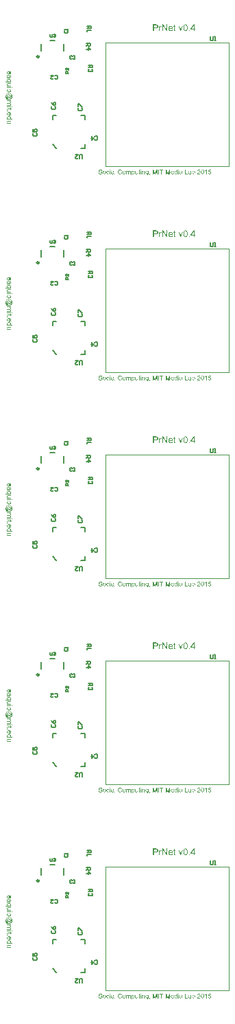
<source format=gto>
G04 Layer_Color=65535*
%FSAX24Y24*%
%MOIN*%
G70*
G01*
G75*
%ADD18C,0.0100*%
%ADD29C,0.0020*%
%ADD30C,0.0080*%
%ADD31C,0.0059*%
%ADD32C,0.0060*%
%ADD33C,0.0050*%
G36*
X020852Y012250D02*
Y012250D01*
Y012249D01*
Y012248D01*
Y012247D01*
X020851Y012244D01*
X020851Y012240D01*
X020850Y012236D01*
X020849Y012231D01*
X020847Y012226D01*
X020845Y012222D01*
X020845Y012222D01*
X020844Y012221D01*
X020843Y012219D01*
X020841Y012216D01*
X020838Y012213D01*
X020835Y012211D01*
X020831Y012208D01*
X020826Y012206D01*
X020818Y012217D01*
X020819Y012218D01*
X020820Y012218D01*
X020821Y012219D01*
X020823Y012220D01*
X020825Y012222D01*
X020827Y012224D01*
X020829Y012226D01*
X020831Y012229D01*
X020831Y012229D01*
X020832Y012230D01*
X020832Y012232D01*
X020833Y012234D01*
X020834Y012237D01*
X020835Y012241D01*
X020835Y012245D01*
X020836Y012250D01*
X020820D01*
Y012281D01*
X020852D01*
Y012250D01*
D02*
G37*
G36*
X023818Y012445D02*
X023729D01*
X023717Y012384D01*
X023717Y012385D01*
X023718Y012385D01*
X023719Y012386D01*
X023720Y012387D01*
X023722Y012388D01*
X023725Y012389D01*
X023730Y012392D01*
X023736Y012394D01*
X023743Y012396D01*
X023751Y012398D01*
X023755Y012399D01*
X023762D01*
X023764Y012398D01*
X023767Y012398D01*
X023770Y012398D01*
X023773Y012397D01*
X023776Y012396D01*
X023784Y012394D01*
X023788Y012392D01*
X023793Y012390D01*
X023797Y012388D01*
X023801Y012385D01*
X023805Y012382D01*
X023809Y012378D01*
X023809Y012378D01*
X023810Y012377D01*
X023811Y012376D01*
X023812Y012375D01*
X023814Y012372D01*
X023815Y012370D01*
X023817Y012367D01*
X023819Y012364D01*
X023821Y012360D01*
X023823Y012357D01*
X023824Y012352D01*
X023826Y012348D01*
X023827Y012343D01*
X023828Y012337D01*
X023829Y012332D01*
X023829Y012326D01*
Y012325D01*
Y012325D01*
Y012323D01*
X023829Y012321D01*
X023829Y012318D01*
X023828Y012315D01*
X023828Y012312D01*
X023827Y012308D01*
X023825Y012300D01*
X023822Y012291D01*
X023820Y012286D01*
X023817Y012282D01*
X023815Y012278D01*
X023811Y012273D01*
X023811Y012273D01*
X023810Y012272D01*
X023809Y012271D01*
X023807Y012269D01*
X023805Y012267D01*
X023803Y012265D01*
X023799Y012262D01*
X023796Y012260D01*
X023792Y012257D01*
X023787Y012255D01*
X023783Y012253D01*
X023777Y012250D01*
X023772Y012249D01*
X023766Y012247D01*
X023759Y012246D01*
X023752Y012246D01*
X023749D01*
X023747Y012246D01*
X023745Y012247D01*
X023742Y012247D01*
X023738Y012247D01*
X023735Y012248D01*
X023726Y012250D01*
X023718Y012253D01*
X023714Y012255D01*
X023710Y012257D01*
X023706Y012260D01*
X023702Y012263D01*
X023702Y012263D01*
X023701Y012264D01*
X023701Y012265D01*
X023699Y012266D01*
X023698Y012268D01*
X023696Y012270D01*
X023694Y012272D01*
X023692Y012275D01*
X023690Y012278D01*
X023689Y012282D01*
X023685Y012290D01*
X023682Y012299D01*
X023681Y012303D01*
X023680Y012309D01*
X023709Y012311D01*
Y012311D01*
Y012310D01*
X023710Y012309D01*
X023710Y012307D01*
X023711Y012304D01*
X023712Y012299D01*
X023714Y012294D01*
X023717Y012289D01*
X023720Y012284D01*
X023724Y012279D01*
X023725Y012279D01*
X023726Y012278D01*
X023728Y012276D01*
X023732Y012274D01*
X023736Y012272D01*
X023741Y012270D01*
X023746Y012269D01*
X023752Y012269D01*
X023754D01*
X023756Y012269D01*
X023760Y012269D01*
X023764Y012271D01*
X023770Y012272D01*
X023775Y012275D01*
X023781Y012279D01*
X023783Y012281D01*
X023786Y012284D01*
X023786Y012284D01*
X023787Y012284D01*
X023787Y012285D01*
X023788Y012286D01*
X023791Y012290D01*
X023793Y012294D01*
X023795Y012300D01*
X023798Y012307D01*
X023799Y012315D01*
X023800Y012319D01*
Y012324D01*
Y012324D01*
Y012325D01*
Y012326D01*
X023800Y012327D01*
Y012329D01*
X023799Y012332D01*
X023798Y012337D01*
X023797Y012343D01*
X023795Y012349D01*
X023791Y012355D01*
X023787Y012360D01*
Y012361D01*
X023786Y012361D01*
X023784Y012363D01*
X023782Y012365D01*
X023778Y012368D01*
X023772Y012370D01*
X023767Y012372D01*
X023760Y012374D01*
X023756Y012374D01*
X023750D01*
X023747Y012374D01*
X023744Y012374D01*
X023740Y012373D01*
X023736Y012372D01*
X023732Y012370D01*
X023728Y012368D01*
X023727Y012368D01*
X023726Y012367D01*
X023724Y012366D01*
X023722Y012364D01*
X023719Y012362D01*
X023716Y012359D01*
X023714Y012356D01*
X023711Y012352D01*
X023685Y012356D01*
X023707Y012471D01*
X023818D01*
Y012445D01*
D02*
G37*
G36*
X021385Y019437D02*
X021390Y019436D01*
X021396Y019434D01*
X021403Y019431D01*
X021410Y019428D01*
X021418Y019424D01*
X021404Y019388D01*
X021403Y019389D01*
X021401Y019389D01*
X021399Y019391D01*
X021395Y019392D01*
X021391Y019394D01*
X021386Y019395D01*
X021381Y019396D01*
X021376Y019396D01*
X021373D01*
X021371Y019396D01*
X021368Y019395D01*
X021365Y019395D01*
X021360Y019393D01*
X021356Y019391D01*
X021353Y019389D01*
X021352Y019388D01*
X021351Y019387D01*
X021349Y019385D01*
X021347Y019383D01*
X021345Y019380D01*
X021342Y019376D01*
X021340Y019372D01*
X021338Y019367D01*
X021338Y019366D01*
X021337Y019363D01*
X021336Y019359D01*
X021335Y019353D01*
X021334Y019346D01*
X021333Y019339D01*
X021332Y019330D01*
X021332Y019321D01*
Y019200D01*
X021292D01*
Y019432D01*
X021328D01*
Y019397D01*
X021328Y019397D01*
X021330Y019401D01*
X021333Y019405D01*
X021336Y019410D01*
X021340Y019415D01*
X021344Y019420D01*
X021348Y019425D01*
X021353Y019429D01*
X021353Y019429D01*
X021354Y019430D01*
X021357Y019431D01*
X021360Y019433D01*
X021364Y019434D01*
X021368Y019436D01*
X021373Y019437D01*
X021378Y019437D01*
X021381D01*
X021385Y019437D01*
D02*
G37*
G36*
X020703Y012416D02*
X020705Y012416D01*
X020708Y012415D01*
X020712Y012414D01*
X020715Y012413D01*
X020719Y012412D01*
X020723Y012410D01*
X020727Y012408D01*
X020731Y012406D01*
X020735Y012404D01*
X020739Y012400D01*
X020742Y012397D01*
X020746Y012393D01*
Y012413D01*
X020771D01*
Y012272D01*
Y012272D01*
Y012270D01*
Y012268D01*
Y012266D01*
X020771Y012263D01*
Y012259D01*
X020771Y012256D01*
X020770Y012251D01*
X020769Y012243D01*
X020768Y012233D01*
X020767Y012229D01*
X020766Y012225D01*
X020765Y012222D01*
X020763Y012219D01*
Y012218D01*
X020763Y012218D01*
X020762Y012216D01*
X020760Y012213D01*
X020758Y012210D01*
X020754Y012206D01*
X020750Y012201D01*
X020745Y012197D01*
X020739Y012194D01*
X020739D01*
X020738Y012193D01*
X020737Y012193D01*
X020736Y012192D01*
X020734Y012191D01*
X020732Y012191D01*
X020728Y012189D01*
X020722Y012187D01*
X020715Y012186D01*
X020706Y012185D01*
X020698Y012184D01*
X020695D01*
X020693Y012185D01*
X020690D01*
X020688Y012185D01*
X020684Y012185D01*
X020681Y012186D01*
X020673Y012187D01*
X020666Y012190D01*
X020658Y012193D01*
X020651Y012198D01*
X020650Y012198D01*
X020650Y012198D01*
X020648Y012200D01*
X020645Y012203D01*
X020642Y012207D01*
X020639Y012213D01*
X020636Y012220D01*
X020635Y012223D01*
X020634Y012228D01*
X020634Y012232D01*
Y012237D01*
X020660Y012233D01*
Y012233D01*
X020661Y012231D01*
X020661Y012229D01*
X020662Y012226D01*
X020663Y012223D01*
X020665Y012220D01*
X020667Y012217D01*
X020670Y012215D01*
X020670Y012215D01*
X020671Y012214D01*
X020674Y012212D01*
X020677Y012211D01*
X020681Y012210D01*
X020686Y012208D01*
X020692Y012207D01*
X020698Y012207D01*
X020701D01*
X020704Y012207D01*
X020709Y012208D01*
X020713Y012209D01*
X020718Y012210D01*
X020723Y012212D01*
X020727Y012215D01*
X020728Y012215D01*
X020729Y012216D01*
X020731Y012218D01*
X020733Y012220D01*
X020735Y012223D01*
X020738Y012227D01*
X020740Y012231D01*
X020741Y012236D01*
Y012236D01*
X020742Y012238D01*
X020742Y012240D01*
X020742Y012244D01*
X020743Y012246D01*
Y012248D01*
X020743Y012251D01*
Y012255D01*
Y012258D01*
X020743Y012262D01*
Y012267D01*
Y012271D01*
X020743Y012271D01*
X020742Y012270D01*
X020741Y012269D01*
X020740Y012268D01*
X020739Y012267D01*
X020736Y012265D01*
X020734Y012263D01*
X020731Y012261D01*
X020724Y012257D01*
X020717Y012253D01*
X020713Y012252D01*
X020708Y012251D01*
X020703Y012250D01*
X020698Y012250D01*
X020697D01*
X020695Y012250D01*
X020693D01*
X020690Y012251D01*
X020687Y012251D01*
X020683Y012252D01*
X020679Y012253D01*
X020675Y012254D01*
X020671Y012256D01*
X020667Y012258D01*
X020662Y012260D01*
X020658Y012263D01*
X020654Y012266D01*
X020650Y012270D01*
X020646Y012274D01*
X020646Y012274D01*
X020646Y012275D01*
X020645Y012277D01*
X020643Y012278D01*
X020642Y012281D01*
X020640Y012283D01*
X020639Y012287D01*
X020637Y012291D01*
X020635Y012294D01*
X020634Y012299D01*
X020632Y012303D01*
X020631Y012309D01*
X020629Y012320D01*
X020628Y012326D01*
X020628Y012332D01*
Y012332D01*
Y012333D01*
Y012334D01*
Y012336D01*
X020628Y012338D01*
Y012340D01*
X020629Y012346D01*
X020630Y012353D01*
X020632Y012360D01*
X020634Y012367D01*
X020636Y012375D01*
Y012375D01*
X020637Y012376D01*
X020637Y012377D01*
X020638Y012378D01*
X020640Y012382D01*
X020643Y012386D01*
X020646Y012391D01*
X020650Y012396D01*
X020655Y012401D01*
X020661Y012405D01*
X020661D01*
X020661Y012406D01*
X020662Y012406D01*
X020664Y012407D01*
X020667Y012409D01*
X020671Y012411D01*
X020677Y012413D01*
X020683Y012415D01*
X020691Y012416D01*
X020698Y012416D01*
X020701D01*
X020703Y012416D01*
D02*
G37*
G36*
X023610Y012250D02*
X023582D01*
Y012425D01*
X023582Y012425D01*
X023580Y012424D01*
X023578Y012422D01*
X023575Y012419D01*
X023572Y012417D01*
X023567Y012413D01*
X023562Y012410D01*
X023556Y012406D01*
X023556D01*
X023555Y012406D01*
X023553Y012405D01*
X023550Y012403D01*
X023546Y012401D01*
X023542Y012399D01*
X023537Y012396D01*
X023532Y012394D01*
X023527Y012392D01*
Y012419D01*
X023528D01*
X023528Y012419D01*
X023529Y012420D01*
X023531Y012421D01*
X023533Y012422D01*
X023535Y012423D01*
X023541Y012426D01*
X023547Y012430D01*
X023554Y012434D01*
X023561Y012440D01*
X023567Y012445D01*
X023568Y012445D01*
X023568Y012446D01*
X023569Y012447D01*
X023570Y012448D01*
X023573Y012451D01*
X023577Y012455D01*
X023581Y012459D01*
X023585Y012464D01*
X023589Y012470D01*
X023592Y012475D01*
X023610D01*
Y012250D01*
D02*
G37*
G36*
X018637Y012416D02*
X018640Y012416D01*
X018643Y012415D01*
X018646Y012414D01*
X018651Y012414D01*
X018659Y012411D01*
X018664Y012409D01*
X018668Y012407D01*
X018673Y012405D01*
X018678Y012401D01*
X018682Y012398D01*
X018686Y012394D01*
X018686Y012394D01*
X018687Y012393D01*
X018688Y012392D01*
X018689Y012390D01*
X018691Y012388D01*
X018693Y012385D01*
X018695Y012382D01*
X018697Y012378D01*
X018699Y012374D01*
X018701Y012370D01*
X018703Y012365D01*
X018704Y012359D01*
X018705Y012353D01*
X018706Y012347D01*
X018707Y012341D01*
X018707Y012334D01*
Y012333D01*
Y012332D01*
Y012331D01*
Y012328D01*
X018707Y012326D01*
X018707Y012323D01*
Y012319D01*
X018706Y012316D01*
X018705Y012308D01*
X018703Y012300D01*
X018701Y012291D01*
X018698Y012284D01*
Y012284D01*
X018697Y012283D01*
X018697Y012282D01*
X018696Y012281D01*
X018694Y012278D01*
X018691Y012274D01*
X018687Y012269D01*
X018682Y012265D01*
X018677Y012260D01*
X018670Y012256D01*
X018670D01*
X018669Y012256D01*
X018668Y012255D01*
X018667Y012255D01*
X018665Y012254D01*
X018663Y012253D01*
X018658Y012251D01*
X018653Y012250D01*
X018646Y012248D01*
X018639Y012247D01*
X018631Y012246D01*
X018628D01*
X018625Y012247D01*
X018622Y012247D01*
X018619Y012248D01*
X018615Y012248D01*
X018611Y012249D01*
X018603Y012252D01*
X018598Y012254D01*
X018593Y012256D01*
X018589Y012258D01*
X018584Y012261D01*
X018580Y012264D01*
X018576Y012268D01*
X018576Y012268D01*
X018575Y012269D01*
X018574Y012270D01*
X018573Y012272D01*
X018571Y012275D01*
X018569Y012277D01*
X018567Y012280D01*
X018565Y012284D01*
X018564Y012289D01*
X018562Y012293D01*
X018560Y012299D01*
X018558Y012304D01*
X018557Y012310D01*
X018556Y012317D01*
X018555Y012324D01*
X018555Y012331D01*
Y012332D01*
Y012333D01*
X018555Y012336D01*
Y012339D01*
X018556Y012342D01*
X018556Y012347D01*
X018557Y012351D01*
X018558Y012357D01*
X018560Y012362D01*
X018561Y012367D01*
X018563Y012373D01*
X018566Y012379D01*
X018568Y012384D01*
X018572Y012389D01*
X018576Y012394D01*
X018580Y012398D01*
X018580Y012398D01*
X018581Y012399D01*
X018582Y012400D01*
X018584Y012401D01*
X018586Y012402D01*
X018588Y012404D01*
X018591Y012406D01*
X018594Y012407D01*
X018598Y012409D01*
X018602Y012410D01*
X018611Y012413D01*
X018621Y012416D01*
X018626Y012416D01*
X018631Y012416D01*
X018634D01*
X018637Y012416D01*
D02*
G37*
G36*
X023412Y012475D02*
X023416Y012474D01*
X023421Y012473D01*
X023426Y012472D01*
X023431Y012470D01*
X023436Y012468D01*
X023437D01*
X023437Y012467D01*
X023439Y012466D01*
X023441Y012465D01*
X023445Y012463D01*
X023448Y012459D01*
X023452Y012456D01*
X023456Y012452D01*
X023459Y012447D01*
X023459Y012446D01*
X023461Y012444D01*
X023462Y012441D01*
X023464Y012437D01*
X023466Y012432D01*
X023469Y012427D01*
X023471Y012420D01*
X023473Y012413D01*
Y012413D01*
X023473Y012412D01*
X023474Y012411D01*
X023474Y012410D01*
X023474Y012408D01*
X023475Y012406D01*
X023475Y012403D01*
X023476Y012399D01*
X023476Y012396D01*
X023477Y012392D01*
X023477Y012387D01*
X023478Y012383D01*
X023478Y012378D01*
Y012372D01*
X023478Y012367D01*
Y012360D01*
Y012360D01*
Y012359D01*
Y012357D01*
Y012354D01*
X023478Y012350D01*
Y012347D01*
X023478Y012342D01*
X023477Y012338D01*
X023476Y012327D01*
X023475Y012317D01*
X023473Y012306D01*
X023471Y012302D01*
X023470Y012297D01*
Y012296D01*
X023470Y012296D01*
X023469Y012294D01*
X023468Y012293D01*
X023468Y012291D01*
X023466Y012288D01*
X023464Y012283D01*
X023460Y012277D01*
X023456Y012270D01*
X023451Y012265D01*
X023446Y012259D01*
X023445D01*
X023445Y012258D01*
X023444Y012258D01*
X023443Y012257D01*
X023441Y012256D01*
X023439Y012255D01*
X023435Y012253D01*
X023429Y012250D01*
X023422Y012248D01*
X023414Y012247D01*
X023405Y012246D01*
X023402D01*
X023400Y012246D01*
X023397Y012247D01*
X023394Y012247D01*
X023390Y012248D01*
X023386Y012249D01*
X023382Y012250D01*
X023378Y012252D01*
X023374Y012254D01*
X023370Y012256D01*
X023366Y012258D01*
X023361Y012262D01*
X023357Y012265D01*
X023354Y012269D01*
X023354Y012269D01*
X023353Y012270D01*
X023352Y012272D01*
X023350Y012275D01*
X023349Y012278D01*
X023347Y012281D01*
X023345Y012286D01*
X023343Y012291D01*
X023341Y012297D01*
X023339Y012304D01*
X023337Y012311D01*
X023335Y012320D01*
X023334Y012329D01*
X023333Y012338D01*
X023332Y012349D01*
X023332Y012360D01*
Y012361D01*
Y012362D01*
Y012364D01*
Y012367D01*
X023332Y012371D01*
Y012374D01*
X023332Y012379D01*
X023333Y012383D01*
X023334Y012394D01*
X023335Y012404D01*
X023337Y012415D01*
X023339Y012420D01*
X023340Y012425D01*
Y012425D01*
X023340Y012426D01*
X023341Y012427D01*
X023342Y012429D01*
X023342Y012431D01*
X023343Y012433D01*
X023346Y012439D01*
X023349Y012444D01*
X023354Y012451D01*
X023358Y012457D01*
X023364Y012462D01*
X023365D01*
X023365Y012463D01*
X023366Y012463D01*
X023367Y012464D01*
X023369Y012465D01*
X023371Y012466D01*
X023376Y012469D01*
X023381Y012471D01*
X023388Y012473D01*
X023396Y012475D01*
X023405Y012475D01*
X023408D01*
X023412Y012475D01*
D02*
G37*
G36*
X021831Y012250D02*
X021802D01*
Y012438D01*
X021737Y012250D01*
X021710D01*
X021645Y012441D01*
Y012250D01*
X021617D01*
Y012474D01*
X021661D01*
X021714Y012315D01*
Y012315D01*
X021715Y012314D01*
X021715Y012313D01*
X021716Y012312D01*
X021717Y012308D01*
X021719Y012303D01*
X021720Y012297D01*
X021722Y012292D01*
X021724Y012287D01*
X021725Y012282D01*
X021725Y012283D01*
X021726Y012284D01*
X021727Y012287D01*
X021728Y012291D01*
X021730Y012296D01*
X021732Y012302D01*
X021734Y012310D01*
X021737Y012318D01*
X021791Y012474D01*
X021831D01*
Y012250D01*
D02*
G37*
G36*
X018810Y012416D02*
X018812D01*
X018815Y012416D01*
X018821Y012415D01*
X018828Y012413D01*
X018835Y012410D01*
X018842Y012407D01*
X018849Y012403D01*
X018849D01*
X018849Y012402D01*
X018851Y012400D01*
X018854Y012397D01*
X018858Y012393D01*
X018861Y012388D01*
X018865Y012381D01*
X018868Y012374D01*
X018870Y012365D01*
X018843Y012361D01*
Y012361D01*
X018843Y012361D01*
X018843Y012363D01*
X018842Y012366D01*
X018840Y012370D01*
X018839Y012374D01*
X018836Y012378D01*
X018833Y012382D01*
X018830Y012385D01*
X018830Y012385D01*
X018828Y012386D01*
X018826Y012388D01*
X018823Y012389D01*
X018820Y012391D01*
X018816Y012392D01*
X018811Y012393D01*
X018807Y012394D01*
X018805D01*
X018803Y012393D01*
X018799Y012393D01*
X018795Y012392D01*
X018789Y012390D01*
X018784Y012387D01*
X018778Y012383D01*
X018775Y012381D01*
X018773Y012379D01*
Y012378D01*
X018772Y012378D01*
X018772Y012377D01*
X018771Y012376D01*
X018770Y012374D01*
X018769Y012372D01*
X018768Y012370D01*
X018766Y012367D01*
X018765Y012364D01*
X018764Y012360D01*
X018763Y012357D01*
X018762Y012352D01*
X018761Y012348D01*
X018761Y012343D01*
X018760Y012337D01*
Y012331D01*
Y012331D01*
Y012330D01*
Y012328D01*
X018760Y012326D01*
Y012323D01*
X018761Y012320D01*
X018761Y012313D01*
X018763Y012305D01*
X018765Y012297D01*
X018768Y012290D01*
X018770Y012287D01*
X018772Y012284D01*
X018773Y012283D01*
X018774Y012281D01*
X018777Y012279D01*
X018781Y012277D01*
X018786Y012274D01*
X018791Y012271D01*
X018798Y012270D01*
X018801Y012269D01*
X018805Y012269D01*
X018806D01*
X018807Y012269D01*
X018811Y012270D01*
X018814Y012270D01*
X018819Y012271D01*
X018823Y012273D01*
X018828Y012276D01*
X018832Y012279D01*
X018832Y012279D01*
X018833Y012281D01*
X018835Y012283D01*
X018838Y012287D01*
X018840Y012291D01*
X018842Y012296D01*
X018844Y012302D01*
X018846Y012310D01*
X018873Y012306D01*
Y012306D01*
X018873Y012305D01*
X018872Y012303D01*
X018872Y012302D01*
X018871Y012299D01*
X018871Y012296D01*
X018868Y012290D01*
X018865Y012283D01*
X018861Y012276D01*
X018856Y012268D01*
X018853Y012265D01*
X018850Y012262D01*
X018850Y012262D01*
X018849Y012261D01*
X018848Y012261D01*
X018847Y012260D01*
X018845Y012258D01*
X018843Y012257D01*
X018840Y012256D01*
X018838Y012254D01*
X018831Y012251D01*
X018823Y012249D01*
X018815Y012247D01*
X018810Y012247D01*
X018805Y012246D01*
X018802D01*
X018800Y012247D01*
X018797Y012247D01*
X018794Y012248D01*
X018790Y012248D01*
X018786Y012249D01*
X018777Y012252D01*
X018773Y012254D01*
X018769Y012256D01*
X018764Y012258D01*
X018760Y012261D01*
X018756Y012264D01*
X018752Y012268D01*
X018751Y012268D01*
X018751Y012269D01*
X018750Y012270D01*
X018749Y012272D01*
X018747Y012274D01*
X018745Y012277D01*
X018744Y012280D01*
X018742Y012284D01*
X018740Y012288D01*
X018738Y012293D01*
X018736Y012298D01*
X018735Y012304D01*
X018734Y012310D01*
X018733Y012316D01*
X018732Y012323D01*
X018732Y012331D01*
Y012331D01*
Y012332D01*
Y012333D01*
Y012335D01*
X018732Y012337D01*
Y012340D01*
X018732Y012343D01*
X018733Y012346D01*
X018734Y012353D01*
X018735Y012361D01*
X018737Y012369D01*
X018740Y012377D01*
Y012377D01*
X018740Y012378D01*
X018741Y012379D01*
X018742Y012380D01*
X018744Y012383D01*
X018747Y012388D01*
X018750Y012393D01*
X018755Y012397D01*
X018761Y012402D01*
X018767Y012406D01*
X018767D01*
X018768Y012406D01*
X018769Y012407D01*
X018770Y012408D01*
X018772Y012408D01*
X018773Y012409D01*
X018778Y012411D01*
X018784Y012413D01*
X018791Y012415D01*
X018798Y012416D01*
X018806Y012416D01*
X018808D01*
X018810Y012416D01*
D02*
G37*
G36*
X019872D02*
X019874D01*
X019876Y012416D01*
X019882Y012415D01*
X019888Y012413D01*
X019894Y012410D01*
X019900Y012407D01*
X019905Y012403D01*
X019906Y012402D01*
X019907Y012400D01*
X019909Y012397D01*
X019910Y012395D01*
X019912Y012393D01*
X019913Y012390D01*
X019914Y012387D01*
X019915Y012383D01*
X019916Y012380D01*
X019917Y012376D01*
X019918Y012371D01*
X019918Y012367D01*
Y012361D01*
Y012250D01*
X019891D01*
Y012352D01*
Y012352D01*
Y012353D01*
Y012355D01*
Y012358D01*
X019890Y012361D01*
X019890Y012365D01*
X019890Y012369D01*
X019889Y012373D01*
X019888Y012376D01*
Y012376D01*
X019887Y012377D01*
X019887Y012378D01*
X019886Y012380D01*
X019884Y012382D01*
X019883Y012384D01*
X019881Y012386D01*
X019878Y012388D01*
X019878Y012388D01*
X019877Y012388D01*
X019876Y012389D01*
X019873Y012390D01*
X019871Y012391D01*
X019868Y012392D01*
X019865Y012392D01*
X019862Y012392D01*
X019860D01*
X019859Y012392D01*
X019856Y012392D01*
X019852Y012391D01*
X019847Y012389D01*
X019842Y012387D01*
X019837Y012384D01*
X019833Y012381D01*
X019833Y012380D01*
X019831Y012378D01*
X019829Y012376D01*
X019827Y012372D01*
X019825Y012367D01*
X019824Y012360D01*
X019822Y012353D01*
X019822Y012344D01*
Y012250D01*
X019794D01*
Y012355D01*
Y012356D01*
Y012356D01*
Y012357D01*
Y012358D01*
X019794Y012362D01*
X019793Y012366D01*
X019792Y012370D01*
X019791Y012375D01*
X019790Y012379D01*
X019787Y012383D01*
X019787Y012383D01*
X019786Y012384D01*
X019784Y012386D01*
X019782Y012388D01*
X019779Y012389D01*
X019775Y012391D01*
X019771Y012392D01*
X019765Y012392D01*
X019763D01*
X019761Y012392D01*
X019758Y012392D01*
X019755Y012391D01*
X019751Y012390D01*
X019748Y012388D01*
X019744Y012386D01*
X019744Y012386D01*
X019742Y012385D01*
X019741Y012383D01*
X019738Y012382D01*
X019736Y012379D01*
X019734Y012376D01*
X019732Y012372D01*
X019730Y012368D01*
X019729Y012367D01*
X019729Y012366D01*
X019728Y012363D01*
X019727Y012360D01*
X019726Y012355D01*
X019726Y012349D01*
X019725Y012342D01*
X019725Y012334D01*
Y012250D01*
X019698D01*
Y012413D01*
X019722D01*
Y012389D01*
X019722Y012390D01*
X019723Y012391D01*
X019725Y012394D01*
X019728Y012396D01*
X019731Y012399D01*
X019734Y012403D01*
X019738Y012406D01*
X019743Y012409D01*
X019743Y012409D01*
X019745Y012410D01*
X019747Y012411D01*
X019751Y012413D01*
X019755Y012414D01*
X019760Y012415D01*
X019766Y012416D01*
X019771Y012416D01*
X019774D01*
X019778Y012416D01*
X019782Y012415D01*
X019787Y012414D01*
X019791Y012413D01*
X019796Y012411D01*
X019801Y012408D01*
X019802Y012408D01*
X019803Y012407D01*
X019805Y012406D01*
X019807Y012403D01*
X019810Y012400D01*
X019813Y012396D01*
X019815Y012392D01*
X019817Y012387D01*
X019818Y012388D01*
X019818Y012389D01*
X019819Y012390D01*
X019821Y012392D01*
X019823Y012394D01*
X019825Y012396D01*
X019828Y012399D01*
X019831Y012402D01*
X019835Y012405D01*
X019838Y012407D01*
X019842Y012409D01*
X019847Y012412D01*
X019852Y012414D01*
X019857Y012415D01*
X019862Y012416D01*
X019868Y012416D01*
X019870D01*
X019872Y012416D01*
D02*
G37*
G36*
X021204Y012250D02*
X021175D01*
Y012438D01*
X021110Y012250D01*
X021083D01*
X021018Y012441D01*
Y012250D01*
X020990D01*
Y012474D01*
X021034D01*
X021087Y012315D01*
Y012315D01*
X021088Y012314D01*
X021088Y012313D01*
X021089Y012312D01*
X021090Y012308D01*
X021092Y012303D01*
X021093Y012297D01*
X021095Y012292D01*
X021097Y012287D01*
X021098Y012282D01*
X021098Y012283D01*
X021099Y012284D01*
X021100Y012287D01*
X021101Y012291D01*
X021103Y012296D01*
X021105Y012302D01*
X021107Y012310D01*
X021110Y012318D01*
X021164Y012474D01*
X021204D01*
Y012250D01*
D02*
G37*
G36*
X021698Y019200D02*
X021654D01*
X021487Y019451D01*
Y019200D01*
X021446D01*
Y019520D01*
X021490D01*
X021657Y019268D01*
Y019520D01*
X021698D01*
Y019200D01*
D02*
G37*
G36*
X020265Y012250D02*
X020240D01*
Y012274D01*
X020240Y012273D01*
X020239Y012272D01*
X020238Y012271D01*
X020236Y012269D01*
X020234Y012268D01*
X020232Y012265D01*
X020230Y012263D01*
X020226Y012260D01*
X020223Y012257D01*
X020219Y012255D01*
X020215Y012253D01*
X020210Y012251D01*
X020205Y012249D01*
X020200Y012248D01*
X020194Y012247D01*
X020188Y012246D01*
X020186D01*
X020183Y012247D01*
X020179Y012247D01*
X020175Y012248D01*
X020171Y012249D01*
X020166Y012250D01*
X020161Y012252D01*
X020161Y012252D01*
X020159Y012253D01*
X020157Y012254D01*
X020154Y012256D01*
X020151Y012258D01*
X020148Y012260D01*
X020145Y012263D01*
X020143Y012266D01*
X020142Y012266D01*
X020142Y012267D01*
X020141Y012269D01*
X020139Y012271D01*
X020138Y012274D01*
X020137Y012278D01*
X020135Y012282D01*
X020134Y012286D01*
Y012286D01*
X020134Y012288D01*
X020134Y012290D01*
Y012292D01*
X020133Y012296D01*
X020133Y012300D01*
X020133Y012306D01*
Y012312D01*
Y012413D01*
X020160D01*
Y012322D01*
Y012322D01*
Y012321D01*
Y012320D01*
Y012319D01*
Y012315D01*
X020161Y012311D01*
Y012306D01*
X020161Y012301D01*
X020161Y012297D01*
X020162Y012293D01*
Y012293D01*
X020162Y012291D01*
X020163Y012290D01*
X020164Y012287D01*
X020166Y012284D01*
X020168Y012281D01*
X020170Y012279D01*
X020173Y012276D01*
X020173Y012276D01*
X020174Y012275D01*
X020176Y012274D01*
X020179Y012273D01*
X020182Y012272D01*
X020185Y012271D01*
X020189Y012270D01*
X020194Y012270D01*
X020196D01*
X020198Y012270D01*
X020201Y012271D01*
X020205Y012272D01*
X020208Y012273D01*
X020213Y012274D01*
X020217Y012276D01*
X020218Y012277D01*
X020219Y012278D01*
X020221Y012279D01*
X020223Y012281D01*
X020226Y012283D01*
X020228Y012286D01*
X020231Y012290D01*
X020232Y012293D01*
X020233Y012294D01*
X020233Y012295D01*
X020234Y012298D01*
X020235Y012302D01*
X020236Y012306D01*
X020236Y012312D01*
X020237Y012318D01*
X020237Y012325D01*
Y012413D01*
X020265D01*
Y012250D01*
D02*
G37*
G36*
X022362Y019200D02*
X022324D01*
X022237Y019432D01*
X022278D01*
X022328Y019293D01*
Y019292D01*
X022329Y019292D01*
X022329Y019291D01*
X022330Y019289D01*
X022331Y019285D01*
X022333Y019279D01*
X022335Y019272D01*
X022338Y019264D01*
X022340Y019255D01*
X022343Y019246D01*
X022343Y019247D01*
X022344Y019249D01*
X022345Y019253D01*
X022347Y019259D01*
X022349Y019265D01*
X022351Y019273D01*
X022355Y019281D01*
X022358Y019290D01*
X022409Y019432D01*
X022450D01*
X022362Y019200D01*
D02*
G37*
G36*
X023237Y012475D02*
X023240Y012475D01*
X023243Y012474D01*
X023247Y012474D01*
X023250Y012473D01*
X023259Y012471D01*
X023267Y012467D01*
X023271Y012465D01*
X023275Y012463D01*
X023279Y012460D01*
X023283Y012457D01*
X023283Y012457D01*
X023284Y012456D01*
X023285Y012455D01*
X023286Y012454D01*
X023287Y012452D01*
X023289Y012450D01*
X023291Y012448D01*
X023293Y012445D01*
X023296Y012439D01*
X023299Y012431D01*
X023300Y012427D01*
X023301Y012422D01*
X023302Y012418D01*
X023302Y012413D01*
Y012412D01*
Y012411D01*
X023302Y012408D01*
X023301Y012405D01*
X023301Y012401D01*
X023299Y012396D01*
X023298Y012391D01*
X023296Y012386D01*
X023296Y012386D01*
X023295Y012384D01*
X023294Y012382D01*
X023292Y012378D01*
X023289Y012374D01*
X023286Y012369D01*
X023282Y012364D01*
X023278Y012359D01*
X023277Y012358D01*
X023275Y012356D01*
X023274Y012355D01*
X023272Y012353D01*
X023270Y012351D01*
X023268Y012349D01*
X023265Y012346D01*
X023262Y012343D01*
X023259Y012340D01*
X023255Y012336D01*
X023251Y012333D01*
X023246Y012328D01*
X023241Y012324D01*
X023236Y012320D01*
X023235Y012319D01*
X023235Y012319D01*
X023233Y012318D01*
X023232Y012316D01*
X023230Y012314D01*
X023228Y012313D01*
X023222Y012308D01*
X023217Y012303D01*
X023212Y012299D01*
X023207Y012294D01*
X023205Y012293D01*
X023204Y012291D01*
X023203Y012291D01*
X023202Y012290D01*
X023201Y012289D01*
X023199Y012287D01*
X023198Y012284D01*
X023196Y012282D01*
X023192Y012277D01*
X023302D01*
Y012250D01*
X023154D01*
Y012250D01*
Y012252D01*
Y012254D01*
X023154Y012256D01*
X023154Y012259D01*
X023155Y012262D01*
X023156Y012266D01*
X023157Y012269D01*
Y012269D01*
X023157Y012270D01*
X023158Y012272D01*
X023159Y012275D01*
X023161Y012279D01*
X023164Y012283D01*
X023167Y012288D01*
X023170Y012293D01*
X023175Y012299D01*
Y012299D01*
X023176Y012300D01*
X023177Y012302D01*
X023180Y012304D01*
X023184Y012309D01*
X023189Y012313D01*
X023195Y012319D01*
X023203Y012326D01*
X023211Y012333D01*
X023211Y012333D01*
X023213Y012334D01*
X023215Y012336D01*
X023217Y012337D01*
X023220Y012340D01*
X023223Y012343D01*
X023227Y012346D01*
X023231Y012350D01*
X023239Y012358D01*
X023247Y012365D01*
X023251Y012369D01*
X023255Y012373D01*
X023258Y012377D01*
X023261Y012380D01*
Y012381D01*
X023261Y012381D01*
X023262Y012382D01*
X023262Y012383D01*
X023265Y012387D01*
X023267Y012391D01*
X023270Y012396D01*
X023272Y012402D01*
X023273Y012408D01*
X023274Y012414D01*
Y012414D01*
Y012414D01*
X023273Y012416D01*
X023273Y012419D01*
X023272Y012423D01*
X023271Y012428D01*
X023269Y012432D01*
X023266Y012437D01*
X023262Y012441D01*
X023261Y012442D01*
X023260Y012443D01*
X023257Y012445D01*
X023254Y012447D01*
X023249Y012449D01*
X023244Y012451D01*
X023238Y012452D01*
X023231Y012452D01*
X023229D01*
X023228Y012452D01*
X023224Y012452D01*
X023219Y012451D01*
X023215Y012450D01*
X023209Y012447D01*
X023204Y012444D01*
X023199Y012441D01*
X023198Y012440D01*
X023197Y012438D01*
X023195Y012436D01*
X023193Y012432D01*
X023191Y012427D01*
X023189Y012421D01*
X023188Y012415D01*
X023187Y012407D01*
X023159Y012410D01*
Y012411D01*
X023159Y012412D01*
Y012413D01*
X023159Y012416D01*
X023160Y012418D01*
X023161Y012421D01*
X023162Y012425D01*
X023163Y012428D01*
X023165Y012436D01*
X023169Y012444D01*
X023171Y012448D01*
X023174Y012452D01*
X023177Y012455D01*
X023181Y012458D01*
X023181Y012459D01*
X023181Y012459D01*
X023182Y012460D01*
X023184Y012461D01*
X023186Y012462D01*
X023188Y012464D01*
X023191Y012465D01*
X023194Y012467D01*
X023198Y012468D01*
X023202Y012470D01*
X023206Y012471D01*
X023210Y012473D01*
X023215Y012474D01*
X023220Y012475D01*
X023226Y012475D01*
X023232Y012475D01*
X023235D01*
X023237Y012475D01*
D02*
G37*
G36*
X018924Y012250D02*
X018897D01*
Y012413D01*
X018924D01*
Y012250D01*
D02*
G37*
G36*
X019042Y012416D02*
X019047Y012416D01*
X019052Y012415D01*
X019058Y012414D01*
X019063Y012413D01*
X019069Y012411D01*
X019069Y012411D01*
X019071Y012410D01*
X019073Y012409D01*
X019076Y012408D01*
X019079Y012406D01*
X019083Y012404D01*
X019085Y012401D01*
X019088Y012399D01*
X019088Y012398D01*
X019089Y012397D01*
X019090Y012396D01*
X019091Y012394D01*
X019093Y012391D01*
X019094Y012388D01*
X019096Y012384D01*
X019096Y012380D01*
Y012380D01*
X019097Y012379D01*
X019097Y012377D01*
X019097Y012374D01*
Y012371D01*
X019098Y012367D01*
X019098Y012361D01*
Y012355D01*
Y012318D01*
Y012318D01*
Y012316D01*
Y012314D01*
Y012312D01*
Y012309D01*
Y012305D01*
X019098Y012298D01*
Y012290D01*
X019099Y012281D01*
X019099Y012278D01*
Y012275D01*
X019099Y012272D01*
X019100Y012269D01*
Y012269D01*
X019100Y012268D01*
X019100Y012266D01*
X019101Y012263D01*
X019102Y012260D01*
X019103Y012257D01*
X019105Y012254D01*
X019107Y012250D01*
X019078D01*
X019077Y012250D01*
X019077Y012252D01*
X019076Y012253D01*
X019075Y012256D01*
X019074Y012259D01*
X019074Y012262D01*
X019073Y012266D01*
X019073Y012270D01*
X019072D01*
X019072Y012270D01*
X019070Y012268D01*
X019067Y012266D01*
X019063Y012263D01*
X019058Y012260D01*
X019053Y012257D01*
X019048Y012254D01*
X019043Y012252D01*
X019042Y012251D01*
X019040Y012251D01*
X019037Y012250D01*
X019034Y012249D01*
X019029Y012248D01*
X019024Y012247D01*
X019018Y012247D01*
X019012Y012246D01*
X019010D01*
X019008Y012247D01*
X019005D01*
X019003Y012247D01*
X018997Y012248D01*
X018991Y012250D01*
X018983Y012252D01*
X018977Y012255D01*
X018971Y012259D01*
X018970Y012260D01*
X018969Y012262D01*
X018967Y012265D01*
X018964Y012268D01*
X018961Y012273D01*
X018959Y012279D01*
X018958Y012286D01*
X018957Y012289D01*
X018957Y012293D01*
Y012293D01*
Y012295D01*
X018957Y012297D01*
X018958Y012300D01*
X018958Y012303D01*
X018959Y012307D01*
X018960Y012311D01*
X018962Y012314D01*
X018962Y012315D01*
X018963Y012316D01*
X018964Y012318D01*
X018966Y012320D01*
X018968Y012323D01*
X018970Y012325D01*
X018973Y012328D01*
X018976Y012330D01*
X018977Y012331D01*
X018978Y012331D01*
X018980Y012333D01*
X018982Y012334D01*
X018985Y012335D01*
X018989Y012337D01*
X018992Y012338D01*
X018996Y012339D01*
X018997D01*
X018998Y012340D01*
X019000Y012340D01*
X019003Y012341D01*
X019006Y012341D01*
X019010Y012342D01*
X019015Y012343D01*
X019021Y012344D01*
X019021D01*
X019022Y012344D01*
X019024D01*
X019026Y012344D01*
X019029Y012345D01*
X019032Y012345D01*
X019036Y012346D01*
X019039Y012346D01*
X019047Y012348D01*
X019056Y012349D01*
X019063Y012351D01*
X019067Y012352D01*
X019070Y012353D01*
Y012354D01*
Y012354D01*
X019070Y012356D01*
Y012359D01*
Y012360D01*
Y012360D01*
Y012361D01*
Y012361D01*
Y012363D01*
X019070Y012366D01*
X019069Y012370D01*
X019068Y012374D01*
X019067Y012378D01*
X019065Y012381D01*
X019062Y012384D01*
X019062Y012384D01*
X019060Y012386D01*
X019058Y012387D01*
X019054Y012389D01*
X019050Y012391D01*
X019045Y012392D01*
X019038Y012393D01*
X019031Y012394D01*
X019027D01*
X019024Y012393D01*
X019020Y012393D01*
X019015Y012392D01*
X019010Y012391D01*
X019006Y012389D01*
X019002Y012387D01*
X019002Y012386D01*
X019000Y012385D01*
X018999Y012384D01*
X018997Y012381D01*
X018995Y012378D01*
X018992Y012374D01*
X018991Y012369D01*
X018989Y012363D01*
X018962Y012366D01*
Y012367D01*
X018962Y012367D01*
Y012368D01*
X018962Y012369D01*
X018963Y012372D01*
X018965Y012376D01*
X018966Y012381D01*
X018968Y012385D01*
X018971Y012390D01*
X018974Y012394D01*
X018974Y012394D01*
X018975Y012395D01*
X018977Y012397D01*
X018980Y012400D01*
X018983Y012403D01*
X018988Y012405D01*
X018992Y012408D01*
X018998Y012410D01*
X018998D01*
X018999Y012411D01*
X019000Y012411D01*
X019001Y012411D01*
X019004Y012412D01*
X019009Y012413D01*
X019014Y012414D01*
X019020Y012415D01*
X019027Y012416D01*
X019035Y012416D01*
X019038D01*
X019042Y012416D01*
D02*
G37*
G36*
X019167Y012250D02*
X019140D01*
Y012474D01*
X019167D01*
Y012250D01*
D02*
G37*
G36*
X020340Y012413D02*
X020368D01*
Y012391D01*
X020340D01*
Y012296D01*
Y012295D01*
Y012294D01*
Y012292D01*
X020340Y012290D01*
X020340Y012284D01*
X020341Y012282D01*
X020341Y012280D01*
X020341Y012280D01*
X020342Y012279D01*
X020344Y012277D01*
X020346Y012275D01*
X020346Y012275D01*
X020348Y012274D01*
X020351Y012274D01*
X020355Y012273D01*
X020358D01*
X020360Y012274D01*
X020362D01*
X020365Y012274D01*
X020368Y012274D01*
X020371Y012250D01*
X020370D01*
X020369Y012250D01*
X020367Y012249D01*
X020364Y012249D01*
X020361Y012248D01*
X020357Y012248D01*
X020350Y012248D01*
X020347D01*
X020345Y012248D01*
X020342Y012248D01*
X020338Y012249D01*
X020334Y012250D01*
X020330Y012251D01*
X020327Y012252D01*
X020326Y012253D01*
X020325Y012253D01*
X020324Y012254D01*
X020322Y012256D01*
X020321Y012257D01*
X020319Y012260D01*
X020317Y012262D01*
X020315Y012265D01*
Y012265D01*
X020315Y012267D01*
X020314Y012269D01*
X020314Y012272D01*
X020313Y012276D01*
X020313Y012279D01*
Y012282D01*
X020312Y012285D01*
X020312Y012289D01*
Y012293D01*
Y012297D01*
Y012391D01*
X020292D01*
Y012413D01*
X020312D01*
Y012453D01*
X020340Y012469D01*
Y012413D01*
D02*
G37*
G36*
X019595Y012416D02*
X019598Y012416D01*
X019601Y012415D01*
X019605Y012414D01*
X019609Y012414D01*
X019617Y012411D01*
X019622Y012409D01*
X019627Y012407D01*
X019631Y012405D01*
X019636Y012401D01*
X019640Y012398D01*
X019644Y012394D01*
X019644Y012394D01*
X019645Y012393D01*
X019646Y012392D01*
X019647Y012390D01*
X019649Y012388D01*
X019651Y012385D01*
X019653Y012382D01*
X019655Y012378D01*
X019657Y012374D01*
X019659Y012370D01*
X019661Y012365D01*
X019662Y012359D01*
X019663Y012353D01*
X019664Y012347D01*
X019665Y012341D01*
X019665Y012334D01*
Y012333D01*
Y012332D01*
Y012331D01*
Y012328D01*
X019665Y012326D01*
X019665Y012323D01*
Y012319D01*
X019664Y012316D01*
X019663Y012308D01*
X019661Y012300D01*
X019659Y012291D01*
X019656Y012284D01*
Y012284D01*
X019655Y012283D01*
X019655Y012282D01*
X019654Y012281D01*
X019652Y012278D01*
X019649Y012274D01*
X019645Y012269D01*
X019640Y012265D01*
X019635Y012260D01*
X019628Y012256D01*
X019628D01*
X019628Y012256D01*
X019627Y012255D01*
X019625Y012255D01*
X019623Y012254D01*
X019621Y012253D01*
X019617Y012251D01*
X019611Y012250D01*
X019604Y012248D01*
X019597Y012247D01*
X019589Y012246D01*
X019586D01*
X019583Y012247D01*
X019581Y012247D01*
X019577Y012248D01*
X019573Y012248D01*
X019570Y012249D01*
X019561Y012252D01*
X019556Y012254D01*
X019551Y012256D01*
X019547Y012258D01*
X019542Y012261D01*
X019538Y012264D01*
X019534Y012268D01*
X019534Y012268D01*
X019533Y012269D01*
X019532Y012270D01*
X019531Y012272D01*
X019529Y012275D01*
X019527Y012277D01*
X019525Y012280D01*
X019524Y012284D01*
X019522Y012289D01*
X019520Y012293D01*
X019518Y012299D01*
X019516Y012304D01*
X019515Y012310D01*
X019514Y012317D01*
X019513Y012324D01*
X019513Y012331D01*
Y012332D01*
Y012333D01*
X019513Y012336D01*
Y012339D01*
X019514Y012342D01*
X019514Y012347D01*
X019515Y012351D01*
X019516Y012357D01*
X019518Y012362D01*
X019519Y012367D01*
X019521Y012373D01*
X019524Y012379D01*
X019526Y012384D01*
X019530Y012389D01*
X019534Y012394D01*
X019538Y012398D01*
X019538Y012398D01*
X019539Y012399D01*
X019540Y012400D01*
X019542Y012401D01*
X019544Y012402D01*
X019547Y012404D01*
X019549Y012406D01*
X019552Y012407D01*
X019556Y012409D01*
X019560Y012410D01*
X019569Y012413D01*
X019579Y012416D01*
X019584Y012416D01*
X019589Y012416D01*
X019593D01*
X019595Y012416D01*
D02*
G37*
G36*
X021947D02*
X021950Y012416D01*
X021953Y012415D01*
X021957Y012414D01*
X021961Y012413D01*
X021965Y012412D01*
X021969Y012411D01*
X021974Y012409D01*
X021978Y012407D01*
X021983Y012404D01*
X021987Y012401D01*
X021991Y012398D01*
X021995Y012394D01*
X021996Y012394D01*
X021996Y012393D01*
X021997Y012392D01*
X021999Y012390D01*
X022000Y012387D01*
X022002Y012385D01*
X022004Y012382D01*
X022006Y012378D01*
X022008Y012373D01*
X022010Y012369D01*
X022011Y012364D01*
X022013Y012358D01*
X022014Y012352D01*
X022015Y012346D01*
X022016Y012339D01*
X022016Y012331D01*
Y012331D01*
Y012330D01*
Y012327D01*
X022016Y012324D01*
X021894D01*
Y012324D01*
Y012323D01*
X021895Y012322D01*
Y012320D01*
X021895Y012317D01*
X021896Y012315D01*
X021897Y012309D01*
X021898Y012302D01*
X021901Y012295D01*
X021905Y012289D01*
X021909Y012283D01*
X021909D01*
X021910Y012282D01*
X021912Y012281D01*
X021915Y012279D01*
X021919Y012276D01*
X021924Y012274D01*
X021930Y012271D01*
X021936Y012270D01*
X021940Y012269D01*
X021943Y012269D01*
X021946D01*
X021949Y012269D01*
X021953Y012270D01*
X021956Y012271D01*
X021961Y012272D01*
X021965Y012274D01*
X021969Y012277D01*
X021970Y012277D01*
X021971Y012279D01*
X021973Y012280D01*
X021976Y012283D01*
X021978Y012287D01*
X021981Y012291D01*
X021984Y012296D01*
X021987Y012302D01*
X022015Y012299D01*
Y012299D01*
X022015Y012298D01*
X022014Y012297D01*
X022014Y012295D01*
X022013Y012293D01*
X022012Y012290D01*
X022009Y012285D01*
X022006Y012279D01*
X022001Y012272D01*
X021996Y012266D01*
X021990Y012260D01*
X021989D01*
X021989Y012259D01*
X021988Y012259D01*
X021987Y012258D01*
X021985Y012257D01*
X021983Y012256D01*
X021980Y012255D01*
X021977Y012253D01*
X021974Y012252D01*
X021971Y012251D01*
X021963Y012249D01*
X021954Y012247D01*
X021943Y012246D01*
X021940D01*
X021938Y012247D01*
X021935Y012247D01*
X021931Y012248D01*
X021927Y012248D01*
X021923Y012249D01*
X021914Y012252D01*
X021909Y012254D01*
X021905Y012256D01*
X021900Y012258D01*
X021895Y012261D01*
X021891Y012264D01*
X021887Y012268D01*
X021886Y012268D01*
X021886Y012269D01*
X021885Y012270D01*
X021884Y012272D01*
X021882Y012275D01*
X021880Y012277D01*
X021878Y012280D01*
X021876Y012284D01*
X021874Y012288D01*
X021873Y012293D01*
X021871Y012298D01*
X021869Y012303D01*
X021868Y012309D01*
X021867Y012316D01*
X021866Y012323D01*
X021866Y012330D01*
Y012330D01*
Y012332D01*
Y012334D01*
X021866Y012337D01*
X021867Y012340D01*
X021867Y012344D01*
X021868Y012349D01*
X021869Y012353D01*
X021871Y012363D01*
X021873Y012369D01*
X021875Y012374D01*
X021877Y012379D01*
X021880Y012384D01*
X021884Y012389D01*
X021887Y012394D01*
X021887Y012394D01*
X021888Y012394D01*
X021889Y012395D01*
X021891Y012397D01*
X021893Y012399D01*
X021896Y012401D01*
X021898Y012403D01*
X021902Y012405D01*
X021906Y012407D01*
X021910Y012409D01*
X021914Y012411D01*
X021919Y012413D01*
X021924Y012414D01*
X021930Y012415D01*
X021936Y012416D01*
X021942Y012416D01*
X021945D01*
X021947Y012416D01*
D02*
G37*
G36*
X022931Y012394D02*
X022931Y012394D01*
X022931Y012395D01*
X022932Y012396D01*
X022934Y012398D01*
X022936Y012399D01*
X022938Y012401D01*
X022940Y012403D01*
X022943Y012405D01*
X022949Y012409D01*
X022957Y012413D01*
X022961Y012414D01*
X022965Y012415D01*
X022970Y012416D01*
X022975Y012416D01*
X022978D01*
X022981Y012416D01*
X022984Y012416D01*
X022988Y012415D01*
X022993Y012414D01*
X022998Y012412D01*
X023003Y012410D01*
X023004Y012410D01*
X023006Y012409D01*
X023008Y012407D01*
X023011Y012406D01*
X023015Y012403D01*
X023018Y012400D01*
X023022Y012397D01*
X023025Y012393D01*
X023026Y012393D01*
X023027Y012391D01*
X023028Y012389D01*
X023030Y012386D01*
X023032Y012382D01*
X023035Y012377D01*
X023037Y012372D01*
X023039Y012367D01*
Y012366D01*
X023039Y012366D01*
X023040Y012365D01*
X023040Y012364D01*
X023041Y012361D01*
X023042Y012357D01*
X023042Y012352D01*
X023043Y012346D01*
X023044Y012340D01*
X023044Y012334D01*
Y012333D01*
Y012332D01*
Y012330D01*
X023044Y012327D01*
X023043Y012323D01*
X023043Y012319D01*
X023042Y012315D01*
X023042Y012310D01*
X023039Y012300D01*
X023037Y012294D01*
X023035Y012289D01*
X023033Y012283D01*
X023030Y012279D01*
X023027Y012274D01*
X023023Y012269D01*
X023023Y012269D01*
X023022Y012268D01*
X023021Y012267D01*
X023020Y012266D01*
X023018Y012264D01*
X023015Y012262D01*
X023013Y012260D01*
X023009Y012258D01*
X023006Y012256D01*
X023002Y012254D01*
X022994Y012250D01*
X022989Y012248D01*
X022984Y012247D01*
X022979Y012247D01*
X022974Y012246D01*
X022973D01*
X022971Y012247D01*
X022969D01*
X022967Y012247D01*
X022964Y012248D01*
X022957Y012249D01*
X022954Y012251D01*
X022950Y012252D01*
X022946Y012254D01*
X022943Y012256D01*
X022939Y012259D01*
X022935Y012263D01*
X022932Y012266D01*
X022929Y012270D01*
Y012250D01*
X022903D01*
Y012474D01*
X022931D01*
Y012394D01*
D02*
G37*
G36*
X022370Y012416D02*
X022374Y012416D01*
X022380Y012415D01*
X022385Y012414D01*
X022391Y012413D01*
X022396Y012411D01*
X022397Y012411D01*
X022398Y012410D01*
X022401Y012409D01*
X022404Y012408D01*
X022407Y012406D01*
X022410Y012404D01*
X022413Y012401D01*
X022416Y012399D01*
X022416Y012398D01*
X022417Y012397D01*
X022418Y012396D01*
X022419Y012394D01*
X022420Y012391D01*
X022422Y012388D01*
X022423Y012384D01*
X022424Y012380D01*
Y012380D01*
X022424Y012379D01*
X022425Y012377D01*
X022425Y012374D01*
Y012371D01*
X022425Y012367D01*
X022426Y012361D01*
Y012355D01*
Y012318D01*
Y012318D01*
Y012316D01*
Y012314D01*
Y012312D01*
Y012309D01*
Y012305D01*
X022426Y012298D01*
Y012290D01*
X022426Y012281D01*
X022427Y012278D01*
Y012275D01*
X022427Y012272D01*
X022427Y012269D01*
Y012269D01*
X022428Y012268D01*
X022428Y012266D01*
X022429Y012263D01*
X022429Y012260D01*
X022431Y012257D01*
X022432Y012254D01*
X022434Y012250D01*
X022405D01*
X022405Y012250D01*
X022405Y012252D01*
X022404Y012253D01*
X022403Y012256D01*
X022402Y012259D01*
X022401Y012262D01*
X022401Y012266D01*
X022400Y012270D01*
X022400D01*
X022399Y012270D01*
X022397Y012268D01*
X022394Y012266D01*
X022391Y012263D01*
X022386Y012260D01*
X022381Y012257D01*
X022376Y012254D01*
X022370Y012252D01*
X022370Y012251D01*
X022368Y012251D01*
X022365Y012250D01*
X022361Y012249D01*
X022357Y012248D01*
X022351Y012247D01*
X022346Y012247D01*
X022340Y012246D01*
X022337D01*
X022335Y012247D01*
X022333D01*
X022330Y012247D01*
X022325Y012248D01*
X022318Y012250D01*
X022311Y012252D01*
X022304Y012255D01*
X022299Y012259D01*
X022298Y012260D01*
X022296Y012262D01*
X022294Y012265D01*
X022291Y012268D01*
X022289Y012273D01*
X022287Y012279D01*
X022285Y012286D01*
X022285Y012289D01*
X022284Y012293D01*
Y012293D01*
Y012295D01*
X022285Y012297D01*
X022285Y012300D01*
X022286Y012303D01*
X022287Y012307D01*
X022288Y012311D01*
X022290Y012314D01*
X022290Y012315D01*
X022290Y012316D01*
X022292Y012318D01*
X022293Y012320D01*
X022295Y012323D01*
X022298Y012325D01*
X022301Y012328D01*
X022304Y012330D01*
X022304Y012331D01*
X022305Y012331D01*
X022307Y012333D01*
X022310Y012334D01*
X022313Y012335D01*
X022316Y012337D01*
X022320Y012338D01*
X022324Y012339D01*
X022324D01*
X022325Y012340D01*
X022327Y012340D01*
X022330Y012341D01*
X022333Y012341D01*
X022337Y012342D01*
X022342Y012343D01*
X022348Y012344D01*
X022348D01*
X022350Y012344D01*
X022351D01*
X022354Y012344D01*
X022356Y012345D01*
X022359Y012345D01*
X022363Y012346D01*
X022367Y012346D01*
X022375Y012348D01*
X022383Y012349D01*
X022391Y012351D01*
X022394Y012352D01*
X022397Y012353D01*
Y012354D01*
Y012354D01*
X022398Y012356D01*
Y012359D01*
Y012360D01*
Y012360D01*
Y012361D01*
Y012361D01*
Y012363D01*
X022397Y012366D01*
X022397Y012370D01*
X022396Y012374D01*
X022394Y012378D01*
X022392Y012381D01*
X022390Y012384D01*
X022389Y012384D01*
X022388Y012386D01*
X022385Y012387D01*
X022382Y012389D01*
X022377Y012391D01*
X022372Y012392D01*
X022366Y012393D01*
X022358Y012394D01*
X022355D01*
X022352Y012393D01*
X022347Y012393D01*
X022343Y012392D01*
X022338Y012391D01*
X022333Y012389D01*
X022329Y012387D01*
X022329Y012386D01*
X022328Y012385D01*
X022326Y012384D01*
X022324Y012381D01*
X022322Y012378D01*
X022320Y012374D01*
X022318Y012369D01*
X022316Y012363D01*
X022289Y012366D01*
Y012367D01*
X022290Y012367D01*
Y012368D01*
X022290Y012369D01*
X022291Y012372D01*
X022292Y012376D01*
X022294Y012381D01*
X022296Y012385D01*
X022298Y012390D01*
X022301Y012394D01*
X022301Y012394D01*
X022303Y012395D01*
X022305Y012397D01*
X022307Y012400D01*
X022311Y012403D01*
X022315Y012405D01*
X022320Y012408D01*
X022325Y012410D01*
X022326D01*
X022326Y012411D01*
X022327Y012411D01*
X022328Y012411D01*
X022332Y012412D01*
X022336Y012413D01*
X022341Y012414D01*
X022348Y012415D01*
X022355Y012416D01*
X022362Y012416D01*
X022366D01*
X022370Y012416D01*
D02*
G37*
G36*
X022587Y012277D02*
X022698D01*
Y012250D01*
X022557D01*
Y012474D01*
X022587D01*
Y012277D01*
D02*
G37*
G36*
X022805Y012416D02*
X022810Y012416D01*
X022816Y012415D01*
X022821Y012414D01*
X022827Y012413D01*
X022832Y012411D01*
X022833Y012411D01*
X022834Y012410D01*
X022836Y012409D01*
X022839Y012408D01*
X022843Y012406D01*
X022846Y012404D01*
X022849Y012401D01*
X022851Y012399D01*
X022852Y012398D01*
X022852Y012397D01*
X022853Y012396D01*
X022855Y012394D01*
X022856Y012391D01*
X022857Y012388D01*
X022859Y012384D01*
X022860Y012380D01*
Y012380D01*
X022860Y012379D01*
X022860Y012377D01*
X022861Y012374D01*
Y012371D01*
X022861Y012367D01*
X022861Y012361D01*
Y012355D01*
Y012318D01*
Y012318D01*
Y012316D01*
Y012314D01*
Y012312D01*
Y012309D01*
Y012305D01*
X022862Y012298D01*
Y012290D01*
X022862Y012281D01*
X022862Y012278D01*
Y012275D01*
X022863Y012272D01*
X022863Y012269D01*
Y012269D01*
X022863Y012268D01*
X022864Y012266D01*
X022865Y012263D01*
X022865Y012260D01*
X022867Y012257D01*
X022868Y012254D01*
X022870Y012250D01*
X022841D01*
X022841Y012250D01*
X022840Y012252D01*
X022840Y012253D01*
X022839Y012256D01*
X022838Y012259D01*
X022837Y012262D01*
X022836Y012266D01*
X022836Y012270D01*
X022835D01*
X022835Y012270D01*
X022833Y012268D01*
X022830Y012266D01*
X022826Y012263D01*
X022822Y012260D01*
X022817Y012257D01*
X022811Y012254D01*
X022806Y012252D01*
X022805Y012251D01*
X022803Y012251D01*
X022800Y012250D01*
X022797Y012249D01*
X022792Y012248D01*
X022787Y012247D01*
X022781Y012247D01*
X022776Y012246D01*
X022773D01*
X022771Y012247D01*
X022769D01*
X022766Y012247D01*
X022760Y012248D01*
X022754Y012250D01*
X022747Y012252D01*
X022740Y012255D01*
X022734Y012259D01*
X022734Y012260D01*
X022732Y012262D01*
X022730Y012265D01*
X022727Y012268D01*
X022725Y012273D01*
X022722Y012279D01*
X022721Y012286D01*
X022720Y012289D01*
X022720Y012293D01*
Y012293D01*
Y012295D01*
X022720Y012297D01*
X022721Y012300D01*
X022721Y012303D01*
X022722Y012307D01*
X022724Y012311D01*
X022725Y012314D01*
X022726Y012315D01*
X022726Y012316D01*
X022728Y012318D01*
X022729Y012320D01*
X022731Y012323D01*
X022734Y012325D01*
X022736Y012328D01*
X022740Y012330D01*
X022740Y012331D01*
X022741Y012331D01*
X022743Y012333D01*
X022745Y012334D01*
X022748Y012335D01*
X022752Y012337D01*
X022755Y012338D01*
X022760Y012339D01*
X022760D01*
X022761Y012340D01*
X022763Y012340D01*
X022766Y012341D01*
X022769Y012341D01*
X022773Y012342D01*
X022778Y012343D01*
X022784Y012344D01*
X022784D01*
X022786Y012344D01*
X022787D01*
X022789Y012344D01*
X022792Y012345D01*
X022795Y012345D01*
X022799Y012346D01*
X022803Y012346D01*
X022811Y012348D01*
X022819Y012349D01*
X022826Y012351D01*
X022830Y012352D01*
X022833Y012353D01*
Y012354D01*
Y012354D01*
X022834Y012356D01*
Y012359D01*
Y012360D01*
Y012360D01*
Y012361D01*
Y012361D01*
Y012363D01*
X022833Y012366D01*
X022833Y012370D01*
X022832Y012374D01*
X022830Y012378D01*
X022828Y012381D01*
X022825Y012384D01*
X022825Y012384D01*
X022823Y012386D01*
X022821Y012387D01*
X022818Y012389D01*
X022813Y012391D01*
X022808Y012392D01*
X022801Y012393D01*
X022794Y012394D01*
X022791D01*
X022787Y012393D01*
X022783Y012393D01*
X022778Y012392D01*
X022774Y012391D01*
X022769Y012389D01*
X022765Y012387D01*
X022765Y012386D01*
X022764Y012385D01*
X022762Y012384D01*
X022760Y012381D01*
X022758Y012378D01*
X022756Y012374D01*
X022754Y012369D01*
X022752Y012363D01*
X022725Y012366D01*
Y012367D01*
X022725Y012367D01*
Y012368D01*
X022726Y012369D01*
X022727Y012372D01*
X022728Y012376D01*
X022730Y012381D01*
X022731Y012385D01*
X022734Y012390D01*
X022737Y012394D01*
X022737Y012394D01*
X022739Y012395D01*
X022741Y012397D01*
X022743Y012400D01*
X022747Y012403D01*
X022751Y012405D01*
X022756Y012408D01*
X022761Y012410D01*
X022762D01*
X022762Y012411D01*
X022763Y012411D01*
X022764Y012411D01*
X022767Y012412D01*
X022772Y012413D01*
X022777Y012414D01*
X022784Y012415D01*
X022790Y012416D01*
X022798Y012416D01*
X022802D01*
X022805Y012416D01*
D02*
G37*
G36*
X022252Y012250D02*
X022224D01*
Y012413D01*
X022252D01*
Y012250D01*
D02*
G37*
G36*
X020422D02*
X020395D01*
Y012413D01*
X020422D01*
Y012250D01*
D02*
G37*
G36*
X021287D02*
X021257D01*
Y012474D01*
X021287D01*
Y012250D01*
D02*
G37*
G36*
X021500Y012448D02*
X021426D01*
Y012250D01*
X021396D01*
Y012448D01*
X021322D01*
Y012474D01*
X021500D01*
Y012448D01*
D02*
G37*
G36*
X020546Y012416D02*
X020549Y012416D01*
X020554Y012415D01*
X020558Y012414D01*
X020563Y012413D01*
X020567Y012411D01*
X020568Y012410D01*
X020569Y012410D01*
X020572Y012409D01*
X020574Y012407D01*
X020577Y012405D01*
X020580Y012403D01*
X020583Y012400D01*
X020586Y012397D01*
X020586Y012396D01*
X020587Y012395D01*
X020588Y012394D01*
X020589Y012391D01*
X020591Y012388D01*
X020592Y012385D01*
X020594Y012381D01*
X020595Y012377D01*
Y012376D01*
X020595Y012375D01*
X020595Y012373D01*
X020596Y012371D01*
Y012367D01*
X020596Y012362D01*
X020596Y012357D01*
Y012350D01*
Y012250D01*
X020569D01*
Y012349D01*
Y012349D01*
Y012349D01*
Y012351D01*
Y012354D01*
X020568Y012358D01*
X020568Y012362D01*
X020567Y012366D01*
X020566Y012370D01*
X020566Y012374D01*
Y012374D01*
X020565Y012375D01*
X020564Y012377D01*
X020563Y012379D01*
X020561Y012381D01*
X020559Y012383D01*
X020557Y012385D01*
X020554Y012387D01*
X020554Y012387D01*
X020553Y012388D01*
X020551Y012389D01*
X020548Y012390D01*
X020546Y012391D01*
X020543Y012392D01*
X020539Y012392D01*
X020535Y012392D01*
X020533D01*
X020532Y012392D01*
X020529Y012392D01*
X020524Y012391D01*
X020520Y012389D01*
X020515Y012387D01*
X020509Y012385D01*
X020505Y012381D01*
X020504Y012380D01*
X020503Y012379D01*
X020502Y012377D01*
X020501Y012376D01*
X020499Y012374D01*
X020498Y012371D01*
X020497Y012369D01*
X020496Y012366D01*
X020495Y012362D01*
X020494Y012358D01*
X020493Y012354D01*
X020493Y012349D01*
X020492Y012344D01*
Y012338D01*
Y012250D01*
X020464D01*
Y012413D01*
X020489D01*
Y012389D01*
X020489Y012390D01*
X020490Y012391D01*
X020491Y012392D01*
X020492Y012394D01*
X020494Y012395D01*
X020496Y012398D01*
X020499Y012400D01*
X020502Y012403D01*
X020506Y012405D01*
X020509Y012408D01*
X020514Y012410D01*
X020518Y012412D01*
X020523Y012414D01*
X020529Y012415D01*
X020534Y012416D01*
X020541Y012416D01*
X020543D01*
X020546Y012416D01*
D02*
G37*
G36*
X021138Y019519D02*
X021146Y019519D01*
X021154Y019518D01*
X021162Y019517D01*
X021169Y019516D01*
X021170D01*
X021173Y019516D01*
X021177Y019515D01*
X021183Y019513D01*
X021189Y019511D01*
X021195Y019508D01*
X021202Y019505D01*
X021208Y019501D01*
X021209Y019501D01*
X021211Y019499D01*
X021214Y019497D01*
X021218Y019493D01*
X021222Y019489D01*
X021226Y019484D01*
X021231Y019478D01*
X021234Y019471D01*
X021235Y019470D01*
X021236Y019468D01*
X021237Y019463D01*
X021239Y019458D01*
X021241Y019451D01*
X021243Y019444D01*
X021243Y019436D01*
X021244Y019427D01*
Y019426D01*
Y019425D01*
Y019423D01*
X021243Y019420D01*
X021243Y019417D01*
X021243Y019413D01*
X021242Y019408D01*
X021241Y019403D01*
X021237Y019392D01*
X021236Y019387D01*
X021233Y019381D01*
X021230Y019375D01*
X021226Y019369D01*
X021222Y019364D01*
X021218Y019358D01*
X021217Y019358D01*
X021216Y019357D01*
X021215Y019355D01*
X021213Y019354D01*
X021210Y019352D01*
X021206Y019349D01*
X021201Y019346D01*
X021196Y019344D01*
X021190Y019341D01*
X021183Y019339D01*
X021176Y019336D01*
X021167Y019334D01*
X021158Y019333D01*
X021148Y019331D01*
X021136Y019330D01*
X021124Y019330D01*
X021042D01*
Y019200D01*
X021000D01*
Y019520D01*
X021131D01*
X021138Y019519D01*
D02*
G37*
G36*
X013989Y016186D02*
X013993D01*
X013997Y016186D01*
X014002Y016185D01*
X014008Y016184D01*
X014014Y016184D01*
X014020Y016182D01*
X014034Y016179D01*
X014048Y016175D01*
X014055Y016172D01*
X014063Y016169D01*
X014063Y016169D01*
X014065Y016168D01*
X014067Y016167D01*
X014071Y016165D01*
X014075Y016163D01*
X014079Y016160D01*
X014084Y016157D01*
X014090Y016154D01*
X014095Y016150D01*
X014101Y016145D01*
X014107Y016140D01*
X014113Y016135D01*
X014119Y016129D01*
X014125Y016123D01*
X014131Y016116D01*
X014135Y016109D01*
X014136Y016109D01*
X014136Y016107D01*
X014138Y016105D01*
X014139Y016102D01*
X014141Y016098D01*
X014143Y016093D01*
X014146Y016088D01*
X014148Y016082D01*
X014150Y016076D01*
X014153Y016068D01*
X014155Y016060D01*
X014156Y016052D01*
X014158Y016043D01*
X014159Y016033D01*
X014160Y016024D01*
X014160Y016013D01*
Y016013D01*
Y016012D01*
Y016009D01*
X014160Y016006D01*
Y016002D01*
X014160Y015998D01*
X014159Y015993D01*
X014158Y015988D01*
X014157Y015982D01*
X014156Y015975D01*
X014153Y015962D01*
X014149Y015949D01*
X014146Y015942D01*
X014143Y015936D01*
X014142Y015935D01*
X014142Y015934D01*
X014141Y015932D01*
X014139Y015930D01*
X014138Y015927D01*
X014135Y015924D01*
X014133Y015920D01*
X014129Y015916D01*
X014126Y015912D01*
X014122Y015907D01*
X014118Y015902D01*
X014113Y015898D01*
X014108Y015894D01*
X014102Y015889D01*
X014096Y015885D01*
X014090Y015881D01*
X014089Y015881D01*
X014088Y015880D01*
X014087Y015880D01*
X014085Y015878D01*
X014082Y015877D01*
X014078Y015875D01*
X014075Y015874D01*
X014070Y015872D01*
X014065Y015871D01*
X014061Y015870D01*
X014049Y015867D01*
X014037Y015865D01*
X014031Y015864D01*
X014022D01*
X014020Y015864D01*
X014016D01*
X014011Y015865D01*
X014006Y015866D01*
X014000Y015867D01*
X013994Y015868D01*
X013987Y015870D01*
X013980Y015873D01*
X013973Y015875D01*
X013965Y015879D01*
X013957Y015883D01*
X013950Y015888D01*
X013942Y015894D01*
X013934Y015900D01*
X013934Y015900D01*
X013933Y015901D01*
X013931Y015903D01*
X013929Y015905D01*
X013926Y015908D01*
X013923Y015912D01*
X013920Y015916D01*
X013917Y015921D01*
X013914Y015925D01*
X013910Y015931D01*
X013907Y015936D01*
X013905Y015942D01*
X013903Y015949D01*
X013901Y015955D01*
X013900Y015962D01*
X013899Y015969D01*
Y015969D01*
Y015971D01*
X013900Y015973D01*
Y015976D01*
X013901Y015982D01*
X013902Y015986D01*
X013903Y015989D01*
Y015989D01*
X013904Y015990D01*
X013904Y015991D01*
X013906Y015993D01*
X013909Y015996D01*
X013913Y016000D01*
X013914D01*
X013914Y016000D01*
X013915Y016001D01*
X013917Y016001D01*
X013919Y016002D01*
X013921Y016002D01*
X013925Y016002D01*
X013928Y016003D01*
X013928Y016003D01*
X013926Y016005D01*
X013924Y016007D01*
X013921Y016010D01*
X013918Y016014D01*
X013914Y016018D01*
X013911Y016023D01*
X013907Y016028D01*
X013907Y016029D01*
X013906Y016031D01*
X013905Y016033D01*
X013904Y016037D01*
X013902Y016041D01*
X013901Y016046D01*
X013900Y016051D01*
X013900Y016057D01*
Y016057D01*
Y016059D01*
X013900Y016062D01*
X013901Y016066D01*
X013902Y016071D01*
X013903Y016076D01*
X013906Y016082D01*
X013909Y016087D01*
X013909Y016088D01*
X013910Y016089D01*
X013913Y016092D01*
X013916Y016096D01*
X013920Y016099D01*
X013924Y016103D01*
X013930Y016107D01*
X013937Y016111D01*
X013937D01*
X013937Y016111D01*
X013938Y016112D01*
X013940Y016112D01*
X013944Y016114D01*
X013949Y016115D01*
X013955Y016117D01*
X013962Y016118D01*
X013970Y016119D01*
X013978Y016120D01*
X013981D01*
X013983Y016119D01*
X013985D01*
X013988Y016119D01*
X013992Y016119D01*
X013995Y016118D01*
X014004Y016116D01*
X014013Y016114D01*
X014023Y016110D01*
X014034Y016106D01*
X014034D01*
X014035Y016105D01*
X014036Y016104D01*
X014038Y016103D01*
X014041Y016102D01*
X014043Y016100D01*
X014049Y016096D01*
X014056Y016090D01*
X014063Y016085D01*
X014070Y016077D01*
X014076Y016070D01*
Y016070D01*
X014076Y016069D01*
X014077Y016068D01*
X014078Y016066D01*
X014080Y016062D01*
X014083Y016057D01*
X014085Y016051D01*
X014088Y016044D01*
X014089Y016036D01*
X014090Y016029D01*
Y016028D01*
Y016026D01*
X014089Y016023D01*
X014089Y016020D01*
X014088Y016015D01*
X014086Y016011D01*
X014084Y016005D01*
X014082Y016000D01*
X014081Y015999D01*
X014080Y015998D01*
X014078Y015995D01*
X014076Y015992D01*
X014072Y015988D01*
X014068Y015984D01*
X014063Y015980D01*
X014058Y015976D01*
X014085Y015971D01*
Y015939D01*
X013967Y015964D01*
X013967D01*
X013966Y015965D01*
X013965D01*
X013963Y015965D01*
X013959Y015966D01*
X013954Y015967D01*
X013950Y015968D01*
X013945Y015969D01*
X013943Y015969D01*
X013942D01*
X013941Y015969D01*
X013939D01*
X013937Y015969D01*
X013934Y015968D01*
X013932Y015966D01*
X013931Y015965D01*
X013930Y015964D01*
X013929Y015961D01*
X013928Y015957D01*
Y015957D01*
Y015955D01*
X013929Y015954D01*
X013930Y015951D01*
X013931Y015947D01*
X013933Y015943D01*
X013936Y015938D01*
X013939Y015933D01*
Y015933D01*
X013940Y015932D01*
X013940Y015931D01*
X013941Y015930D01*
X013944Y015926D01*
X013949Y015922D01*
X013954Y015917D01*
X013961Y015911D01*
X013968Y015907D01*
X013976Y015902D01*
X013977D01*
X013977Y015901D01*
X013978Y015901D01*
X013980Y015900D01*
X013983Y015899D01*
X013985Y015898D01*
X013991Y015896D01*
X013998Y015894D01*
X014007Y015892D01*
X014015Y015890D01*
X014025Y015890D01*
X014028D01*
X014030Y015890D01*
X014032D01*
X014035Y015891D01*
X014039Y015891D01*
X014042Y015892D01*
X014051Y015894D01*
X014060Y015896D01*
X014069Y015900D01*
X014079Y015905D01*
X014079D01*
X014080Y015906D01*
X014082Y015907D01*
X014083Y015908D01*
X014085Y015909D01*
X014088Y015911D01*
X014094Y015916D01*
X014100Y015922D01*
X014107Y015930D01*
X014114Y015939D01*
X014120Y015949D01*
Y015950D01*
X014121Y015951D01*
X014121Y015952D01*
X014122Y015955D01*
X014123Y015957D01*
X014125Y015961D01*
X014126Y015965D01*
X014128Y015969D01*
X014129Y015974D01*
X014130Y015978D01*
X014133Y015989D01*
X014134Y016002D01*
X014135Y016015D01*
Y016015D01*
Y016017D01*
Y016019D01*
X014135Y016022D01*
X014134Y016026D01*
X014134Y016030D01*
X014133Y016035D01*
X014133Y016040D01*
X014132Y016045D01*
X014130Y016051D01*
X014127Y016064D01*
X014125Y016070D01*
X014122Y016077D01*
X014119Y016084D01*
X014116Y016090D01*
X014115Y016090D01*
X014115Y016092D01*
X014114Y016093D01*
X014112Y016096D01*
X014110Y016099D01*
X014108Y016102D01*
X014105Y016105D01*
X014102Y016109D01*
X014098Y016113D01*
X014094Y016117D01*
X014089Y016122D01*
X014084Y016126D01*
X014079Y016130D01*
X014073Y016135D01*
X014067Y016139D01*
X014061Y016142D01*
X014060Y016143D01*
X014059Y016143D01*
X014057Y016144D01*
X014054Y016145D01*
X014051Y016147D01*
X014047Y016148D01*
X014043Y016150D01*
X014038Y016151D01*
X014032Y016153D01*
X014027Y016155D01*
X014020Y016156D01*
X014014Y016158D01*
X013999Y016160D01*
X013992Y016160D01*
X013984Y016161D01*
X013980D01*
X013977Y016160D01*
X013974Y016160D01*
X013969Y016160D01*
X013964Y016159D01*
X013959Y016158D01*
X013947Y016156D01*
X013935Y016153D01*
X013929Y016151D01*
X013923Y016148D01*
X013917Y016146D01*
X013911Y016142D01*
X013910Y016142D01*
X013909Y016141D01*
X013908Y016140D01*
X013906Y016139D01*
X013903Y016137D01*
X013900Y016134D01*
X013897Y016132D01*
X013894Y016129D01*
X013890Y016125D01*
X013886Y016121D01*
X013882Y016117D01*
X013879Y016112D01*
X013875Y016107D01*
X013872Y016101D01*
X013868Y016095D01*
X013865Y016089D01*
Y016088D01*
X013864Y016087D01*
X013864Y016085D01*
X013863Y016082D01*
X013862Y016079D01*
X013860Y016075D01*
X013859Y016071D01*
X013858Y016066D01*
X013856Y016060D01*
X013855Y016054D01*
X013854Y016048D01*
X013853Y016041D01*
X013851Y016026D01*
X013850Y016011D01*
Y016010D01*
Y016008D01*
Y016006D01*
X013851Y016003D01*
Y015999D01*
X013851Y015994D01*
X013852Y015989D01*
X013852Y015984D01*
X013854Y015972D01*
X013857Y015959D01*
X013861Y015946D01*
X013866Y015934D01*
X013866Y015934D01*
X013867Y015932D01*
X013867Y015931D01*
X013869Y015929D01*
X013870Y015926D01*
X013872Y015923D01*
X013876Y015917D01*
X013881Y015909D01*
X013888Y015901D01*
X013895Y015894D01*
X013903Y015887D01*
Y015856D01*
X013903D01*
X013902Y015856D01*
X013901Y015857D01*
X013900Y015858D01*
X013896Y015860D01*
X013891Y015863D01*
X013886Y015867D01*
X013880Y015873D01*
X013873Y015879D01*
X013866Y015887D01*
X013866Y015887D01*
X013865Y015888D01*
X013864Y015889D01*
X013863Y015891D01*
X013861Y015893D01*
X013859Y015895D01*
X013857Y015898D01*
X013855Y015901D01*
X013850Y015909D01*
X013845Y015918D01*
X013840Y015928D01*
X013836Y015938D01*
Y015939D01*
X013835Y015940D01*
X013835Y015941D01*
X013834Y015944D01*
X013833Y015946D01*
X013832Y015950D01*
X013831Y015954D01*
X013830Y015958D01*
X013829Y015964D01*
X013828Y015969D01*
X013827Y015975D01*
X013826Y015981D01*
X013826Y015988D01*
X013825Y015995D01*
X013825Y016010D01*
Y016011D01*
Y016012D01*
Y016014D01*
Y016017D01*
X013825Y016020D01*
Y016024D01*
X013825Y016029D01*
X013826Y016034D01*
X013826Y016039D01*
X013827Y016045D01*
X013829Y016057D01*
X013831Y016069D01*
X013835Y016082D01*
Y016082D01*
X013835Y016083D01*
X013836Y016085D01*
X013836Y016087D01*
X013837Y016090D01*
X013839Y016093D01*
X013840Y016097D01*
X013842Y016101D01*
X013846Y016110D01*
X013852Y016119D01*
X013857Y016129D01*
X013864Y016137D01*
X013865Y016138D01*
X013865Y016139D01*
X013866Y016140D01*
X013868Y016141D01*
X013870Y016143D01*
X013872Y016145D01*
X013878Y016150D01*
X013884Y016156D01*
X013892Y016162D01*
X013901Y016167D01*
X013910Y016172D01*
X013911D01*
X013912Y016173D01*
X013914Y016174D01*
X013916Y016174D01*
X013919Y016176D01*
X013923Y016177D01*
X013927Y016178D01*
X013931Y016179D01*
X013937Y016181D01*
X013942Y016182D01*
X013954Y016184D01*
X013967Y016186D01*
X013981Y016187D01*
X013985D01*
X013989Y016186D01*
D02*
G37*
G36*
X022058Y019432D02*
X022098D01*
Y019401D01*
X022058D01*
Y019265D01*
Y019264D01*
Y019262D01*
Y019260D01*
X022059Y019256D01*
X022059Y019249D01*
X022060Y019246D01*
X022060Y019243D01*
X022061Y019243D01*
X022062Y019241D01*
X022064Y019238D01*
X022067Y019236D01*
X022068Y019236D01*
X022070Y019235D01*
X022075Y019234D01*
X022081Y019233D01*
X022085D01*
X022088Y019234D01*
X022091D01*
X022094Y019234D01*
X022098Y019235D01*
X022103Y019200D01*
X022102D01*
X022100Y019200D01*
X022097Y019199D01*
X022093Y019199D01*
X022088Y019198D01*
X022083Y019197D01*
X022073Y019197D01*
X022070D01*
X022066Y019197D01*
X022061Y019198D01*
X022056Y019198D01*
X022050Y019200D01*
X022045Y019201D01*
X022040Y019203D01*
X022039Y019204D01*
X022038Y019205D01*
X022036Y019206D01*
X022033Y019208D01*
X022031Y019211D01*
X022028Y019214D01*
X022026Y019217D01*
X022024Y019221D01*
Y019222D01*
X022023Y019224D01*
X022022Y019227D01*
X022021Y019231D01*
X022021Y019237D01*
X022020Y019241D01*
Y019245D01*
X022020Y019250D01*
X022019Y019255D01*
Y019261D01*
Y019267D01*
Y019401D01*
X021990D01*
Y019432D01*
X022019D01*
Y019489D01*
X022058Y019513D01*
Y019432D01*
D02*
G37*
G36*
X014156Y016351D02*
X014065D01*
X014065Y016351D01*
X014066Y016350D01*
X014067Y016349D01*
X014069Y016347D01*
X014071Y016345D01*
X014073Y016343D01*
X014075Y016340D01*
X014077Y016337D01*
X014082Y016330D01*
X014086Y016321D01*
X014088Y016316D01*
X014089Y016311D01*
X014089Y016306D01*
X014090Y016300D01*
Y016300D01*
Y016299D01*
Y016297D01*
X014089Y016294D01*
X014089Y016290D01*
X014088Y016285D01*
X014087Y016279D01*
X014085Y016274D01*
X014083Y016268D01*
X014082Y016267D01*
X014082Y016265D01*
X014080Y016262D01*
X014078Y016259D01*
X014075Y016255D01*
X014072Y016251D01*
X014068Y016247D01*
X014063Y016243D01*
X014063Y016242D01*
X014061Y016241D01*
X014058Y016240D01*
X014055Y016237D01*
X014051Y016235D01*
X014045Y016232D01*
X014039Y016230D01*
X014033Y016227D01*
X014033D01*
X014032Y016227D01*
X014031Y016227D01*
X014030Y016226D01*
X014027Y016225D01*
X014022Y016224D01*
X014016Y016223D01*
X014010Y016222D01*
X014003Y016222D01*
X013995Y016221D01*
X013991D01*
X013988Y016222D01*
X013984Y016222D01*
X013979Y016223D01*
X013974Y016223D01*
X013968Y016224D01*
X013957Y016227D01*
X013950Y016229D01*
X013944Y016231D01*
X013938Y016234D01*
X013933Y016237D01*
X013927Y016241D01*
X013922Y016245D01*
X013921Y016245D01*
X013921Y016246D01*
X013920Y016247D01*
X013918Y016249D01*
X013916Y016252D01*
X013914Y016254D01*
X013911Y016257D01*
X013909Y016261D01*
X013907Y016265D01*
X013904Y016269D01*
X013900Y016279D01*
X013898Y016284D01*
X013897Y016290D01*
X013896Y016296D01*
X013896Y016302D01*
Y016302D01*
Y016303D01*
X013896Y016305D01*
Y016307D01*
X013897Y016310D01*
X013897Y016313D01*
X013899Y016321D01*
X013901Y016325D01*
X013903Y016329D01*
X013905Y016333D01*
X013907Y016337D01*
X013911Y016342D01*
X013914Y016346D01*
X013918Y016349D01*
X013923Y016353D01*
X013900D01*
Y016382D01*
X014156D01*
Y016351D01*
D02*
G37*
G36*
X014086Y015490D02*
X013900D01*
Y015521D01*
X014086D01*
Y015490D01*
D02*
G37*
G36*
Y015436D02*
X014132D01*
X014150Y015405D01*
X014086D01*
Y015373D01*
X014061D01*
Y015405D01*
X013948D01*
X013945Y015404D01*
X013939Y015404D01*
X013937Y015404D01*
X013935Y015403D01*
X013934Y015403D01*
X013933Y015402D01*
X013931Y015400D01*
X013929Y015398D01*
X013928Y015397D01*
X013928Y015395D01*
X013927Y015392D01*
X013927Y015387D01*
Y015387D01*
Y015386D01*
Y015385D01*
Y015383D01*
X013927Y015381D01*
Y015379D01*
X013927Y015376D01*
X013928Y015373D01*
X013900Y015369D01*
Y015370D01*
X013900Y015371D01*
X013899Y015374D01*
X013899Y015377D01*
X013898Y015381D01*
X013898Y015385D01*
X013897Y015393D01*
Y015394D01*
Y015396D01*
X013898Y015399D01*
X013898Y015403D01*
X013899Y015407D01*
X013900Y015411D01*
X013901Y015416D01*
X013903Y015420D01*
X013903Y015420D01*
X013904Y015421D01*
X013905Y015423D01*
X013907Y015425D01*
X013909Y015427D01*
X013911Y015429D01*
X013914Y015431D01*
X013917Y015433D01*
X013917D01*
X013919Y015433D01*
X013921Y015434D01*
X013925Y015434D01*
X013930Y015435D01*
X013933Y015436D01*
X013936D01*
X013940Y015436D01*
X013944Y015436D01*
X014061D01*
Y015460D01*
X014086D01*
Y015436D01*
D02*
G37*
G36*
Y015791D02*
X014059D01*
X014060Y015791D01*
X014061Y015790D01*
X014064Y015788D01*
X014067Y015785D01*
X014071Y015782D01*
X014074Y015778D01*
X014078Y015773D01*
X014081Y015768D01*
X014082Y015767D01*
X014083Y015766D01*
X014084Y015763D01*
X014086Y015759D01*
X014087Y015754D01*
X014088Y015748D01*
X014089Y015742D01*
X014090Y015735D01*
Y015735D01*
Y015734D01*
Y015733D01*
Y015732D01*
X014089Y015728D01*
X014089Y015723D01*
X014088Y015718D01*
X014086Y015712D01*
X014084Y015707D01*
X014081Y015702D01*
X014081Y015701D01*
X014079Y015699D01*
X014078Y015697D01*
X014075Y015694D01*
X014071Y015691D01*
X014067Y015688D01*
X014062Y015685D01*
X014057Y015683D01*
X014057Y015682D01*
X014058Y015682D01*
X014060Y015680D01*
X014062Y015679D01*
X014065Y015676D01*
X014067Y015674D01*
X014070Y015671D01*
X014074Y015667D01*
X014076Y015663D01*
X014079Y015659D01*
X014082Y015654D01*
X014085Y015649D01*
X014087Y015643D01*
X014088Y015638D01*
X014089Y015632D01*
X014090Y015625D01*
Y015625D01*
Y015624D01*
Y015622D01*
X014089Y015621D01*
Y015618D01*
X014089Y015615D01*
X014088Y015609D01*
X014086Y015602D01*
X014083Y015595D01*
X014079Y015588D01*
X014074Y015582D01*
X014074Y015582D01*
X014071Y015580D01*
X014068Y015578D01*
X014065Y015576D01*
X014063Y015575D01*
X014059Y015574D01*
X014056Y015572D01*
X014052Y015571D01*
X014048Y015570D01*
X014044Y015569D01*
X014038Y015568D01*
X014033Y015568D01*
X013900D01*
Y015599D01*
X014023D01*
X014027Y015599D01*
X014031Y015600D01*
X014036Y015600D01*
X014040Y015601D01*
X014044Y015602D01*
X014044D01*
X014045Y015603D01*
X014047Y015603D01*
X014048Y015605D01*
X014051Y015606D01*
X014053Y015608D01*
X014055Y015610D01*
X014057Y015613D01*
X014058Y015613D01*
X014058Y015615D01*
X014059Y015616D01*
X014060Y015619D01*
X014061Y015621D01*
X014062Y015625D01*
X014062Y015628D01*
X014062Y015632D01*
Y015632D01*
Y015633D01*
Y015634D01*
X014062Y015635D01*
X014062Y015639D01*
X014061Y015643D01*
X014059Y015649D01*
X014057Y015654D01*
X014054Y015660D01*
X014049Y015665D01*
X014048Y015665D01*
X014047Y015667D01*
X014044Y015669D01*
X014039Y015671D01*
X014033Y015674D01*
X014026Y015676D01*
X014018Y015677D01*
X014008Y015678D01*
X013900D01*
Y015709D01*
X014024D01*
X014028Y015710D01*
X014032Y015710D01*
X014037Y015711D01*
X014042Y015713D01*
X014047Y015714D01*
X014052Y015717D01*
X014052Y015717D01*
X014054Y015719D01*
X014055Y015720D01*
X014057Y015723D01*
X014059Y015726D01*
X014061Y015731D01*
X014062Y015736D01*
X014062Y015742D01*
Y015743D01*
Y015744D01*
X014062Y015747D01*
X014062Y015750D01*
X014061Y015754D01*
X014059Y015758D01*
X014058Y015762D01*
X014055Y015767D01*
X014055Y015767D01*
X014054Y015769D01*
X014052Y015770D01*
X014050Y015773D01*
X014047Y015776D01*
X014044Y015778D01*
X014039Y015781D01*
X014035Y015783D01*
X014034Y015783D01*
X014032Y015784D01*
X014029Y015784D01*
X014025Y015786D01*
X014020Y015787D01*
X014013Y015787D01*
X014005Y015788D01*
X013996Y015788D01*
X013900D01*
Y015820D01*
X014086D01*
Y015791D01*
D02*
G37*
G36*
X014156Y015490D02*
X014120D01*
Y015521D01*
X014156D01*
Y015490D01*
D02*
G37*
G36*
X013954Y017069D02*
X013957Y017068D01*
X013961Y017068D01*
X013965Y017066D01*
X013970Y017065D01*
X013974Y017063D01*
X013974Y017063D01*
X013975Y017062D01*
X013978Y017061D01*
X013980Y017059D01*
X013983Y017056D01*
X013986Y017054D01*
X013989Y017051D01*
X013992Y017047D01*
X013992Y017047D01*
X013993Y017045D01*
X013994Y017043D01*
X013996Y017040D01*
X013997Y017037D01*
X013999Y017033D01*
X014001Y017029D01*
X014002Y017024D01*
Y017024D01*
X014002Y017022D01*
X014003Y017020D01*
X014004Y017017D01*
X014004Y017013D01*
X014005Y017008D01*
X014006Y017003D01*
X014007Y016996D01*
Y016996D01*
X014007Y016994D01*
Y016992D01*
X014008Y016990D01*
X014008Y016987D01*
X014009Y016983D01*
X014009Y016979D01*
X014010Y016975D01*
X014012Y016966D01*
X014014Y016956D01*
X014016Y016948D01*
X014017Y016944D01*
X014018Y016940D01*
X014019D01*
X014021Y016940D01*
X014029D01*
X014033Y016940D01*
X014037Y016941D01*
X014041Y016942D01*
X014046Y016944D01*
X014050Y016946D01*
X014053Y016949D01*
X014054Y016949D01*
X014055Y016951D01*
X014057Y016954D01*
X014059Y016958D01*
X014061Y016963D01*
X014062Y016969D01*
X014064Y016976D01*
X014064Y016985D01*
Y016985D01*
Y016986D01*
Y016987D01*
Y016988D01*
X014064Y016992D01*
X014063Y016997D01*
X014062Y017002D01*
X014061Y017008D01*
X014059Y017013D01*
X014056Y017018D01*
X014056Y017018D01*
X014055Y017019D01*
X014053Y017021D01*
X014050Y017024D01*
X014046Y017026D01*
X014041Y017028D01*
X014035Y017031D01*
X014029Y017033D01*
X014033Y017064D01*
X014033D01*
X014034Y017063D01*
X014035D01*
X014036Y017063D01*
X014039Y017062D01*
X014044Y017060D01*
X014049Y017058D01*
X014054Y017056D01*
X014059Y017053D01*
X014064Y017050D01*
X014065Y017049D01*
X014066Y017048D01*
X014068Y017046D01*
X014071Y017043D01*
X014074Y017039D01*
X014077Y017034D01*
X014081Y017028D01*
X014083Y017022D01*
Y017022D01*
X014084Y017021D01*
X014084Y017020D01*
X014084Y017019D01*
X014085Y017015D01*
X014086Y017010D01*
X014088Y017004D01*
X014089Y016997D01*
X014089Y016989D01*
X014090Y016980D01*
Y016980D01*
Y016979D01*
Y016978D01*
Y016976D01*
X014089Y016972D01*
X014089Y016966D01*
X014088Y016960D01*
X014087Y016954D01*
X014086Y016947D01*
X014084Y016941D01*
X014084Y016941D01*
X014083Y016939D01*
X014082Y016936D01*
X014080Y016933D01*
X014078Y016929D01*
X014076Y016926D01*
X014073Y016922D01*
X014070Y016919D01*
X014069Y016919D01*
X014068Y016918D01*
X014066Y016917D01*
X014064Y016916D01*
X014061Y016914D01*
X014058Y016912D01*
X014054Y016911D01*
X014049Y016910D01*
X014048D01*
X014047Y016909D01*
X014045Y016909D01*
X014042Y016908D01*
X014038D01*
X014033Y016908D01*
X014027Y016908D01*
X013963D01*
X013954Y016907D01*
X013945D01*
X013936Y016907D01*
X013932Y016907D01*
X013928D01*
X013925Y016906D01*
X013922Y016906D01*
X013922D01*
X013920Y016906D01*
X013918Y016905D01*
X013915Y016904D01*
X013912Y016903D01*
X013908Y016902D01*
X013904Y016900D01*
X013900Y016898D01*
Y016931D01*
X013900Y016931D01*
X013902Y016932D01*
X013904Y016933D01*
X013907Y016934D01*
X013910Y016935D01*
X013914Y016935D01*
X013918Y016936D01*
X013923Y016937D01*
Y016937D01*
X013923Y016938D01*
X013921Y016940D01*
X013918Y016943D01*
X013915Y016948D01*
X013911Y016953D01*
X013908Y016959D01*
X013904Y016965D01*
X013902Y016971D01*
X013901Y016972D01*
X013901Y016974D01*
X013900Y016977D01*
X013899Y016981D01*
X013898Y016987D01*
X013897Y016992D01*
X013896Y016999D01*
X013896Y017006D01*
Y017006D01*
Y017007D01*
Y017009D01*
X013896Y017011D01*
Y017014D01*
X013897Y017017D01*
X013898Y017023D01*
X013900Y017031D01*
X013902Y017039D01*
X013906Y017046D01*
X013911Y017053D01*
X013911Y017054D01*
X013913Y017055D01*
X013917Y017058D01*
X013921Y017061D01*
X013927Y017064D01*
X013933Y017066D01*
X013941Y017068D01*
X013944Y017069D01*
X013949Y017069D01*
X013951D01*
X013954Y017069D01*
D02*
G37*
G36*
X021867Y019437D02*
X021870Y019436D01*
X021875Y019435D01*
X021880Y019434D01*
X021886Y019433D01*
X021892Y019431D01*
X021898Y019429D01*
X021904Y019427D01*
X021911Y019424D01*
X021917Y019420D01*
X021924Y019416D01*
X021930Y019411D01*
X021935Y019405D01*
X021936Y019405D01*
X021936Y019404D01*
X021938Y019402D01*
X021940Y019399D01*
X021942Y019396D01*
X021944Y019392D01*
X021947Y019388D01*
X021950Y019382D01*
X021953Y019376D01*
X021955Y019370D01*
X021958Y019362D01*
X021960Y019354D01*
X021962Y019346D01*
X021963Y019336D01*
X021964Y019327D01*
X021965Y019316D01*
Y019316D01*
Y019314D01*
Y019310D01*
X021964Y019306D01*
X021791D01*
Y019305D01*
Y019304D01*
X021791Y019302D01*
Y019299D01*
X021792Y019296D01*
X021793Y019292D01*
X021794Y019284D01*
X021797Y019275D01*
X021801Y019265D01*
X021806Y019255D01*
X021812Y019247D01*
X021813D01*
X021813Y019246D01*
X021816Y019244D01*
X021820Y019241D01*
X021826Y019237D01*
X021833Y019234D01*
X021841Y019230D01*
X021851Y019228D01*
X021856Y019228D01*
X021861Y019227D01*
X021865D01*
X021869Y019228D01*
X021874Y019229D01*
X021880Y019230D01*
X021886Y019232D01*
X021892Y019235D01*
X021898Y019238D01*
X021899Y019239D01*
X021901Y019241D01*
X021904Y019243D01*
X021907Y019247D01*
X021911Y019252D01*
X021915Y019259D01*
X021919Y019266D01*
X021923Y019275D01*
X021963Y019270D01*
Y019269D01*
X021963Y019268D01*
X021962Y019267D01*
X021961Y019264D01*
X021960Y019261D01*
X021959Y019257D01*
X021955Y019249D01*
X021950Y019241D01*
X021944Y019231D01*
X021936Y019223D01*
X021927Y019214D01*
X021927D01*
X021926Y019213D01*
X021924Y019212D01*
X021923Y019211D01*
X021920Y019210D01*
X021917Y019208D01*
X021913Y019206D01*
X021909Y019205D01*
X021905Y019203D01*
X021900Y019201D01*
X021888Y019198D01*
X021875Y019196D01*
X021861Y019195D01*
X021856D01*
X021853Y019195D01*
X021849Y019196D01*
X021844Y019197D01*
X021838Y019198D01*
X021832Y019199D01*
X021819Y019202D01*
X021812Y019205D01*
X021806Y019208D01*
X021799Y019212D01*
X021792Y019216D01*
X021786Y019220D01*
X021780Y019226D01*
X021780Y019226D01*
X021779Y019227D01*
X021778Y019229D01*
X021776Y019232D01*
X021773Y019235D01*
X021771Y019239D01*
X021768Y019243D01*
X021766Y019249D01*
X021763Y019255D01*
X021760Y019261D01*
X021758Y019268D01*
X021755Y019276D01*
X021754Y019285D01*
X021752Y019294D01*
X021751Y019303D01*
X021751Y019314D01*
Y019314D01*
Y019316D01*
Y019319D01*
X021751Y019323D01*
X021752Y019328D01*
X021752Y019334D01*
X021753Y019340D01*
X021754Y019347D01*
X021758Y019362D01*
X021760Y019369D01*
X021763Y019377D01*
X021767Y019384D01*
X021771Y019391D01*
X021776Y019398D01*
X021781Y019405D01*
X021781Y019405D01*
X021782Y019406D01*
X021784Y019407D01*
X021786Y019410D01*
X021789Y019412D01*
X021793Y019415D01*
X021797Y019418D01*
X021802Y019421D01*
X021807Y019424D01*
X021813Y019427D01*
X021820Y019430D01*
X021827Y019432D01*
X021834Y019434D01*
X021842Y019436D01*
X021850Y019437D01*
X021859Y019437D01*
X021863D01*
X021867Y019437D01*
D02*
G37*
G36*
X013960Y017219D02*
X013960D01*
X013957Y017218D01*
X013954Y017217D01*
X013950Y017216D01*
X013945Y017214D01*
X013940Y017212D01*
X013936Y017209D01*
X013931Y017204D01*
X013931Y017204D01*
X013930Y017202D01*
X013928Y017199D01*
X013927Y017196D01*
X013925Y017191D01*
X013923Y017185D01*
X013922Y017179D01*
X013922Y017171D01*
Y017170D01*
Y017170D01*
Y017169D01*
Y017167D01*
X013922Y017163D01*
X013923Y017159D01*
X013924Y017153D01*
X013926Y017148D01*
X013927Y017143D01*
X013930Y017139D01*
X013931Y017138D01*
X013932Y017137D01*
X013934Y017135D01*
X013936Y017133D01*
X013939Y017131D01*
X013943Y017129D01*
X013947Y017128D01*
X013951Y017128D01*
X013953D01*
X013955Y017128D01*
X013957Y017129D01*
X013960Y017130D01*
X013963Y017132D01*
X013965Y017134D01*
X013968Y017138D01*
X013968Y017138D01*
X013968Y017139D01*
X013970Y017141D01*
X013971Y017144D01*
X013972Y017148D01*
X013973Y017151D01*
X013974Y017154D01*
X013975Y017157D01*
X013976Y017161D01*
X013977Y017165D01*
X013978Y017170D01*
Y017170D01*
X013979Y017171D01*
X013979Y017173D01*
X013980Y017175D01*
X013981Y017178D01*
X013982Y017182D01*
X013984Y017189D01*
X013986Y017197D01*
X013988Y017204D01*
X013991Y017212D01*
X013993Y017215D01*
X013994Y017218D01*
X013994Y017219D01*
X013995Y017220D01*
X013996Y017222D01*
X013998Y017225D01*
X014001Y017229D01*
X014004Y017232D01*
X014007Y017235D01*
X014011Y017238D01*
X014011Y017239D01*
X014013Y017239D01*
X014015Y017240D01*
X014018Y017241D01*
X014022Y017243D01*
X014027Y017244D01*
X014031Y017244D01*
X014036Y017245D01*
X014038D01*
X014041Y017244D01*
X014044Y017244D01*
X014047Y017243D01*
X014051Y017243D01*
X014055Y017241D01*
X014059Y017239D01*
X014059Y017239D01*
X014061Y017238D01*
X014063Y017237D01*
X014065Y017235D01*
X014068Y017233D01*
X014071Y017230D01*
X014074Y017227D01*
X014077Y017224D01*
X014077Y017223D01*
X014078Y017222D01*
X014079Y017221D01*
X014080Y017219D01*
X014081Y017216D01*
X014083Y017212D01*
X014084Y017208D01*
X014086Y017204D01*
X014086Y017203D01*
X014086Y017202D01*
X014087Y017199D01*
X014088Y017196D01*
X014089Y017192D01*
X014089Y017187D01*
X014090Y017182D01*
Y017177D01*
Y017176D01*
Y017176D01*
Y017175D01*
Y017173D01*
X014089Y017169D01*
X014089Y017163D01*
X014088Y017157D01*
X014087Y017151D01*
X014085Y017145D01*
X014083Y017138D01*
Y017138D01*
X014083Y017138D01*
X014082Y017136D01*
X014081Y017133D01*
X014079Y017129D01*
X014076Y017125D01*
X014073Y017121D01*
X014070Y017117D01*
X014066Y017114D01*
X014066Y017113D01*
X014064Y017113D01*
X014062Y017111D01*
X014059Y017109D01*
X014054Y017108D01*
X014049Y017106D01*
X014044Y017104D01*
X014038Y017103D01*
X014034Y017133D01*
X014034D01*
X014036Y017134D01*
X014038Y017135D01*
X014042Y017136D01*
X014045Y017138D01*
X014049Y017140D01*
X014052Y017142D01*
X014056Y017146D01*
X014056Y017146D01*
X014057Y017148D01*
X014058Y017150D01*
X014060Y017153D01*
X014061Y017157D01*
X014063Y017162D01*
X014064Y017168D01*
X014064Y017174D01*
Y017175D01*
Y017175D01*
Y017176D01*
Y017178D01*
X014064Y017182D01*
X014063Y017186D01*
X014062Y017191D01*
X014061Y017196D01*
X014059Y017201D01*
X014057Y017205D01*
X014056Y017206D01*
X014055Y017207D01*
X014054Y017208D01*
X014052Y017210D01*
X014049Y017212D01*
X014047Y017213D01*
X014043Y017214D01*
X014040Y017214D01*
X014039D01*
X014038Y017214D01*
X014036D01*
X014032Y017213D01*
X014029Y017211D01*
X014028Y017210D01*
X014028Y017210D01*
X014027Y017209D01*
X014026Y017208D01*
X014025Y017206D01*
X014023Y017204D01*
X014022Y017202D01*
X014021Y017199D01*
Y017198D01*
X014020Y017197D01*
X014020Y017196D01*
X014019Y017193D01*
X014018Y017190D01*
X014017Y017185D01*
X014015Y017182D01*
X014015Y017179D01*
X014014Y017175D01*
X014012Y017171D01*
Y017170D01*
X014012Y017169D01*
X014012Y017167D01*
X014011Y017165D01*
X014010Y017163D01*
X014010Y017159D01*
X014007Y017152D01*
X014005Y017145D01*
X014002Y017137D01*
X014000Y017130D01*
X013999Y017127D01*
X013998Y017124D01*
X013997Y017123D01*
X013997Y017122D01*
X013995Y017120D01*
X013994Y017116D01*
X013991Y017113D01*
X013988Y017110D01*
X013985Y017106D01*
X013981Y017103D01*
X013981Y017103D01*
X013980Y017102D01*
X013977Y017101D01*
X013974Y017099D01*
X013970Y017098D01*
X013965Y017097D01*
X013960Y017096D01*
X013954Y017096D01*
X013952D01*
X013949Y017096D01*
X013945Y017097D01*
X013940Y017098D01*
X013936Y017100D01*
X013930Y017102D01*
X013925Y017105D01*
X013924Y017105D01*
X013923Y017107D01*
X013920Y017109D01*
X013917Y017112D01*
X013914Y017116D01*
X013910Y017120D01*
X013907Y017125D01*
X013903Y017132D01*
Y017132D01*
X013903Y017132D01*
X013902Y017135D01*
X013901Y017138D01*
X013900Y017143D01*
X013898Y017149D01*
X013897Y017156D01*
X013896Y017163D01*
X013896Y017171D01*
Y017171D01*
Y017172D01*
Y017174D01*
X013896Y017177D01*
Y017180D01*
X013897Y017183D01*
X013897Y017187D01*
X013898Y017191D01*
X013900Y017200D01*
X013902Y017209D01*
X013906Y017218D01*
X013908Y017222D01*
X013911Y017226D01*
X013911Y017226D01*
X013911Y017227D01*
X013914Y017229D01*
X013917Y017232D01*
X013922Y017236D01*
X013928Y017240D01*
X013936Y017244D01*
X013945Y017247D01*
X013956Y017250D01*
X013960Y017219D01*
D02*
G37*
G36*
X022587Y019521D02*
X022593Y019520D01*
X022600Y019518D01*
X022608Y019516D01*
X022616Y019514D01*
X022623Y019510D01*
X022623D01*
X022624Y019510D01*
X022626Y019509D01*
X022630Y019506D01*
X022635Y019503D01*
X022640Y019498D01*
X022645Y019493D01*
X022650Y019487D01*
X022655Y019480D01*
X022656Y019480D01*
X022658Y019477D01*
X022659Y019473D01*
X022663Y019467D01*
X022666Y019460D01*
X022669Y019452D01*
X022672Y019443D01*
X022675Y019433D01*
Y019432D01*
X022676Y019431D01*
X022676Y019430D01*
X022677Y019428D01*
X022677Y019425D01*
X022678Y019422D01*
X022678Y019418D01*
X022679Y019413D01*
X022680Y019408D01*
X022680Y019402D01*
X022681Y019396D01*
X022682Y019389D01*
X022682Y019382D01*
Y019375D01*
X022683Y019366D01*
Y019358D01*
Y019357D01*
Y019355D01*
Y019352D01*
Y019348D01*
X022682Y019343D01*
Y019338D01*
X022682Y019332D01*
X022681Y019325D01*
X022680Y019310D01*
X022678Y019295D01*
X022675Y019280D01*
X022673Y019273D01*
X022671Y019267D01*
Y019266D01*
X022670Y019265D01*
X022669Y019263D01*
X022668Y019261D01*
X022667Y019258D01*
X022666Y019255D01*
X022662Y019247D01*
X022657Y019238D01*
X022651Y019229D01*
X022644Y019221D01*
X022636Y019213D01*
X022635D01*
X022635Y019212D01*
X022634Y019211D01*
X022632Y019210D01*
X022629Y019209D01*
X022627Y019207D01*
X022620Y019204D01*
X022612Y019200D01*
X022602Y019197D01*
X022591Y019195D01*
X022578Y019194D01*
X022574D01*
X022570Y019195D01*
X022567Y019195D01*
X022562Y019196D01*
X022557Y019197D01*
X022551Y019199D01*
X022546Y019200D01*
X022540Y019202D01*
X022534Y019205D01*
X022528Y019208D01*
X022522Y019212D01*
X022516Y019217D01*
X022510Y019222D01*
X022505Y019227D01*
X022505Y019228D01*
X022504Y019229D01*
X022502Y019231D01*
X022500Y019235D01*
X022498Y019239D01*
X022495Y019245D01*
X022492Y019251D01*
X022489Y019259D01*
X022487Y019267D01*
X022484Y019277D01*
X022481Y019287D01*
X022479Y019299D01*
X022477Y019312D01*
X022475Y019326D01*
X022474Y019341D01*
X022474Y019358D01*
Y019358D01*
Y019360D01*
Y019363D01*
Y019367D01*
X022474Y019372D01*
Y019377D01*
X022475Y019383D01*
X022475Y019390D01*
X022477Y019405D01*
X022479Y019420D01*
X022482Y019435D01*
X022483Y019442D01*
X022485Y019449D01*
Y019449D01*
X022486Y019450D01*
X022487Y019452D01*
X022488Y019455D01*
X022489Y019458D01*
X022490Y019461D01*
X022494Y019469D01*
X022499Y019477D01*
X022505Y019486D01*
X022512Y019495D01*
X022520Y019502D01*
X022520D01*
X022521Y019503D01*
X022522Y019504D01*
X022524Y019505D01*
X022526Y019507D01*
X022529Y019508D01*
X022536Y019512D01*
X022544Y019515D01*
X022554Y019518D01*
X022566Y019520D01*
X022578Y019521D01*
X022582D01*
X022587Y019521D01*
D02*
G37*
G36*
X014156Y016430D02*
X014120D01*
Y016461D01*
X014156D01*
Y016430D01*
D02*
G37*
G36*
X014086D02*
X013900D01*
Y016461D01*
X014086D01*
Y016430D01*
D02*
G37*
G36*
X014001Y016870D02*
X014004D01*
X014011Y016869D01*
X014019Y016868D01*
X014027Y016866D01*
X014036Y016864D01*
X014045Y016861D01*
X014045D01*
X014046Y016860D01*
X014047Y016860D01*
X014048Y016859D01*
X014052Y016857D01*
X014057Y016854D01*
X014063Y016850D01*
X014068Y016845D01*
X014074Y016839D01*
X014078Y016833D01*
Y016832D01*
X014079Y016832D01*
X014079Y016831D01*
X014080Y016829D01*
X014082Y016826D01*
X014084Y016820D01*
X014086Y016815D01*
X014088Y016807D01*
X014089Y016800D01*
X014090Y016792D01*
Y016792D01*
Y016790D01*
Y016789D01*
X014089Y016786D01*
X014089Y016783D01*
X014088Y016780D01*
X014087Y016776D01*
X014086Y016772D01*
X014085Y016768D01*
X014083Y016763D01*
X014080Y016759D01*
X014078Y016755D01*
X014074Y016750D01*
X014070Y016746D01*
X014066Y016742D01*
X014061Y016738D01*
X014086D01*
Y016710D01*
X013829D01*
Y016741D01*
X013920D01*
X013919Y016742D01*
X013918Y016743D01*
X013916Y016744D01*
X013914Y016746D01*
X013911Y016749D01*
X013908Y016753D01*
X013905Y016757D01*
X013903Y016762D01*
X013902Y016763D01*
X013901Y016764D01*
X013900Y016767D01*
X013899Y016770D01*
X013898Y016775D01*
X013897Y016779D01*
X013896Y016784D01*
X013896Y016790D01*
Y016790D01*
Y016791D01*
Y016793D01*
X013896Y016795D01*
X013897Y016798D01*
X013897Y016802D01*
X013898Y016805D01*
X013899Y016809D01*
X013901Y016813D01*
X013902Y016818D01*
X013904Y016823D01*
X013907Y016827D01*
X013910Y016833D01*
X013914Y016837D01*
X013918Y016842D01*
X013922Y016847D01*
X013923Y016847D01*
X013923Y016848D01*
X013925Y016849D01*
X013927Y016850D01*
X013930Y016852D01*
X013933Y016854D01*
X013937Y016856D01*
X013941Y016859D01*
X013946Y016861D01*
X013951Y016863D01*
X013957Y016865D01*
X013964Y016867D01*
X013971Y016868D01*
X013978Y016869D01*
X013986Y016870D01*
X013994Y016870D01*
X013999D01*
X014001Y016870D01*
D02*
G37*
G36*
X014086Y016630D02*
X013974D01*
X013969Y016629D01*
X013964D01*
X013958Y016629D01*
X013953Y016628D01*
X013949Y016628D01*
X013949D01*
X013947Y016627D01*
X013945Y016626D01*
X013942Y016625D01*
X013939Y016623D01*
X013936Y016621D01*
X013933Y016618D01*
X013930Y016615D01*
X013930Y016615D01*
X013929Y016613D01*
X013928Y016611D01*
X013927Y016608D01*
X013925Y016605D01*
X013924Y016601D01*
X013923Y016597D01*
X013923Y016591D01*
Y016591D01*
Y016589D01*
X013923Y016586D01*
X013924Y016583D01*
X013925Y016579D01*
X013926Y016574D01*
X013928Y016570D01*
X013930Y016565D01*
X013930Y016564D01*
X013931Y016563D01*
X013933Y016560D01*
X013935Y016558D01*
X013938Y016555D01*
X013941Y016552D01*
X013945Y016549D01*
X013950Y016547D01*
X013950Y016547D01*
X013952Y016546D01*
X013955Y016546D01*
X013959Y016544D01*
X013964Y016543D01*
X013970Y016543D01*
X013978Y016542D01*
X013986Y016542D01*
X014086D01*
Y016510D01*
X013900D01*
Y016538D01*
X013927D01*
X013927Y016539D01*
X013926Y016540D01*
X013924Y016541D01*
X013922Y016543D01*
X013920Y016545D01*
X013917Y016547D01*
X013914Y016550D01*
X013911Y016554D01*
X013909Y016558D01*
X013906Y016563D01*
X013903Y016567D01*
X013901Y016573D01*
X013899Y016578D01*
X013897Y016584D01*
X013896Y016591D01*
X013896Y016598D01*
Y016598D01*
Y016600D01*
X013896Y016604D01*
X013897Y016608D01*
X013897Y016612D01*
X013899Y016618D01*
X013900Y016623D01*
X013902Y016628D01*
X013903Y016629D01*
X013903Y016631D01*
X013905Y016633D01*
X013907Y016636D01*
X013909Y016640D01*
X013911Y016643D01*
X013914Y016647D01*
X013918Y016649D01*
X013918Y016650D01*
X013920Y016651D01*
X013921Y016652D01*
X013924Y016653D01*
X013928Y016655D01*
X013932Y016657D01*
X013936Y016658D01*
X013941Y016659D01*
X013941D01*
X013943Y016659D01*
X013945Y016660D01*
X013948D01*
X013953Y016660D01*
X013957Y016661D01*
X013964Y016661D01*
X014086D01*
Y016630D01*
D02*
G37*
G36*
X013936Y015297D02*
X013900D01*
Y015333D01*
X013936D01*
Y015297D01*
D02*
G37*
G36*
X020422Y012443D02*
X020395D01*
Y012474D01*
X020422D01*
Y012443D01*
D02*
G37*
G36*
X022252D02*
X022224D01*
Y012474D01*
X022252D01*
Y012443D01*
D02*
G37*
G36*
X022180Y012250D02*
X022155D01*
Y012270D01*
X022154Y012270D01*
X022154Y012269D01*
X022153Y012268D01*
X022152Y012267D01*
X022150Y012265D01*
X022148Y012263D01*
X022146Y012261D01*
X022143Y012258D01*
X022140Y012256D01*
X022137Y012254D01*
X022133Y012252D01*
X022129Y012250D01*
X022125Y012249D01*
X022120Y012247D01*
X022115Y012247D01*
X022109Y012246D01*
X022107D01*
X022106Y012247D01*
X022102Y012247D01*
X022097Y012248D01*
X022092Y012249D01*
X022086Y012251D01*
X022080Y012254D01*
X022073Y012257D01*
X022073D01*
X022073Y012258D01*
X022071Y012259D01*
X022068Y012262D01*
X022064Y012265D01*
X022060Y012269D01*
X022056Y012274D01*
X022052Y012280D01*
X022048Y012287D01*
Y012287D01*
X022048Y012288D01*
X022047Y012289D01*
X022047Y012290D01*
X022046Y012292D01*
X022045Y012294D01*
X022045Y012297D01*
X022044Y012300D01*
X022042Y012306D01*
X022041Y012313D01*
X022040Y012322D01*
X022039Y012331D01*
Y012331D01*
Y012332D01*
Y012333D01*
Y012335D01*
X022040Y012337D01*
Y012340D01*
X022040Y012346D01*
X022041Y012352D01*
X022043Y012360D01*
X022045Y012368D01*
X022047Y012375D01*
Y012375D01*
X022048Y012376D01*
X022048Y012377D01*
X022049Y012378D01*
X022051Y012382D01*
X022054Y012386D01*
X022057Y012391D01*
X022061Y012396D01*
X022066Y012401D01*
X022072Y012406D01*
X022072D01*
X022072Y012406D01*
X022073Y012406D01*
X022075Y012407D01*
X022078Y012409D01*
X022082Y012411D01*
X022088Y012413D01*
X022094Y012415D01*
X022101Y012416D01*
X022108Y012416D01*
X022110D01*
X022113Y012416D01*
X022116Y012416D01*
X022121Y012415D01*
X022125Y012414D01*
X022130Y012412D01*
X022134Y012410D01*
X022135Y012409D01*
X022136Y012409D01*
X022138Y012407D01*
X022140Y012406D01*
X022144Y012403D01*
X022147Y012400D01*
X022150Y012397D01*
X022153Y012394D01*
Y012474D01*
X022180D01*
Y012250D01*
D02*
G37*
G36*
X019403Y012478D02*
X019406Y012477D01*
X019410Y012477D01*
X019413Y012477D01*
X019418Y012476D01*
X019426Y012474D01*
X019436Y012471D01*
X019441Y012469D01*
X019445Y012467D01*
X019450Y012464D01*
X019455Y012461D01*
X019455Y012461D01*
X019455Y012460D01*
X019457Y012459D01*
X019458Y012458D01*
X019460Y012456D01*
X019462Y012454D01*
X019465Y012451D01*
X019467Y012449D01*
X019470Y012445D01*
X019472Y012441D01*
X019475Y012438D01*
X019478Y012433D01*
X019480Y012429D01*
X019483Y012424D01*
X019485Y012418D01*
X019487Y012413D01*
X019457Y012406D01*
Y012406D01*
X019457Y012407D01*
X019456Y012408D01*
X019456Y012410D01*
X019455Y012412D01*
X019454Y012414D01*
X019452Y012419D01*
X019448Y012425D01*
X019444Y012431D01*
X019440Y012437D01*
X019434Y012441D01*
X019434Y012442D01*
X019432Y012443D01*
X019429Y012445D01*
X019424Y012447D01*
X019419Y012449D01*
X019413Y012451D01*
X019405Y012452D01*
X019397Y012453D01*
X019395D01*
X019393Y012452D01*
X019391D01*
X019388Y012452D01*
X019382Y012451D01*
X019375Y012450D01*
X019368Y012448D01*
X019361Y012444D01*
X019354Y012440D01*
X019353D01*
X019353Y012440D01*
X019351Y012438D01*
X019348Y012435D01*
X019344Y012431D01*
X019340Y012427D01*
X019336Y012421D01*
X019333Y012414D01*
X019329Y012407D01*
Y012406D01*
X019329Y012406D01*
X019329Y012405D01*
X019328Y012403D01*
X019328Y012401D01*
X019327Y012399D01*
X019326Y012394D01*
X019325Y012387D01*
X019324Y012380D01*
X019323Y012372D01*
X019323Y012364D01*
Y012363D01*
Y012362D01*
Y012361D01*
Y012359D01*
X019323Y012357D01*
Y012354D01*
X019323Y012350D01*
X019324Y012347D01*
X019325Y012339D01*
X019326Y012331D01*
X019328Y012322D01*
X019331Y012314D01*
Y012313D01*
X019331Y012313D01*
X019332Y012312D01*
X019332Y012310D01*
X019334Y012306D01*
X019337Y012302D01*
X019341Y012297D01*
X019345Y012291D01*
X019351Y012286D01*
X019357Y012282D01*
X019357D01*
X019358Y012281D01*
X019359Y012281D01*
X019360Y012280D01*
X019362Y012279D01*
X019363Y012279D01*
X019368Y012277D01*
X019374Y012275D01*
X019380Y012273D01*
X019387Y012272D01*
X019395Y012271D01*
X019397D01*
X019399Y012272D01*
X019401D01*
X019404Y012272D01*
X019409Y012273D01*
X019416Y012275D01*
X019423Y012278D01*
X019430Y012281D01*
X019434Y012283D01*
X019437Y012286D01*
X019437Y012286D01*
X019438Y012286D01*
X019439Y012287D01*
X019440Y012288D01*
X019441Y012290D01*
X019443Y012292D01*
X019445Y012294D01*
X019446Y012296D01*
X019448Y012299D01*
X019451Y012302D01*
X019453Y012306D01*
X019455Y012310D01*
X019456Y012314D01*
X019458Y012318D01*
X019459Y012323D01*
X019461Y012328D01*
X019490Y012321D01*
Y012321D01*
X019490Y012319D01*
X019490Y012317D01*
X019489Y012315D01*
X019488Y012312D01*
X019486Y012308D01*
X019485Y012304D01*
X019483Y012300D01*
X019478Y012291D01*
X019472Y012282D01*
X019469Y012278D01*
X019465Y012273D01*
X019461Y012269D01*
X019457Y012265D01*
X019456Y012265D01*
X019456Y012264D01*
X019454Y012264D01*
X019453Y012262D01*
X019450Y012261D01*
X019447Y012259D01*
X019444Y012257D01*
X019440Y012256D01*
X019436Y012254D01*
X019432Y012252D01*
X019427Y012251D01*
X019421Y012249D01*
X019416Y012248D01*
X019410Y012247D01*
X019404Y012246D01*
X019397Y012246D01*
X019394D01*
X019391Y012246D01*
X019388D01*
X019385Y012247D01*
X019381Y012247D01*
X019376Y012248D01*
X019367Y012250D01*
X019357Y012252D01*
X019348Y012256D01*
X019343Y012258D01*
X019339Y012261D01*
X019338Y012261D01*
X019338Y012261D01*
X019336Y012262D01*
X019335Y012264D01*
X019333Y012265D01*
X019331Y012267D01*
X019328Y012269D01*
X019326Y012272D01*
X019323Y012275D01*
X019320Y012278D01*
X019314Y012285D01*
X019309Y012294D01*
X019304Y012303D01*
Y012304D01*
X019303Y012305D01*
X019303Y012306D01*
X019302Y012308D01*
X019301Y012311D01*
X019300Y012314D01*
X019299Y012318D01*
X019298Y012322D01*
X019297Y012326D01*
X019296Y012331D01*
X019294Y012341D01*
X019293Y012352D01*
X019292Y012364D01*
Y012364D01*
Y012365D01*
Y012367D01*
X019293Y012370D01*
Y012373D01*
X019293Y012376D01*
X019293Y012380D01*
X019294Y012384D01*
X019295Y012394D01*
X019298Y012404D01*
X019301Y012415D01*
X019305Y012425D01*
X019306Y012425D01*
X019306Y012426D01*
X019307Y012427D01*
X019308Y012429D01*
X019309Y012431D01*
X019311Y012434D01*
X019315Y012440D01*
X019321Y012446D01*
X019327Y012452D01*
X019335Y012459D01*
X019343Y012464D01*
X019344Y012465D01*
X019345Y012465D01*
X019346Y012466D01*
X019348Y012467D01*
X019350Y012468D01*
X019353Y012469D01*
X019356Y012470D01*
X019360Y012471D01*
X019363Y012473D01*
X019368Y012474D01*
X019377Y012476D01*
X019387Y012477D01*
X019398Y012478D01*
X019401D01*
X019403Y012478D01*
D02*
G37*
G36*
X018444D02*
X018446D01*
X018452Y012477D01*
X018459Y012476D01*
X018466Y012475D01*
X018474Y012473D01*
X018481Y012470D01*
X018481D01*
X018482Y012470D01*
X018483Y012469D01*
X018484Y012468D01*
X018487Y012467D01*
X018492Y012464D01*
X018496Y012461D01*
X018501Y012456D01*
X018506Y012452D01*
X018510Y012446D01*
Y012446D01*
X018510Y012445D01*
X018511Y012444D01*
X018512Y012443D01*
X018513Y012440D01*
X018515Y012436D01*
X018518Y012431D01*
X018519Y012425D01*
X018521Y012418D01*
X018521Y012411D01*
X018493Y012409D01*
Y012409D01*
Y012410D01*
X018493Y012411D01*
X018492Y012412D01*
X018491Y012416D01*
X018490Y012421D01*
X018488Y012426D01*
X018485Y012431D01*
X018482Y012436D01*
X018477Y012441D01*
X018476Y012441D01*
X018475Y012442D01*
X018471Y012444D01*
X018467Y012446D01*
X018462Y012448D01*
X018455Y012450D01*
X018447Y012451D01*
X018438Y012452D01*
X018434D01*
X018432Y012451D01*
X018429Y012451D01*
X018423Y012450D01*
X018417Y012449D01*
X018410Y012447D01*
X018404Y012445D01*
X018402Y012443D01*
X018399Y012441D01*
X018398Y012441D01*
X018397Y012440D01*
X018395Y012438D01*
X018393Y012435D01*
X018391Y012431D01*
X018389Y012428D01*
X018388Y012423D01*
X018387Y012418D01*
Y012417D01*
Y012416D01*
X018387Y012414D01*
X018388Y012411D01*
X018389Y012408D01*
X018391Y012405D01*
X018392Y012401D01*
X018395Y012398D01*
X018396Y012398D01*
X018397Y012397D01*
X018399Y012396D01*
X018400Y012395D01*
X018402Y012394D01*
X018404Y012393D01*
X018407Y012392D01*
X018410Y012391D01*
X018414Y012389D01*
X018418Y012388D01*
X018423Y012386D01*
X018428Y012385D01*
X018434Y012383D01*
X018440Y012382D01*
X018440D01*
X018442Y012382D01*
X018444Y012381D01*
X018446Y012381D01*
X018449Y012380D01*
X018452Y012379D01*
X018456Y012378D01*
X018460Y012377D01*
X018468Y012375D01*
X018476Y012372D01*
X018480Y012371D01*
X018484Y012370D01*
X018487Y012369D01*
X018490Y012368D01*
X018490D01*
X018491Y012367D01*
X018492Y012367D01*
X018493Y012366D01*
X018496Y012364D01*
X018501Y012361D01*
X018506Y012358D01*
X018510Y012354D01*
X018515Y012349D01*
X018519Y012345D01*
X018519Y012344D01*
X018520Y012342D01*
X018522Y012339D01*
X018524Y012336D01*
X018525Y012331D01*
X018527Y012325D01*
X018528Y012319D01*
X018528Y012313D01*
Y012313D01*
Y012312D01*
Y012311D01*
Y012310D01*
X018528Y012306D01*
X018527Y012302D01*
X018526Y012297D01*
X018524Y012291D01*
X018521Y012285D01*
X018518Y012279D01*
Y012279D01*
X018518Y012279D01*
X018516Y012277D01*
X018514Y012274D01*
X018510Y012270D01*
X018506Y012267D01*
X018501Y012262D01*
X018495Y012258D01*
X018488Y012255D01*
X018488D01*
X018487Y012255D01*
X018486Y012254D01*
X018485Y012254D01*
X018483Y012253D01*
X018481Y012252D01*
X018476Y012251D01*
X018470Y012249D01*
X018462Y012247D01*
X018454Y012246D01*
X018445Y012246D01*
X018440D01*
X018437Y012246D01*
X018435D01*
X018431Y012247D01*
X018427Y012247D01*
X018419Y012248D01*
X018411Y012250D01*
X018402Y012252D01*
X018394Y012255D01*
X018394D01*
X018393Y012255D01*
X018392Y012256D01*
X018391Y012256D01*
X018387Y012258D01*
X018383Y012261D01*
X018378Y012265D01*
X018372Y012270D01*
X018367Y012275D01*
X018362Y012281D01*
Y012282D01*
X018361Y012282D01*
X018361Y012283D01*
X018360Y012285D01*
X018359Y012286D01*
X018358Y012288D01*
X018356Y012293D01*
X018354Y012299D01*
X018352Y012306D01*
X018351Y012314D01*
X018350Y012322D01*
X018378Y012325D01*
Y012324D01*
Y012324D01*
X018378Y012323D01*
Y012322D01*
X018379Y012319D01*
X018380Y012314D01*
X018381Y012310D01*
X018382Y012305D01*
X018385Y012301D01*
X018387Y012297D01*
X018387Y012296D01*
X018388Y012295D01*
X018390Y012293D01*
X018392Y012291D01*
X018396Y012288D01*
X018399Y012285D01*
X018404Y012282D01*
X018409Y012279D01*
X018410D01*
X018410Y012279D01*
X018411Y012279D01*
X018412Y012278D01*
X018415Y012277D01*
X018419Y012276D01*
X018425Y012275D01*
X018430Y012274D01*
X018437Y012273D01*
X018444Y012273D01*
X018447D01*
X018450Y012273D01*
X018454Y012273D01*
X018459Y012274D01*
X018464Y012275D01*
X018469Y012276D01*
X018474Y012278D01*
X018474Y012278D01*
X018476Y012279D01*
X018478Y012280D01*
X018481Y012281D01*
X018484Y012283D01*
X018487Y012286D01*
X018491Y012288D01*
X018493Y012291D01*
X018494Y012292D01*
X018494Y012293D01*
X018495Y012295D01*
X018496Y012297D01*
X018498Y012300D01*
X018499Y012303D01*
X018499Y012307D01*
X018500Y012311D01*
Y012311D01*
Y012313D01*
X018499Y012314D01*
X018499Y012317D01*
X018498Y012320D01*
X018497Y012323D01*
X018495Y012326D01*
X018493Y012329D01*
X018493Y012329D01*
X018492Y012330D01*
X018491Y012332D01*
X018488Y012334D01*
X018486Y012336D01*
X018482Y012338D01*
X018478Y012340D01*
X018473Y012342D01*
X018473Y012342D01*
X018471Y012343D01*
X018469Y012344D01*
X018467Y012344D01*
X018465Y012345D01*
X018462Y012346D01*
X018460Y012346D01*
X018456Y012347D01*
X018452Y012348D01*
X018448Y012349D01*
X018444Y012350D01*
X018439Y012352D01*
X018433Y012353D01*
X018433D01*
X018432Y012353D01*
X018430Y012354D01*
X018428Y012354D01*
X018426Y012355D01*
X018423Y012356D01*
X018416Y012358D01*
X018409Y012360D01*
X018402Y012362D01*
X018395Y012364D01*
X018392Y012366D01*
X018390Y012367D01*
X018390D01*
X018389Y012367D01*
X018387Y012369D01*
X018384Y012370D01*
X018381Y012373D01*
X018377Y012376D01*
X018373Y012379D01*
X018369Y012383D01*
X018366Y012388D01*
X018366Y012389D01*
X018365Y012390D01*
X018364Y012393D01*
X018362Y012396D01*
X018361Y012400D01*
X018360Y012405D01*
X018359Y012410D01*
X018358Y012416D01*
Y012416D01*
Y012417D01*
Y012418D01*
Y012419D01*
X018359Y012422D01*
X018360Y012426D01*
X018361Y012431D01*
X018362Y012437D01*
X018365Y012442D01*
X018368Y012448D01*
Y012448D01*
X018368Y012448D01*
X018370Y012450D01*
X018372Y012453D01*
X018375Y012456D01*
X018379Y012460D01*
X018384Y012464D01*
X018390Y012467D01*
X018396Y012470D01*
X018396D01*
X018397Y012471D01*
X018398Y012471D01*
X018399Y012472D01*
X018401Y012472D01*
X018403Y012473D01*
X018408Y012474D01*
X018414Y012476D01*
X018421Y012477D01*
X018429Y012478D01*
X018437Y012478D01*
X018441D01*
X018444Y012478D01*
D02*
G37*
G36*
X018924Y012443D02*
X018897D01*
Y012474D01*
X018924D01*
Y012443D01*
D02*
G37*
G36*
X023012Y019313D02*
X023055D01*
Y019277D01*
X023012D01*
Y019200D01*
X022972D01*
Y019277D01*
X022833D01*
Y019313D01*
X022980Y019520D01*
X023012D01*
Y019313D01*
D02*
G37*
G36*
X013999Y015253D02*
X014003Y015252D01*
X014007Y015252D01*
X014012Y015251D01*
X014018Y015250D01*
X014030Y015247D01*
X014035Y015245D01*
X014042Y015243D01*
X014048Y015240D01*
X014053Y015237D01*
X014059Y015233D01*
X014064Y015229D01*
X014064Y015229D01*
X014065Y015228D01*
X014066Y015226D01*
X014068Y015225D01*
X014070Y015222D01*
X014072Y015219D01*
X014075Y015216D01*
X014077Y015212D01*
X014079Y015208D01*
X014082Y015203D01*
X014084Y015198D01*
X014086Y015192D01*
X014088Y015187D01*
X014089Y015180D01*
X014089Y015174D01*
X014090Y015167D01*
Y015166D01*
Y015165D01*
Y015163D01*
X014089Y015160D01*
X014089Y015157D01*
X014088Y015154D01*
X014088Y015150D01*
X014086Y015145D01*
X014085Y015140D01*
X014084Y015135D01*
X014082Y015130D01*
X014079Y015125D01*
X014076Y015120D01*
X014073Y015115D01*
X014069Y015110D01*
X014064Y015105D01*
X014064Y015105D01*
X014063Y015104D01*
X014062Y015103D01*
X014059Y015102D01*
X014057Y015100D01*
X014054Y015098D01*
X014050Y015096D01*
X014046Y015094D01*
X014041Y015091D01*
X014036Y015089D01*
X014030Y015087D01*
X014024Y015086D01*
X014017Y015084D01*
X014009Y015083D01*
X014001Y015082D01*
X013993Y015082D01*
X013988D01*
X013985Y015082D01*
Y015221D01*
X013983D01*
X013982Y015221D01*
X013980D01*
X013977Y015220D01*
X013974Y015219D01*
X013967Y015218D01*
X013960Y015216D01*
X013952Y015213D01*
X013944Y015209D01*
X013938Y015204D01*
Y015204D01*
X013937Y015203D01*
X013935Y015201D01*
X013933Y015198D01*
X013930Y015193D01*
X013927Y015187D01*
X013924Y015181D01*
X013923Y015173D01*
X013922Y015169D01*
X013922Y015165D01*
Y015164D01*
Y015164D01*
Y015162D01*
X013922Y015158D01*
X013923Y015154D01*
X013924Y015150D01*
X013926Y015145D01*
X013928Y015140D01*
X013931Y015135D01*
X013931Y015135D01*
X013933Y015133D01*
X013935Y015131D01*
X013938Y015128D01*
X013942Y015125D01*
X013947Y015122D01*
X013953Y015118D01*
X013960Y015115D01*
X013956Y015083D01*
X013956D01*
X013955Y015083D01*
X013953Y015084D01*
X013951Y015084D01*
X013949Y015086D01*
X013946Y015087D01*
X013940Y015090D01*
X013933Y015093D01*
X013925Y015098D01*
X013918Y015104D01*
X013911Y015112D01*
Y015112D01*
X013911Y015113D01*
X013910Y015114D01*
X013909Y015115D01*
X013908Y015118D01*
X013907Y015120D01*
X013905Y015123D01*
X013904Y015126D01*
X013902Y015130D01*
X013901Y015134D01*
X013899Y015143D01*
X013897Y015153D01*
X013896Y015165D01*
Y015165D01*
Y015167D01*
Y015169D01*
X013896Y015171D01*
X013897Y015175D01*
X013897Y015179D01*
X013898Y015183D01*
X013899Y015188D01*
X013902Y015198D01*
X013904Y015204D01*
X013906Y015209D01*
X013909Y015215D01*
X013913Y015220D01*
X013916Y015225D01*
X013921Y015229D01*
X013921Y015230D01*
X013922Y015231D01*
X013923Y015232D01*
X013926Y015233D01*
X013928Y015235D01*
X013931Y015237D01*
X013935Y015239D01*
X013939Y015241D01*
X013944Y015243D01*
X013949Y015246D01*
X013955Y015248D01*
X013961Y015249D01*
X013968Y015251D01*
X013975Y015252D01*
X013983Y015253D01*
X013991Y015253D01*
X013995D01*
X013999Y015253D01*
D02*
G37*
G36*
X022789Y019200D02*
X022745D01*
Y019245D01*
X022789D01*
Y019200D01*
D02*
G37*
G36*
X014000Y015055D02*
X014002D01*
X014009Y015054D01*
X014017Y015053D01*
X014025Y015051D01*
X014034Y015049D01*
X014043Y015046D01*
X014043D01*
X014044Y015046D01*
X014045Y015045D01*
X014047Y015044D01*
X014051Y015042D01*
X014056Y015039D01*
X014061Y015035D01*
X014067Y015030D01*
X014073Y015025D01*
X014078Y015018D01*
Y015018D01*
X014078Y015017D01*
X014079Y015016D01*
X014079Y015015D01*
X014081Y015011D01*
X014084Y015006D01*
X014086Y015000D01*
X014088Y014993D01*
X014089Y014985D01*
X014090Y014977D01*
Y014977D01*
Y014976D01*
Y014974D01*
X014089Y014971D01*
X014089Y014967D01*
X014088Y014962D01*
X014087Y014957D01*
X014085Y014952D01*
X014082Y014947D01*
X014082Y014946D01*
X014081Y014945D01*
X014079Y014943D01*
X014078Y014940D01*
X014075Y014936D01*
X014072Y014933D01*
X014068Y014929D01*
X014064Y014926D01*
X014156D01*
Y014894D01*
X013900D01*
Y014923D01*
X013923D01*
X013923Y014924D01*
X013922Y014924D01*
X013921Y014925D01*
X013919Y014927D01*
X013917Y014929D01*
X013915Y014931D01*
X013912Y014933D01*
X013910Y014937D01*
X013907Y014940D01*
X013904Y014944D01*
X013902Y014948D01*
X013900Y014953D01*
X013899Y014958D01*
X013897Y014963D01*
X013896Y014969D01*
X013896Y014976D01*
Y014976D01*
Y014977D01*
Y014978D01*
X013896Y014979D01*
X013897Y014984D01*
X013897Y014989D01*
X013899Y014995D01*
X013901Y015002D01*
X013904Y015009D01*
X013908Y015016D01*
Y015017D01*
X013909Y015017D01*
X013910Y015019D01*
X013913Y015023D01*
X013917Y015027D01*
X013922Y015031D01*
X013928Y015036D01*
X013934Y015041D01*
X013942Y015045D01*
X013943D01*
X013943Y015046D01*
X013944Y015046D01*
X013946Y015047D01*
X013948Y015047D01*
X013951Y015049D01*
X013953Y015049D01*
X013957Y015050D01*
X013964Y015052D01*
X013973Y015054D01*
X013982Y015055D01*
X013993Y015055D01*
X013997D01*
X014000Y015055D01*
D02*
G37*
G36*
X020036Y012416D02*
X020038Y012416D01*
X020043Y012415D01*
X020049Y012414D01*
X020055Y012412D01*
X020061Y012409D01*
X020068Y012405D01*
X020068D01*
X020068Y012405D01*
X020070Y012403D01*
X020073Y012401D01*
X020077Y012397D01*
X020080Y012393D01*
X020084Y012388D01*
X020088Y012382D01*
X020092Y012375D01*
Y012375D01*
X020092Y012374D01*
X020092Y012373D01*
X020093Y012372D01*
X020093Y012370D01*
X020094Y012368D01*
X020096Y012362D01*
X020097Y012356D01*
X020099Y012349D01*
X020100Y012341D01*
X020100Y012332D01*
Y012332D01*
Y012331D01*
Y012330D01*
Y012328D01*
X020100Y012326D01*
Y012323D01*
X020099Y012317D01*
X020098Y012310D01*
X020096Y012303D01*
X020094Y012295D01*
X020091Y012287D01*
Y012287D01*
X020091Y012286D01*
X020090Y012285D01*
X020089Y012284D01*
X020087Y012280D01*
X020084Y012276D01*
X020080Y012271D01*
X020076Y012266D01*
X020071Y012261D01*
X020065Y012257D01*
X020064D01*
X020064Y012256D01*
X020063Y012256D01*
X020062Y012255D01*
X020058Y012254D01*
X020054Y012252D01*
X020048Y012250D01*
X020043Y012248D01*
X020036Y012247D01*
X020029Y012246D01*
X020027D01*
X020024Y012247D01*
X020021Y012247D01*
X020017Y012248D01*
X020013Y012249D01*
X020009Y012250D01*
X020004Y012252D01*
X020004Y012252D01*
X020002Y012253D01*
X020000Y012254D01*
X019998Y012256D01*
X019995Y012258D01*
X019992Y012261D01*
X019989Y012264D01*
X019987Y012267D01*
Y012188D01*
X019959D01*
Y012413D01*
X019984D01*
Y012391D01*
X019984Y012392D01*
X019986Y012393D01*
X019987Y012395D01*
X019990Y012398D01*
X019993Y012401D01*
X019996Y012404D01*
X020000Y012407D01*
X020004Y012410D01*
X020004Y012410D01*
X020006Y012411D01*
X020008Y012412D01*
X020011Y012413D01*
X020015Y012414D01*
X020020Y012415D01*
X020025Y012416D01*
X020031Y012416D01*
X020034D01*
X020036Y012416D01*
D02*
G37*
G36*
X014086Y014814D02*
X013974D01*
X013969Y014813D01*
X013964D01*
X013958Y014813D01*
X013953Y014812D01*
X013949Y014812D01*
X013949D01*
X013947Y014811D01*
X013945Y014810D01*
X013942Y014809D01*
X013939Y014807D01*
X013936Y014805D01*
X013933Y014802D01*
X013930Y014799D01*
X013930Y014799D01*
X013929Y014797D01*
X013928Y014795D01*
X013927Y014792D01*
X013925Y014789D01*
X013924Y014785D01*
X013923Y014781D01*
X013923Y014775D01*
Y014775D01*
Y014773D01*
X013923Y014770D01*
X013924Y014767D01*
X013925Y014763D01*
X013926Y014758D01*
X013928Y014754D01*
X013930Y014749D01*
X013930Y014748D01*
X013931Y014747D01*
X013933Y014744D01*
X013935Y014742D01*
X013938Y014739D01*
X013941Y014736D01*
X013945Y014733D01*
X013950Y014731D01*
X013950Y014731D01*
X013952Y014730D01*
X013955Y014730D01*
X013959Y014728D01*
X013964Y014727D01*
X013970Y014727D01*
X013978Y014726D01*
X013986Y014726D01*
X014086D01*
Y014694D01*
X013900D01*
Y014723D01*
X013927D01*
X013927Y014723D01*
X013926Y014724D01*
X013924Y014725D01*
X013922Y014727D01*
X013920Y014729D01*
X013917Y014731D01*
X013914Y014734D01*
X013911Y014738D01*
X013909Y014742D01*
X013906Y014747D01*
X013903Y014751D01*
X013901Y014757D01*
X013899Y014762D01*
X013897Y014768D01*
X013896Y014775D01*
X013896Y014782D01*
Y014782D01*
Y014784D01*
X013896Y014788D01*
X013897Y014792D01*
X013897Y014797D01*
X013899Y014802D01*
X013900Y014807D01*
X013902Y014812D01*
X013903Y014813D01*
X013903Y014815D01*
X013905Y014817D01*
X013907Y014820D01*
X013909Y014824D01*
X013911Y014827D01*
X013914Y014831D01*
X013918Y014834D01*
X013918Y014834D01*
X013920Y014835D01*
X013921Y014836D01*
X013924Y014837D01*
X013928Y014839D01*
X013932Y014841D01*
X013936Y014842D01*
X013941Y014843D01*
X013941D01*
X013943Y014844D01*
X013945Y014844D01*
X013948D01*
X013953Y014844D01*
X013957Y014845D01*
X013964Y014845D01*
X014086D01*
Y014814D01*
D02*
G37*
%LPC*%
G36*
X022578Y019489D02*
X022575D01*
X022573Y019488D01*
X022568Y019487D01*
X022562Y019486D01*
X022555Y019483D01*
X022548Y019479D01*
X022544Y019476D01*
X022540Y019474D01*
X022537Y019470D01*
X022534Y019466D01*
Y019465D01*
X022533Y019464D01*
X022532Y019462D01*
X022531Y019460D01*
X022529Y019456D01*
X022527Y019452D01*
X022526Y019447D01*
X022524Y019441D01*
X022522Y019434D01*
X022520Y019426D01*
X022519Y019418D01*
X022517Y019408D01*
X022516Y019397D01*
X022515Y019385D01*
X022514Y019372D01*
X022514Y019358D01*
Y019357D01*
Y019354D01*
Y019350D01*
X022514Y019345D01*
Y019339D01*
X022515Y019331D01*
X022515Y019323D01*
X022516Y019315D01*
X022519Y019297D01*
X022520Y019288D01*
X022522Y019280D01*
X022524Y019272D01*
X022526Y019265D01*
X022529Y019258D01*
X022532Y019253D01*
Y019252D01*
X022533Y019252D01*
X022536Y019249D01*
X022540Y019244D01*
X022545Y019240D01*
X022552Y019235D01*
X022560Y019231D01*
X022568Y019228D01*
X022573Y019227D01*
X022578Y019227D01*
X022581D01*
X022583Y019227D01*
X022587Y019228D01*
X022594Y019230D01*
X022601Y019233D01*
X022609Y019238D01*
X022612Y019241D01*
X022616Y019244D01*
X022620Y019248D01*
X022623Y019253D01*
Y019253D01*
X022624Y019254D01*
X022625Y019255D01*
X022626Y019258D01*
X022628Y019261D01*
X022629Y019265D01*
X022631Y019270D01*
X022633Y019275D01*
X022635Y019282D01*
X022636Y019290D01*
X022638Y019298D01*
X022640Y019308D01*
X022641Y019319D01*
X022641Y019330D01*
X022642Y019343D01*
Y019358D01*
Y019358D01*
Y019358D01*
Y019361D01*
Y019365D01*
X022642Y019370D01*
Y019376D01*
X022641Y019384D01*
X022641Y019392D01*
X022640Y019401D01*
X022638Y019418D01*
X022636Y019427D01*
X022635Y019435D01*
X022633Y019443D01*
X022630Y019450D01*
X022627Y019457D01*
X022624Y019462D01*
Y019463D01*
X022623Y019463D01*
X022622Y019465D01*
X022621Y019467D01*
X022617Y019471D01*
X022611Y019476D01*
X022605Y019480D01*
X022597Y019485D01*
X022593Y019486D01*
X022588Y019488D01*
X022583Y019488D01*
X022578Y019489D01*
D02*
G37*
G36*
X021134Y019482D02*
X021042D01*
Y019368D01*
X021128D01*
X021132Y019368D01*
X021135D01*
X021139Y019369D01*
X021147Y019370D01*
X021157Y019371D01*
X021167Y019374D01*
X021176Y019378D01*
X021180Y019380D01*
X021183Y019383D01*
X021184Y019384D01*
X021186Y019386D01*
X021188Y019389D01*
X021192Y019394D01*
X021195Y019400D01*
X021198Y019407D01*
X021200Y019416D01*
X021201Y019425D01*
Y019426D01*
Y019426D01*
Y019429D01*
X021200Y019433D01*
X021199Y019437D01*
X021198Y019443D01*
X021196Y019449D01*
X021194Y019454D01*
X021190Y019460D01*
X021190Y019460D01*
X021188Y019462D01*
X021186Y019464D01*
X021183Y019468D01*
X021179Y019471D01*
X021175Y019474D01*
X021170Y019476D01*
X021164Y019479D01*
X021163D01*
X021161Y019479D01*
X021158Y019480D01*
X021155Y019480D01*
X021149Y019481D01*
X021142Y019481D01*
X021134Y019482D01*
D02*
G37*
G36*
X021859Y019405D02*
X021857D01*
X021855Y019404D01*
X021850Y019404D01*
X021844Y019402D01*
X021836Y019400D01*
X021828Y019397D01*
X021821Y019392D01*
X021814Y019386D01*
X021813Y019385D01*
X021811Y019383D01*
X021808Y019379D01*
X021804Y019373D01*
X021801Y019367D01*
X021797Y019358D01*
X021795Y019349D01*
X021793Y019338D01*
X021923D01*
Y019339D01*
Y019340D01*
X021923Y019341D01*
Y019343D01*
X021922Y019348D01*
X021920Y019354D01*
X021918Y019362D01*
X021916Y019369D01*
X021912Y019376D01*
X021908Y019382D01*
Y019382D01*
X021907Y019382D01*
X021905Y019385D01*
X021900Y019389D01*
X021895Y019393D01*
X021888Y019397D01*
X021880Y019401D01*
X021870Y019404D01*
X021865Y019404D01*
X021859Y019405D01*
D02*
G37*
G36*
X022972Y019456D02*
X022872Y019313D01*
X022972D01*
Y019456D01*
D02*
G37*
G36*
X013999Y015023D02*
X013989D01*
X013987Y015023D01*
X013984D01*
X013980Y015022D01*
X013973Y015021D01*
X013964Y015019D01*
X013955Y015017D01*
X013947Y015013D01*
X013943Y015011D01*
X013939Y015008D01*
Y015008D01*
X013938Y015007D01*
X013937Y015006D01*
X013934Y015002D01*
X013931Y014998D01*
X013927Y014993D01*
X013924Y014987D01*
X013923Y014980D01*
X013922Y014976D01*
X013922Y014973D01*
Y014972D01*
Y014972D01*
Y014971D01*
X013922Y014969D01*
X013923Y014965D01*
X013924Y014960D01*
X013926Y014955D01*
X013929Y014949D01*
X013933Y014943D01*
X013936Y014940D01*
X013938Y014937D01*
X013939D01*
X013939Y014937D01*
X013940Y014936D01*
X013942Y014935D01*
X013944Y014934D01*
X013946Y014933D01*
X013948Y014932D01*
X013951Y014930D01*
X013955Y014929D01*
X013958Y014928D01*
X013963Y014926D01*
X013967Y014925D01*
X013973Y014924D01*
X013978Y014923D01*
X013984Y014923D01*
X013994D01*
X013996Y014923D01*
X013999D01*
X014003Y014923D01*
X014007Y014924D01*
X014011Y014925D01*
X014020Y014926D01*
X014030Y014929D01*
X014038Y014933D01*
X014042Y014935D01*
X014046Y014937D01*
X014046D01*
X014047Y014938D01*
X014049Y014940D01*
X014052Y014943D01*
X014055Y014947D01*
X014058Y014953D01*
X014061Y014959D01*
X014063Y014966D01*
X014064Y014970D01*
X014064Y014974D01*
Y014974D01*
Y014974D01*
Y014976D01*
X014064Y014977D01*
X014063Y014981D01*
X014062Y014986D01*
X014060Y014992D01*
X014057Y014997D01*
X014052Y015003D01*
X014049Y015006D01*
X014047Y015009D01*
X014046D01*
X014046Y015010D01*
X014045Y015010D01*
X014043Y015011D01*
X014041Y015012D01*
X014039Y015013D01*
X014037Y015014D01*
X014034Y015016D01*
X014030Y015017D01*
X014026Y015019D01*
X014021Y015020D01*
X014017Y015021D01*
X014011Y015021D01*
X014005Y015022D01*
X013999Y015023D01*
D02*
G37*
G36*
X014011Y015219D02*
Y015115D01*
X014012D01*
X014013Y015115D01*
X014014D01*
X014019Y015116D01*
X014024Y015117D01*
X014030Y015119D01*
X014035Y015121D01*
X014041Y015124D01*
X014045Y015127D01*
X014046D01*
X014046Y015128D01*
X014048Y015130D01*
X014051Y015133D01*
X014055Y015138D01*
X014058Y015143D01*
X014061Y015150D01*
X014063Y015158D01*
X014064Y015162D01*
X014064Y015166D01*
Y015167D01*
Y015167D01*
Y015168D01*
X014064Y015170D01*
X014063Y015174D01*
X014062Y015179D01*
X014060Y015185D01*
X014058Y015191D01*
X014054Y015197D01*
X014049Y015203D01*
X014048Y015204D01*
X014047Y015205D01*
X014043Y015208D01*
X014039Y015210D01*
X014034Y015213D01*
X014027Y015216D01*
X014019Y015218D01*
X014011Y015219D01*
D02*
G37*
G36*
X020704Y012394D02*
X020699D01*
X020697Y012393D01*
X020694Y012393D01*
X020690Y012392D01*
X020684Y012390D01*
X020679Y012387D01*
X020674Y012383D01*
X020671Y012381D01*
X020669Y012378D01*
Y012378D01*
X020668Y012378D01*
X020668Y012377D01*
X020667Y012375D01*
X020666Y012374D01*
X020665Y012372D01*
X020664Y012370D01*
X020663Y012367D01*
X020661Y012364D01*
X020660Y012361D01*
X020659Y012357D01*
X020658Y012353D01*
X020658Y012349D01*
X020657Y012344D01*
X020656Y012339D01*
Y012334D01*
Y012334D01*
Y012333D01*
Y012331D01*
X020657Y012329D01*
Y012326D01*
X020657Y012323D01*
X020658Y012316D01*
X020659Y012308D01*
X020661Y012301D01*
X020665Y012293D01*
X020667Y012290D01*
X020669Y012287D01*
X020670Y012287D01*
X020671Y012285D01*
X020674Y012283D01*
X020678Y012280D01*
X020682Y012277D01*
X020688Y012275D01*
X020694Y012273D01*
X020697Y012273D01*
X020701Y012273D01*
X020703D01*
X020704Y012273D01*
X020707Y012273D01*
X020712Y012275D01*
X020717Y012276D01*
X020722Y012279D01*
X020728Y012282D01*
X020730Y012285D01*
X020733Y012287D01*
Y012288D01*
X020733Y012288D01*
X020734Y012289D01*
X020735Y012290D01*
X020736Y012291D01*
X020737Y012293D01*
X020738Y012296D01*
X020739Y012299D01*
X020740Y012302D01*
X020741Y012305D01*
X020743Y012309D01*
X020744Y012313D01*
X020744Y012317D01*
X020745Y012322D01*
X020746Y012327D01*
Y012333D01*
Y012333D01*
Y012334D01*
Y012336D01*
X020745Y012338D01*
Y012340D01*
X020745Y012343D01*
X020744Y012350D01*
X020742Y012357D01*
X020740Y012365D01*
X020737Y012372D01*
X020735Y012375D01*
X020732Y012378D01*
Y012379D01*
X020732Y012379D01*
X020730Y012381D01*
X020727Y012383D01*
X020723Y012386D01*
X020719Y012389D01*
X020713Y012391D01*
X020707Y012393D01*
X020704Y012394D01*
D02*
G37*
G36*
X021942D02*
X021940D01*
X021939Y012393D01*
X021935Y012393D01*
X021931Y012392D01*
X021926Y012390D01*
X021920Y012388D01*
X021915Y012385D01*
X021910Y012381D01*
X021909Y012380D01*
X021908Y012378D01*
X021906Y012375D01*
X021904Y012371D01*
X021901Y012367D01*
X021899Y012361D01*
X021897Y012354D01*
X021896Y012347D01*
X021987D01*
Y012347D01*
Y012348D01*
X021987Y012349D01*
Y012350D01*
X021986Y012354D01*
X021985Y012358D01*
X021983Y012363D01*
X021982Y012368D01*
X021979Y012373D01*
X021976Y012377D01*
Y012378D01*
X021976Y012378D01*
X021974Y012380D01*
X021971Y012383D01*
X021967Y012385D01*
X021962Y012388D01*
X021956Y012391D01*
X021950Y012393D01*
X021946Y012393D01*
X021942Y012394D01*
D02*
G37*
G36*
X014000Y016838D02*
X013990D01*
X013987Y016838D01*
X013984D01*
X013981Y016837D01*
X013973Y016836D01*
X013964Y016834D01*
X013956Y016832D01*
X013947Y016828D01*
X013943Y016826D01*
X013940Y016823D01*
X013939Y016823D01*
X013939Y016823D01*
X013937Y016821D01*
X013934Y016817D01*
X013931Y016813D01*
X013927Y016808D01*
X013925Y016802D01*
X013923Y016795D01*
X013922Y016791D01*
X013922Y016787D01*
Y016787D01*
Y016786D01*
Y016785D01*
X013922Y016784D01*
X013923Y016780D01*
X013924Y016775D01*
X013926Y016770D01*
X013929Y016764D01*
X013933Y016758D01*
X013936Y016755D01*
X013939Y016753D01*
X013939D01*
X013940Y016752D01*
X013941Y016751D01*
X013942Y016751D01*
X013944Y016749D01*
X013946Y016748D01*
X013949Y016747D01*
X013952Y016745D01*
X013955Y016744D01*
X013959Y016743D01*
X013963Y016741D01*
X013968Y016740D01*
X013973Y016739D01*
X013978Y016739D01*
X013984Y016738D01*
X013994D01*
X013997Y016738D01*
X014000D01*
X014003Y016739D01*
X014007Y016739D01*
X014011Y016740D01*
X014020Y016742D01*
X014030Y016745D01*
X014038Y016748D01*
X014042Y016751D01*
X014046Y016753D01*
X014047D01*
X014047Y016754D01*
X014049Y016756D01*
X014052Y016759D01*
X014056Y016763D01*
X014059Y016769D01*
X014062Y016775D01*
X014064Y016782D01*
X014065Y016786D01*
X014065Y016789D01*
Y016790D01*
Y016790D01*
Y016791D01*
X014065Y016793D01*
X014064Y016796D01*
X014063Y016801D01*
X014061Y016807D01*
X014058Y016813D01*
X014054Y016819D01*
X014051Y016821D01*
X014048Y016824D01*
X014047D01*
X014047Y016825D01*
X014046Y016825D01*
X014044Y016826D01*
X014042Y016827D01*
X014040Y016829D01*
X014038Y016830D01*
X014034Y016831D01*
X014031Y016833D01*
X014027Y016834D01*
X014022Y016835D01*
X014017Y016836D01*
X014012Y016837D01*
X014006Y016837D01*
X014000Y016838D01*
D02*
G37*
G36*
X013950Y017035D02*
X013948D01*
X013946Y017035D01*
X013943Y017034D01*
X013939Y017033D01*
X013936Y017031D01*
X013932Y017029D01*
X013929Y017026D01*
X013928Y017026D01*
X013928Y017024D01*
X013926Y017022D01*
X013925Y017019D01*
X013923Y017015D01*
X013922Y017010D01*
X013921Y017005D01*
X013921Y016998D01*
Y016998D01*
Y016997D01*
Y016995D01*
X013921Y016991D01*
X013922Y016987D01*
X013923Y016982D01*
X013924Y016977D01*
X013926Y016971D01*
X013928Y016966D01*
X013929Y016965D01*
X013930Y016964D01*
X013932Y016961D01*
X013934Y016958D01*
X013937Y016955D01*
X013941Y016951D01*
X013946Y016948D01*
X013950Y016945D01*
X013951Y016945D01*
X013952Y016944D01*
X013955Y016944D01*
X013958Y016943D01*
X013963Y016941D01*
X013968Y016941D01*
X013974Y016940D01*
X013981Y016940D01*
X013993Y016940D01*
Y016940D01*
X013993Y016940D01*
X013993Y016941D01*
X013992Y016943D01*
X013991Y016945D01*
X013991Y016947D01*
X013990Y016950D01*
X013989Y016953D01*
X013988Y016956D01*
X013987Y016960D01*
X013986Y016964D01*
X013985Y016969D01*
X013984Y016974D01*
X013983Y016979D01*
X013982Y016985D01*
X013981Y016991D01*
Y016992D01*
Y016992D01*
X013981Y016994D01*
X013980Y016998D01*
X013979Y017002D01*
X013978Y017007D01*
X013977Y017011D01*
X013976Y017015D01*
X013975Y017019D01*
Y017019D01*
X013974Y017020D01*
X013973Y017022D01*
X013972Y017023D01*
X013969Y017028D01*
X013965Y017031D01*
X013964D01*
X013964Y017032D01*
X013962Y017032D01*
X013960Y017033D01*
X013958Y017034D01*
X013956Y017035D01*
X013953Y017035D01*
X013950Y017035D01*
D02*
G37*
G36*
X013976Y016087D02*
X013974D01*
X013972Y016087D01*
X013968Y016087D01*
X013962Y016086D01*
X013956Y016085D01*
X013950Y016083D01*
X013944Y016080D01*
X013938Y016076D01*
X013938Y016076D01*
X013937Y016074D01*
X013934Y016072D01*
X013932Y016069D01*
X013930Y016065D01*
X013928Y016060D01*
X013926Y016056D01*
X013926Y016050D01*
Y016050D01*
Y016048D01*
X013926Y016046D01*
X013926Y016044D01*
X013927Y016041D01*
X013928Y016038D01*
X013929Y016034D01*
X013931Y016030D01*
X013931Y016029D01*
X013932Y016028D01*
X013934Y016026D01*
X013936Y016023D01*
X013938Y016020D01*
X013941Y016016D01*
X013944Y016013D01*
X013948Y016009D01*
X013949Y016009D01*
X013951Y016007D01*
X013953Y016006D01*
X013957Y016003D01*
X013961Y016001D01*
X013966Y015998D01*
X013972Y015995D01*
X013978Y015993D01*
X013978D01*
X013979Y015992D01*
X013981Y015992D01*
X013985Y015991D01*
X013989Y015989D01*
X013995Y015988D01*
X014001Y015987D01*
X014007Y015986D01*
X014014Y015986D01*
X014018D01*
X014022Y015987D01*
X014027Y015988D01*
X014033Y015989D01*
X014039Y015991D01*
X014045Y015994D01*
X014051Y015998D01*
X014051Y015998D01*
X014053Y016000D01*
X014055Y016003D01*
X014057Y016006D01*
X014060Y016010D01*
X014062Y016015D01*
X014063Y016020D01*
X014064Y016027D01*
Y016027D01*
Y016029D01*
X014064Y016031D01*
X014063Y016034D01*
X014062Y016037D01*
X014061Y016041D01*
X014060Y016045D01*
X014058Y016048D01*
X014058Y016049D01*
X014057Y016050D01*
X014055Y016052D01*
X014054Y016054D01*
X014051Y016057D01*
X014048Y016060D01*
X014044Y016064D01*
X014040Y016067D01*
X014039Y016067D01*
X014038Y016069D01*
X014035Y016070D01*
X014031Y016072D01*
X014027Y016075D01*
X014022Y016077D01*
X014016Y016080D01*
X014009Y016082D01*
X014009D01*
X014008Y016082D01*
X014006Y016083D01*
X014002Y016084D01*
X013998Y016085D01*
X013993Y016086D01*
X013987Y016087D01*
X013982Y016087D01*
X013976Y016087D01*
D02*
G37*
G36*
X014000Y016353D02*
X013988D01*
X013986Y016353D01*
X013983D01*
X013975Y016352D01*
X013968Y016351D01*
X013960Y016350D01*
X013952Y016348D01*
X013949Y016346D01*
X013946Y016345D01*
X013946D01*
X013945Y016344D01*
X013944Y016343D01*
X013942Y016342D01*
X013938Y016339D01*
X013934Y016334D01*
X013930Y016328D01*
X013926Y016321D01*
X013924Y016318D01*
X013923Y016313D01*
X013922Y016309D01*
X013922Y016304D01*
Y016304D01*
Y016304D01*
Y016302D01*
X013922Y016301D01*
X013923Y016297D01*
X013924Y016292D01*
X013926Y016287D01*
X013929Y016281D01*
X013934Y016275D01*
X013937Y016272D01*
X013940Y016269D01*
X013940D01*
X013940Y016268D01*
X013941Y016267D01*
X013943Y016267D01*
X013945Y016265D01*
X013947Y016264D01*
X013950Y016262D01*
X013953Y016261D01*
X013957Y016260D01*
X013960Y016258D01*
X013965Y016257D01*
X013970Y016256D01*
X013975Y016255D01*
X013980Y016254D01*
X013987Y016254D01*
X013996D01*
X013999Y016254D01*
X014002D01*
X014005Y016254D01*
X014013Y016255D01*
X014022Y016257D01*
X014031Y016260D01*
X014039Y016263D01*
X014043Y016265D01*
X014047Y016268D01*
X014047D01*
X014047Y016269D01*
X014049Y016271D01*
X014052Y016274D01*
X014055Y016278D01*
X014058Y016283D01*
X014061Y016289D01*
X014063Y016296D01*
X014064Y016299D01*
Y016303D01*
Y016304D01*
Y016304D01*
Y016305D01*
X014064Y016307D01*
X014063Y016311D01*
X014062Y016315D01*
X014059Y016321D01*
X014056Y016327D01*
X014054Y016330D01*
X014052Y016333D01*
X014049Y016336D01*
X014046Y016339D01*
X014045D01*
X014045Y016339D01*
X014044Y016340D01*
X014042Y016341D01*
X014041Y016342D01*
X014038Y016343D01*
X014036Y016345D01*
X014033Y016346D01*
X014029Y016348D01*
X014025Y016349D01*
X014021Y016350D01*
X014017Y016351D01*
X014011Y016352D01*
X014006Y016353D01*
X014000Y016353D01*
D02*
G37*
G36*
X022976Y012394D02*
X022971D01*
X022970Y012393D01*
X022966Y012393D01*
X022962Y012392D01*
X022957Y012390D01*
X022952Y012387D01*
X022949Y012385D01*
X022947Y012383D01*
X022944Y012381D01*
X022941Y012378D01*
Y012377D01*
X022941Y012377D01*
X022940Y012376D01*
X022939Y012375D01*
X022938Y012373D01*
X022937Y012371D01*
X022936Y012369D01*
X022935Y012366D01*
X022934Y012363D01*
X022933Y012360D01*
X022931Y012356D01*
X022930Y012352D01*
X022930Y012348D01*
X022929Y012343D01*
X022928Y012338D01*
Y012332D01*
Y012332D01*
Y012331D01*
Y012329D01*
Y012327D01*
X022929Y012325D01*
Y012322D01*
X022929Y012316D01*
X022930Y012309D01*
X022932Y012302D01*
X022934Y012296D01*
X022935Y012293D01*
X022936Y012290D01*
Y012290D01*
X022937Y012289D01*
X022938Y012288D01*
X022938Y012287D01*
X022941Y012283D01*
X022946Y012280D01*
X022950Y012276D01*
X022957Y012272D01*
X022960Y012271D01*
X022964Y012270D01*
X022967Y012269D01*
X022972Y012269D01*
X022973D01*
X022974Y012269D01*
X022978Y012270D01*
X022982Y012271D01*
X022987Y012273D01*
X022992Y012276D01*
X022997Y012279D01*
X023000Y012282D01*
X023003Y012285D01*
Y012285D01*
X023003Y012285D01*
X023004Y012286D01*
X023005Y012288D01*
X023006Y012289D01*
X023007Y012291D01*
X023008Y012294D01*
X023009Y012296D01*
X023010Y012300D01*
X023012Y012303D01*
X023013Y012307D01*
X023014Y012311D01*
X023015Y012315D01*
X023015Y012320D01*
X023016Y012326D01*
Y012331D01*
Y012332D01*
Y012333D01*
Y012334D01*
X023016Y012337D01*
Y012339D01*
X023015Y012342D01*
X023014Y012349D01*
X023013Y012357D01*
X023011Y012365D01*
X023008Y012372D01*
X023006Y012375D01*
X023003Y012378D01*
Y012379D01*
X023003Y012379D01*
X023001Y012381D01*
X022998Y012383D01*
X022995Y012386D01*
X022990Y012389D01*
X022985Y012391D01*
X022979Y012393D01*
X022976Y012394D01*
D02*
G37*
G36*
X022834Y012332D02*
X022833D01*
X022833Y012331D01*
X022832Y012331D01*
X022831Y012331D01*
X022829Y012330D01*
X022827Y012329D01*
X022825Y012329D01*
X022822Y012328D01*
X022819Y012327D01*
X022816Y012326D01*
X022812Y012325D01*
X022808Y012325D01*
X022803Y012324D01*
X022799Y012323D01*
X022794Y012322D01*
X022788Y012321D01*
X022787D01*
X022786Y012321D01*
X022782Y012320D01*
X022779Y012319D01*
X022775Y012319D01*
X022771Y012318D01*
X022767Y012317D01*
X022764Y012315D01*
X022764D01*
X022763Y012315D01*
X022762Y012314D01*
X022760Y012313D01*
X022756Y012311D01*
X022753Y012307D01*
Y012306D01*
X022753Y012306D01*
X022752Y012304D01*
X022752Y012303D01*
X022751Y012301D01*
X022750Y012299D01*
X022750Y012296D01*
X022750Y012294D01*
Y012293D01*
Y012292D01*
X022750Y012290D01*
X022751Y012287D01*
X022752Y012284D01*
X022753Y012281D01*
X022755Y012278D01*
X022758Y012275D01*
X022758Y012275D01*
X022759Y012274D01*
X022761Y012273D01*
X022764Y012272D01*
X022767Y012270D01*
X022772Y012269D01*
X022776Y012268D01*
X022782Y012268D01*
X022785D01*
X022788Y012268D01*
X022792Y012269D01*
X022796Y012270D01*
X022801Y012271D01*
X022806Y012273D01*
X022811Y012275D01*
X022811Y012275D01*
X022812Y012276D01*
X022815Y012278D01*
X022817Y012280D01*
X022820Y012283D01*
X022823Y012286D01*
X022826Y012290D01*
X022829Y012294D01*
X022829Y012294D01*
X022829Y012296D01*
X022830Y012298D01*
X022831Y012301D01*
X022832Y012305D01*
X022833Y012309D01*
X022833Y012315D01*
X022833Y012321D01*
X022834Y012332D01*
D02*
G37*
G36*
X023405Y012452D02*
X023403D01*
X023401Y012452D01*
X023398Y012452D01*
X023394Y012451D01*
X023389Y012449D01*
X023384Y012446D01*
X023381Y012444D01*
X023378Y012442D01*
X023376Y012439D01*
X023374Y012436D01*
Y012436D01*
X023373Y012435D01*
X023373Y012434D01*
X023372Y012432D01*
X023371Y012430D01*
X023369Y012427D01*
X023368Y012423D01*
X023367Y012419D01*
X023366Y012414D01*
X023365Y012409D01*
X023363Y012403D01*
X023362Y012396D01*
X023361Y012388D01*
X023361Y012380D01*
X023360Y012371D01*
X023360Y012360D01*
Y012360D01*
Y012358D01*
Y012355D01*
X023360Y012351D01*
Y012347D01*
X023361Y012342D01*
X023361Y012337D01*
X023362Y012331D01*
X023363Y012318D01*
X023364Y012312D01*
X023366Y012306D01*
X023367Y012301D01*
X023369Y012295D01*
X023371Y012291D01*
X023373Y012287D01*
Y012287D01*
X023374Y012286D01*
X023375Y012284D01*
X023378Y012281D01*
X023382Y012278D01*
X023387Y012275D01*
X023392Y012272D01*
X023398Y012269D01*
X023401Y012269D01*
X023405Y012269D01*
X023407D01*
X023408Y012269D01*
X023412Y012270D01*
X023416Y012271D01*
X023421Y012273D01*
X023426Y012277D01*
X023429Y012279D01*
X023432Y012281D01*
X023434Y012284D01*
X023437Y012287D01*
Y012287D01*
X023437Y012288D01*
X023438Y012289D01*
X023439Y012291D01*
X023440Y012293D01*
X023441Y012296D01*
X023442Y012299D01*
X023444Y012303D01*
X023445Y012308D01*
X023446Y012313D01*
X023447Y012319D01*
X023448Y012325D01*
X023449Y012333D01*
X023449Y012341D01*
X023450Y012350D01*
Y012360D01*
Y012361D01*
Y012361D01*
Y012363D01*
Y012366D01*
X023450Y012370D01*
Y012374D01*
X023449Y012379D01*
X023449Y012384D01*
X023448Y012391D01*
X023447Y012403D01*
X023446Y012409D01*
X023445Y012415D01*
X023443Y012420D01*
X023441Y012426D01*
X023439Y012430D01*
X023437Y012434D01*
Y012434D01*
X023436Y012435D01*
X023436Y012436D01*
X023435Y012437D01*
X023432Y012440D01*
X023428Y012443D01*
X023424Y012447D01*
X023418Y012450D01*
X023415Y012451D01*
X023412Y012452D01*
X023408Y012452D01*
X023405Y012452D01*
D02*
G37*
G36*
X019070Y012332D02*
X019070D01*
X019070Y012331D01*
X019069Y012331D01*
X019067Y012331D01*
X019066Y012330D01*
X019064Y012329D01*
X019061Y012329D01*
X019059Y012328D01*
X019056Y012327D01*
X019052Y012326D01*
X019049Y012325D01*
X019045Y012325D01*
X019040Y012324D01*
X019036Y012323D01*
X019030Y012322D01*
X019025Y012321D01*
X019024D01*
X019022Y012321D01*
X019019Y012320D01*
X019016Y012319D01*
X019012Y012319D01*
X019008Y012318D01*
X019004Y012317D01*
X019001Y012315D01*
X019001D01*
X019000Y012315D01*
X018998Y012314D01*
X018997Y012313D01*
X018993Y012311D01*
X018990Y012307D01*
Y012306D01*
X018989Y012306D01*
X018989Y012304D01*
X018988Y012303D01*
X018988Y012301D01*
X018987Y012299D01*
X018987Y012296D01*
X018986Y012294D01*
Y012293D01*
Y012292D01*
X018987Y012290D01*
X018987Y012287D01*
X018988Y012284D01*
X018990Y012281D01*
X018992Y012278D01*
X018994Y012275D01*
X018995Y012275D01*
X018996Y012274D01*
X018998Y012273D01*
X019001Y012272D01*
X019004Y012270D01*
X019008Y012269D01*
X019013Y012268D01*
X019019Y012268D01*
X019022D01*
X019025Y012268D01*
X019028Y012269D01*
X019033Y012270D01*
X019038Y012271D01*
X019042Y012273D01*
X019047Y012275D01*
X019048Y012275D01*
X019049Y012276D01*
X019051Y012278D01*
X019054Y012280D01*
X019057Y012283D01*
X019060Y012286D01*
X019063Y012290D01*
X019065Y012294D01*
X019066Y012294D01*
X019066Y012296D01*
X019067Y012298D01*
X019068Y012301D01*
X019069Y012305D01*
X019069Y012309D01*
X019070Y012315D01*
X019070Y012321D01*
X019070Y012332D01*
D02*
G37*
G36*
X022398D02*
X022397D01*
X022397Y012331D01*
X022396Y012331D01*
X022395Y012331D01*
X022393Y012330D01*
X022391Y012329D01*
X022389Y012329D01*
X022386Y012328D01*
X022383Y012327D01*
X022380Y012326D01*
X022376Y012325D01*
X022372Y012325D01*
X022368Y012324D01*
X022363Y012323D01*
X022358Y012322D01*
X022352Y012321D01*
X022352D01*
X022350Y012321D01*
X022347Y012320D01*
X022343Y012319D01*
X022339Y012319D01*
X022335Y012318D01*
X022332Y012317D01*
X022328Y012315D01*
X022328D01*
X022327Y012315D01*
X022326Y012314D01*
X022325Y012313D01*
X022321Y012311D01*
X022317Y012307D01*
Y012306D01*
X022317Y012306D01*
X022316Y012304D01*
X022316Y012303D01*
X022315Y012301D01*
X022314Y012299D01*
X022314Y012296D01*
X022314Y012294D01*
Y012293D01*
Y012292D01*
X022314Y012290D01*
X022315Y012287D01*
X022316Y012284D01*
X022317Y012281D01*
X022319Y012278D01*
X022322Y012275D01*
X022322Y012275D01*
X022324Y012274D01*
X022325Y012273D01*
X022328Y012272D01*
X022332Y012270D01*
X022336Y012269D01*
X022341Y012268D01*
X022347Y012268D01*
X022349D01*
X022352Y012268D01*
X022356Y012269D01*
X022360Y012270D01*
X022365Y012271D01*
X022370Y012273D01*
X022375Y012275D01*
X022375Y012275D01*
X022377Y012276D01*
X022379Y012278D01*
X022382Y012280D01*
X022384Y012283D01*
X022388Y012286D01*
X022390Y012290D01*
X022393Y012294D01*
X022393Y012294D01*
X022394Y012296D01*
X022394Y012298D01*
X022395Y012301D01*
X022396Y012305D01*
X022397Y012309D01*
X022397Y012315D01*
X022397Y012321D01*
X022398Y012332D01*
D02*
G37*
G36*
X020028Y012394D02*
X020027D01*
X020025Y012394D01*
X020022Y012394D01*
X020018Y012393D01*
X020013Y012391D01*
X020008Y012388D01*
X020005Y012386D01*
X020002Y012383D01*
X020000Y012381D01*
X019997Y012378D01*
Y012378D01*
X019997Y012377D01*
X019996Y012376D01*
X019995Y012375D01*
X019994Y012373D01*
X019993Y012371D01*
X019992Y012369D01*
X019991Y012366D01*
X019989Y012363D01*
X019988Y012359D01*
X019987Y012355D01*
X019986Y012351D01*
X019985Y012346D01*
X019985Y012341D01*
X019984Y012336D01*
Y012330D01*
Y012330D01*
Y012329D01*
Y012327D01*
X019984Y012325D01*
Y012323D01*
X019985Y012320D01*
X019986Y012313D01*
X019987Y012305D01*
X019989Y012298D01*
X019992Y012290D01*
X019994Y012287D01*
X019997Y012284D01*
X019997Y012283D01*
X019999Y012282D01*
X020001Y012279D01*
X020005Y012277D01*
X020010Y012274D01*
X020015Y012271D01*
X020021Y012270D01*
X020024Y012269D01*
X020027Y012269D01*
X020029D01*
X020030Y012269D01*
X020034Y012270D01*
X020038Y012271D01*
X020043Y012273D01*
X020048Y012276D01*
X020053Y012279D01*
X020056Y012282D01*
X020058Y012284D01*
Y012285D01*
X020059Y012285D01*
X020060Y012286D01*
X020060Y012287D01*
X020062Y012289D01*
X020063Y012291D01*
X020064Y012293D01*
X020065Y012296D01*
X020066Y012299D01*
X020068Y012303D01*
X020069Y012307D01*
X020070Y012311D01*
X020070Y012316D01*
X020071Y012321D01*
X020072Y012327D01*
Y012333D01*
Y012333D01*
Y012334D01*
Y012336D01*
X020071Y012338D01*
Y012340D01*
X020071Y012343D01*
X020070Y012350D01*
X020069Y012358D01*
X020066Y012365D01*
X020063Y012372D01*
X020061Y012376D01*
X020059Y012379D01*
Y012379D01*
X020058Y012380D01*
X020057Y012382D01*
X020054Y012384D01*
X020050Y012387D01*
X020046Y012390D01*
X020041Y012392D01*
X020035Y012394D01*
X020032Y012394D01*
X020028Y012394D01*
D02*
G37*
G36*
X022111Y012394D02*
X022109D01*
X022108Y012393D01*
X022104Y012393D01*
X022100Y012392D01*
X022095Y012390D01*
X022090Y012387D01*
X022085Y012383D01*
X022082Y012381D01*
X022080Y012378D01*
Y012378D01*
X022079Y012378D01*
X022079Y012377D01*
X022078Y012375D01*
X022077Y012374D01*
X022076Y012372D01*
X022075Y012370D01*
X022074Y012367D01*
X022072Y012364D01*
X022071Y012360D01*
X022070Y012356D01*
X022070Y012352D01*
X022069Y012348D01*
X022068Y012342D01*
X022068Y012337D01*
Y012331D01*
Y012331D01*
Y012330D01*
Y012328D01*
X022068Y012326D01*
Y012323D01*
X022068Y012320D01*
X022069Y012313D01*
X022071Y012306D01*
X022073Y012298D01*
X022076Y012291D01*
X022078Y012288D01*
X022081Y012284D01*
X022081D01*
X022081Y012284D01*
X022083Y012282D01*
X022086Y012279D01*
X022089Y012277D01*
X022094Y012274D01*
X022099Y012271D01*
X022105Y012270D01*
X022108Y012269D01*
X022112Y012269D01*
X022113D01*
X022115Y012269D01*
X022118Y012270D01*
X022122Y012271D01*
X022127Y012273D01*
X022132Y012275D01*
X022138Y012279D01*
X022140Y012281D01*
X022142Y012284D01*
Y012284D01*
X022143Y012284D01*
X022144Y012285D01*
X022144Y012287D01*
X022145Y012288D01*
X022147Y012290D01*
X022148Y012292D01*
X022149Y012295D01*
X022150Y012298D01*
X022151Y012301D01*
X022152Y012305D01*
X022153Y012309D01*
X022154Y012313D01*
X022155Y012318D01*
X022155Y012323D01*
Y012329D01*
Y012329D01*
Y012330D01*
Y012332D01*
X022155Y012334D01*
Y012337D01*
X022155Y012340D01*
X022154Y012344D01*
X022154Y012348D01*
X022152Y012355D01*
X022150Y012363D01*
X022147Y012371D01*
X022145Y012374D01*
X022142Y012378D01*
Y012378D01*
X022142Y012378D01*
X022140Y012380D01*
X022137Y012383D01*
X022134Y012386D01*
X022129Y012389D01*
X022124Y012391D01*
X022117Y012393D01*
X022114Y012393D01*
X022111Y012394D01*
D02*
G37*
G36*
X018631D02*
X018629D01*
X018628Y012393D01*
X018624Y012393D01*
X018619Y012392D01*
X018614Y012390D01*
X018608Y012387D01*
X018602Y012383D01*
X018599Y012381D01*
X018597Y012378D01*
Y012378D01*
X018596Y012377D01*
X018596Y012376D01*
X018595Y012375D01*
X018594Y012373D01*
X018593Y012371D01*
X018591Y012369D01*
X018590Y012366D01*
X018589Y012363D01*
X018587Y012360D01*
X018587Y012356D01*
X018586Y012352D01*
X018585Y012347D01*
X018584Y012342D01*
X018584Y012337D01*
X018583Y012331D01*
Y012331D01*
Y012330D01*
Y012328D01*
X018584Y012326D01*
Y012324D01*
X018584Y012321D01*
X018585Y012314D01*
X018587Y012306D01*
X018589Y012298D01*
X018592Y012291D01*
X018595Y012288D01*
X018597Y012284D01*
X018597D01*
X018598Y012284D01*
X018599Y012282D01*
X018602Y012279D01*
X018606Y012277D01*
X018611Y012274D01*
X018617Y012271D01*
X018624Y012270D01*
X018627Y012269D01*
X018631Y012269D01*
X018633D01*
X018635Y012269D01*
X018638Y012270D01*
X018643Y012271D01*
X018648Y012273D01*
X018654Y012276D01*
X018660Y012279D01*
X018663Y012282D01*
X018665Y012285D01*
X018666Y012285D01*
X018666Y012285D01*
X018667Y012286D01*
X018668Y012288D01*
X018668Y012289D01*
X018670Y012291D01*
X018671Y012294D01*
X018672Y012296D01*
X018674Y012300D01*
X018675Y012303D01*
X018676Y012307D01*
X018677Y012311D01*
X018678Y012316D01*
X018679Y012321D01*
X018679Y012326D01*
Y012332D01*
Y012333D01*
Y012334D01*
Y012335D01*
X018679Y012337D01*
Y012340D01*
X018679Y012343D01*
X018678Y012349D01*
X018676Y012357D01*
X018673Y012364D01*
X018670Y012371D01*
X018668Y012375D01*
X018665Y012378D01*
Y012378D01*
X018665Y012379D01*
X018663Y012381D01*
X018660Y012383D01*
X018656Y012386D01*
X018651Y012389D01*
X018645Y012391D01*
X018639Y012393D01*
X018635Y012393D01*
X018631Y012394D01*
D02*
G37*
G36*
X019589D02*
X019587D01*
X019586Y012393D01*
X019582Y012393D01*
X019577Y012392D01*
X019572Y012390D01*
X019566Y012387D01*
X019560Y012383D01*
X019558Y012381D01*
X019555Y012378D01*
Y012378D01*
X019554Y012377D01*
X019554Y012376D01*
X019553Y012375D01*
X019552Y012373D01*
X019551Y012371D01*
X019549Y012369D01*
X019548Y012366D01*
X019547Y012363D01*
X019546Y012360D01*
X019545Y012356D01*
X019544Y012352D01*
X019543Y012347D01*
X019542Y012342D01*
X019542Y012337D01*
X019541Y012331D01*
Y012331D01*
Y012330D01*
Y012328D01*
X019542Y012326D01*
Y012324D01*
X019542Y012321D01*
X019543Y012314D01*
X019545Y012306D01*
X019547Y012298D01*
X019550Y012291D01*
X019553Y012288D01*
X019555Y012284D01*
X019555D01*
X019556Y012284D01*
X019558Y012282D01*
X019560Y012279D01*
X019564Y012277D01*
X019569Y012274D01*
X019575Y012271D01*
X019582Y012270D01*
X019585Y012269D01*
X019589Y012269D01*
X019591D01*
X019593Y012269D01*
X019596Y012270D01*
X019601Y012271D01*
X019606Y012273D01*
X019612Y012276D01*
X019618Y012279D01*
X019621Y012282D01*
X019623Y012285D01*
X019624Y012285D01*
X019624Y012285D01*
X019625Y012286D01*
X019626Y012288D01*
X019627Y012289D01*
X019628Y012291D01*
X019629Y012294D01*
X019630Y012296D01*
X019632Y012300D01*
X019633Y012303D01*
X019634Y012307D01*
X019635Y012311D01*
X019636Y012316D01*
X019637Y012321D01*
X019637Y012326D01*
Y012332D01*
Y012333D01*
Y012334D01*
Y012335D01*
X019637Y012337D01*
Y012340D01*
X019637Y012343D01*
X019636Y012349D01*
X019634Y012357D01*
X019631Y012364D01*
X019628Y012371D01*
X019626Y012375D01*
X019623Y012378D01*
Y012378D01*
X019623Y012379D01*
X019621Y012381D01*
X019618Y012383D01*
X019614Y012386D01*
X019609Y012389D01*
X019603Y012391D01*
X019597Y012393D01*
X019593Y012393D01*
X019589Y012394D01*
D02*
G37*
%LPD*%
G36*
X020852Y022250D02*
Y022250D01*
Y022249D01*
Y022248D01*
Y022247D01*
X020851Y022244D01*
X020851Y022240D01*
X020850Y022236D01*
X020849Y022231D01*
X020847Y022226D01*
X020845Y022222D01*
X020845Y022222D01*
X020844Y022221D01*
X020843Y022219D01*
X020841Y022216D01*
X020838Y022213D01*
X020835Y022211D01*
X020831Y022208D01*
X020826Y022206D01*
X020818Y022217D01*
X020819Y022218D01*
X020820Y022218D01*
X020821Y022219D01*
X020823Y022220D01*
X020825Y022222D01*
X020827Y022224D01*
X020829Y022226D01*
X020831Y022229D01*
X020831Y022229D01*
X020832Y022230D01*
X020832Y022232D01*
X020833Y022234D01*
X020834Y022237D01*
X020835Y022241D01*
X020835Y022245D01*
X020836Y022250D01*
X020820D01*
Y022281D01*
X020852D01*
Y022250D01*
D02*
G37*
G36*
X023818Y022445D02*
X023729D01*
X023717Y022384D01*
X023717Y022385D01*
X023718Y022385D01*
X023719Y022386D01*
X023720Y022387D01*
X023722Y022388D01*
X023725Y022389D01*
X023730Y022392D01*
X023736Y022394D01*
X023743Y022396D01*
X023751Y022398D01*
X023755Y022399D01*
X023762D01*
X023764Y022398D01*
X023767Y022398D01*
X023770Y022398D01*
X023773Y022397D01*
X023776Y022396D01*
X023784Y022394D01*
X023788Y022392D01*
X023793Y022390D01*
X023797Y022388D01*
X023801Y022385D01*
X023805Y022382D01*
X023809Y022378D01*
X023809Y022378D01*
X023810Y022377D01*
X023811Y022376D01*
X023812Y022375D01*
X023814Y022372D01*
X023815Y022370D01*
X023817Y022367D01*
X023819Y022364D01*
X023821Y022360D01*
X023823Y022357D01*
X023824Y022352D01*
X023826Y022348D01*
X023827Y022343D01*
X023828Y022337D01*
X023829Y022332D01*
X023829Y022326D01*
Y022325D01*
Y022325D01*
Y022323D01*
X023829Y022321D01*
X023829Y022318D01*
X023828Y022315D01*
X023828Y022312D01*
X023827Y022308D01*
X023825Y022300D01*
X023822Y022291D01*
X023820Y022286D01*
X023817Y022282D01*
X023815Y022278D01*
X023811Y022273D01*
X023811Y022273D01*
X023810Y022272D01*
X023809Y022271D01*
X023807Y022269D01*
X023805Y022267D01*
X023803Y022265D01*
X023799Y022262D01*
X023796Y022260D01*
X023792Y022257D01*
X023787Y022255D01*
X023783Y022253D01*
X023777Y022250D01*
X023772Y022249D01*
X023766Y022247D01*
X023759Y022246D01*
X023752Y022246D01*
X023749D01*
X023747Y022246D01*
X023745Y022247D01*
X023742Y022247D01*
X023738Y022247D01*
X023735Y022248D01*
X023726Y022250D01*
X023718Y022253D01*
X023714Y022255D01*
X023710Y022257D01*
X023706Y022260D01*
X023702Y022263D01*
X023702Y022263D01*
X023701Y022264D01*
X023701Y022265D01*
X023699Y022266D01*
X023698Y022268D01*
X023696Y022270D01*
X023694Y022272D01*
X023692Y022275D01*
X023690Y022278D01*
X023689Y022282D01*
X023685Y022290D01*
X023682Y022299D01*
X023681Y022303D01*
X023680Y022309D01*
X023709Y022311D01*
Y022311D01*
Y022310D01*
X023710Y022309D01*
X023710Y022307D01*
X023711Y022304D01*
X023712Y022299D01*
X023714Y022294D01*
X023717Y022289D01*
X023720Y022284D01*
X023724Y022279D01*
X023725Y022279D01*
X023726Y022278D01*
X023728Y022276D01*
X023732Y022274D01*
X023736Y022272D01*
X023741Y022270D01*
X023746Y022269D01*
X023752Y022269D01*
X023754D01*
X023756Y022269D01*
X023760Y022269D01*
X023764Y022271D01*
X023770Y022272D01*
X023775Y022275D01*
X023781Y022279D01*
X023783Y022281D01*
X023786Y022284D01*
X023786Y022284D01*
X023787Y022284D01*
X023787Y022285D01*
X023788Y022286D01*
X023791Y022290D01*
X023793Y022294D01*
X023795Y022300D01*
X023798Y022307D01*
X023799Y022315D01*
X023800Y022319D01*
Y022324D01*
Y022324D01*
Y022325D01*
Y022326D01*
X023800Y022327D01*
Y022329D01*
X023799Y022332D01*
X023798Y022337D01*
X023797Y022343D01*
X023795Y022349D01*
X023791Y022355D01*
X023787Y022360D01*
Y022361D01*
X023786Y022361D01*
X023784Y022363D01*
X023782Y022365D01*
X023778Y022368D01*
X023772Y022370D01*
X023767Y022372D01*
X023760Y022374D01*
X023756Y022374D01*
X023750D01*
X023747Y022374D01*
X023744Y022374D01*
X023740Y022373D01*
X023736Y022372D01*
X023732Y022370D01*
X023728Y022368D01*
X023727Y022368D01*
X023726Y022367D01*
X023724Y022366D01*
X023722Y022364D01*
X023719Y022362D01*
X023716Y022359D01*
X023714Y022356D01*
X023711Y022352D01*
X023685Y022356D01*
X023707Y022471D01*
X023818D01*
Y022445D01*
D02*
G37*
G36*
X021385Y029437D02*
X021390Y029436D01*
X021396Y029434D01*
X021403Y029431D01*
X021410Y029428D01*
X021418Y029424D01*
X021404Y029388D01*
X021403Y029388D01*
X021401Y029389D01*
X021399Y029391D01*
X021395Y029392D01*
X021391Y029394D01*
X021386Y029395D01*
X021381Y029396D01*
X021376Y029396D01*
X021373D01*
X021371Y029396D01*
X021368Y029395D01*
X021365Y029395D01*
X021360Y029393D01*
X021356Y029391D01*
X021353Y029388D01*
X021352Y029388D01*
X021351Y029387D01*
X021349Y029385D01*
X021347Y029383D01*
X021345Y029380D01*
X021342Y029376D01*
X021340Y029372D01*
X021338Y029367D01*
X021338Y029366D01*
X021337Y029363D01*
X021336Y029359D01*
X021335Y029353D01*
X021334Y029346D01*
X021333Y029339D01*
X021332Y029330D01*
X021332Y029321D01*
Y029200D01*
X021292D01*
Y029432D01*
X021328D01*
Y029397D01*
X021328Y029397D01*
X021330Y029401D01*
X021333Y029405D01*
X021336Y029410D01*
X021340Y029415D01*
X021344Y029420D01*
X021348Y029425D01*
X021353Y029429D01*
X021353Y029429D01*
X021354Y029430D01*
X021357Y029431D01*
X021360Y029433D01*
X021364Y029434D01*
X021368Y029436D01*
X021373Y029437D01*
X021378Y029437D01*
X021381D01*
X021385Y029437D01*
D02*
G37*
G36*
X020703Y022416D02*
X020705Y022416D01*
X020708Y022415D01*
X020712Y022414D01*
X020715Y022413D01*
X020719Y022412D01*
X020723Y022410D01*
X020727Y022408D01*
X020731Y022406D01*
X020735Y022404D01*
X020739Y022400D01*
X020742Y022397D01*
X020746Y022393D01*
Y022413D01*
X020771D01*
Y022272D01*
Y022272D01*
Y022270D01*
Y022268D01*
Y022266D01*
X020771Y022263D01*
Y022259D01*
X020771Y022256D01*
X020770Y022251D01*
X020769Y022243D01*
X020768Y022233D01*
X020767Y022229D01*
X020766Y022225D01*
X020765Y022222D01*
X020763Y022219D01*
Y022218D01*
X020763Y022218D01*
X020762Y022216D01*
X020760Y022213D01*
X020758Y022209D01*
X020754Y022206D01*
X020750Y022201D01*
X020745Y022197D01*
X020739Y022194D01*
X020739D01*
X020738Y022193D01*
X020737Y022193D01*
X020736Y022192D01*
X020734Y022191D01*
X020732Y022191D01*
X020728Y022189D01*
X020722Y022187D01*
X020715Y022186D01*
X020706Y022185D01*
X020698Y022184D01*
X020695D01*
X020693Y022185D01*
X020690D01*
X020688Y022185D01*
X020684Y022185D01*
X020681Y022186D01*
X020673Y022187D01*
X020666Y022190D01*
X020658Y022193D01*
X020651Y022198D01*
X020650Y022198D01*
X020650Y022198D01*
X020648Y022200D01*
X020645Y022203D01*
X020642Y022207D01*
X020639Y022213D01*
X020636Y022220D01*
X020635Y022223D01*
X020634Y022228D01*
X020634Y022232D01*
Y022237D01*
X020660Y022233D01*
Y022232D01*
X020661Y022231D01*
X020661Y022229D01*
X020662Y022226D01*
X020663Y022223D01*
X020665Y022220D01*
X020667Y022217D01*
X020670Y022215D01*
X020670Y022215D01*
X020671Y022214D01*
X020674Y022212D01*
X020677Y022211D01*
X020681Y022209D01*
X020686Y022208D01*
X020692Y022207D01*
X020698Y022207D01*
X020701D01*
X020704Y022207D01*
X020709Y022208D01*
X020713Y022209D01*
X020718Y022210D01*
X020723Y022212D01*
X020727Y022215D01*
X020728Y022215D01*
X020729Y022216D01*
X020731Y022218D01*
X020733Y022220D01*
X020735Y022223D01*
X020738Y022227D01*
X020740Y022231D01*
X020741Y022236D01*
Y022236D01*
X020742Y022238D01*
X020742Y022240D01*
X020742Y022244D01*
X020743Y022246D01*
Y022248D01*
X020743Y022251D01*
Y022255D01*
Y022258D01*
X020743Y022262D01*
Y022267D01*
Y022271D01*
X020743Y022271D01*
X020742Y022270D01*
X020741Y022269D01*
X020740Y022268D01*
X020739Y022267D01*
X020736Y022265D01*
X020734Y022263D01*
X020731Y022261D01*
X020724Y022257D01*
X020717Y022253D01*
X020713Y022252D01*
X020708Y022251D01*
X020703Y022250D01*
X020698Y022250D01*
X020697D01*
X020695Y022250D01*
X020693D01*
X020690Y022251D01*
X020687Y022251D01*
X020683Y022252D01*
X020679Y022253D01*
X020675Y022254D01*
X020671Y022256D01*
X020667Y022258D01*
X020662Y022260D01*
X020658Y022263D01*
X020654Y022266D01*
X020650Y022270D01*
X020646Y022274D01*
X020646Y022274D01*
X020646Y022275D01*
X020645Y022277D01*
X020643Y022278D01*
X020642Y022281D01*
X020640Y022283D01*
X020639Y022287D01*
X020637Y022290D01*
X020635Y022294D01*
X020634Y022299D01*
X020632Y022303D01*
X020631Y022309D01*
X020629Y022320D01*
X020628Y022326D01*
X020628Y022332D01*
Y022332D01*
Y022333D01*
Y022334D01*
Y022336D01*
X020628Y022338D01*
Y022340D01*
X020629Y022346D01*
X020630Y022353D01*
X020632Y022360D01*
X020634Y022367D01*
X020636Y022375D01*
Y022375D01*
X020637Y022376D01*
X020637Y022377D01*
X020638Y022378D01*
X020640Y022382D01*
X020643Y022386D01*
X020646Y022391D01*
X020650Y022396D01*
X020655Y022401D01*
X020661Y022405D01*
X020661D01*
X020661Y022406D01*
X020662Y022406D01*
X020664Y022407D01*
X020667Y022409D01*
X020671Y022411D01*
X020677Y022413D01*
X020683Y022415D01*
X020691Y022416D01*
X020698Y022416D01*
X020701D01*
X020703Y022416D01*
D02*
G37*
G36*
X023610Y022250D02*
X023582D01*
Y022425D01*
X023582Y022425D01*
X023580Y022424D01*
X023578Y022422D01*
X023575Y022419D01*
X023572Y022417D01*
X023567Y022413D01*
X023562Y022410D01*
X023556Y022406D01*
X023556D01*
X023555Y022406D01*
X023553Y022405D01*
X023550Y022403D01*
X023546Y022401D01*
X023542Y022399D01*
X023537Y022396D01*
X023532Y022394D01*
X023527Y022392D01*
Y022419D01*
X023528D01*
X023528Y022419D01*
X023529Y022420D01*
X023531Y022421D01*
X023533Y022422D01*
X023535Y022423D01*
X023541Y022426D01*
X023547Y022430D01*
X023554Y022434D01*
X023561Y022440D01*
X023567Y022445D01*
X023568Y022445D01*
X023568Y022446D01*
X023569Y022447D01*
X023570Y022448D01*
X023573Y022451D01*
X023577Y022455D01*
X023581Y022459D01*
X023585Y022464D01*
X023589Y022470D01*
X023592Y022475D01*
X023610D01*
Y022250D01*
D02*
G37*
G36*
X018637Y022416D02*
X018640Y022416D01*
X018643Y022415D01*
X018646Y022414D01*
X018651Y022414D01*
X018659Y022411D01*
X018664Y022409D01*
X018668Y022407D01*
X018673Y022405D01*
X018678Y022401D01*
X018682Y022398D01*
X018686Y022394D01*
X018686Y022394D01*
X018687Y022393D01*
X018688Y022392D01*
X018689Y022390D01*
X018691Y022388D01*
X018693Y022385D01*
X018695Y022382D01*
X018697Y022378D01*
X018699Y022374D01*
X018701Y022370D01*
X018703Y022365D01*
X018704Y022359D01*
X018705Y022353D01*
X018706Y022347D01*
X018707Y022341D01*
X018707Y022334D01*
Y022333D01*
Y022332D01*
Y022331D01*
Y022328D01*
X018707Y022326D01*
X018707Y022323D01*
Y022319D01*
X018706Y022316D01*
X018705Y022308D01*
X018703Y022300D01*
X018701Y022291D01*
X018698Y022284D01*
Y022284D01*
X018697Y022283D01*
X018697Y022282D01*
X018696Y022281D01*
X018694Y022278D01*
X018691Y022274D01*
X018687Y022269D01*
X018682Y022265D01*
X018677Y022260D01*
X018670Y022256D01*
X018670D01*
X018669Y022256D01*
X018668Y022255D01*
X018667Y022255D01*
X018665Y022254D01*
X018663Y022253D01*
X018658Y022251D01*
X018653Y022250D01*
X018646Y022248D01*
X018639Y022247D01*
X018631Y022246D01*
X018628D01*
X018625Y022247D01*
X018622Y022247D01*
X018619Y022248D01*
X018615Y022248D01*
X018611Y022249D01*
X018603Y022252D01*
X018598Y022254D01*
X018593Y022256D01*
X018589Y022258D01*
X018584Y022261D01*
X018580Y022264D01*
X018576Y022268D01*
X018576Y022268D01*
X018575Y022269D01*
X018574Y022270D01*
X018573Y022272D01*
X018571Y022275D01*
X018569Y022277D01*
X018567Y022280D01*
X018565Y022284D01*
X018564Y022289D01*
X018562Y022293D01*
X018560Y022299D01*
X018558Y022304D01*
X018557Y022310D01*
X018556Y022317D01*
X018555Y022324D01*
X018555Y022331D01*
Y022332D01*
Y022333D01*
X018555Y022336D01*
Y022339D01*
X018556Y022342D01*
X018556Y022347D01*
X018557Y022351D01*
X018558Y022357D01*
X018560Y022362D01*
X018561Y022367D01*
X018563Y022373D01*
X018566Y022379D01*
X018568Y022384D01*
X018572Y022389D01*
X018576Y022394D01*
X018580Y022398D01*
X018580Y022398D01*
X018581Y022399D01*
X018582Y022400D01*
X018584Y022401D01*
X018586Y022402D01*
X018588Y022404D01*
X018591Y022406D01*
X018594Y022407D01*
X018598Y022409D01*
X018602Y022410D01*
X018611Y022413D01*
X018621Y022416D01*
X018626Y022416D01*
X018631Y022416D01*
X018634D01*
X018637Y022416D01*
D02*
G37*
G36*
X023412Y022475D02*
X023416Y022474D01*
X023421Y022473D01*
X023426Y022472D01*
X023431Y022470D01*
X023436Y022468D01*
X023437D01*
X023437Y022467D01*
X023439Y022466D01*
X023441Y022465D01*
X023445Y022463D01*
X023448Y022459D01*
X023452Y022456D01*
X023456Y022452D01*
X023459Y022447D01*
X023459Y022446D01*
X023461Y022444D01*
X023462Y022441D01*
X023464Y022437D01*
X023466Y022432D01*
X023469Y022427D01*
X023471Y022420D01*
X023473Y022413D01*
Y022413D01*
X023473Y022412D01*
X023474Y022411D01*
X023474Y022410D01*
X023474Y022408D01*
X023475Y022406D01*
X023475Y022403D01*
X023476Y022399D01*
X023476Y022396D01*
X023477Y022392D01*
X023477Y022387D01*
X023478Y022383D01*
X023478Y022378D01*
Y022372D01*
X023478Y022367D01*
Y022360D01*
Y022360D01*
Y022359D01*
Y022357D01*
Y022354D01*
X023478Y022350D01*
Y022347D01*
X023478Y022342D01*
X023477Y022338D01*
X023476Y022327D01*
X023475Y022317D01*
X023473Y022306D01*
X023471Y022302D01*
X023470Y022297D01*
Y022296D01*
X023470Y022296D01*
X023469Y022294D01*
X023468Y022293D01*
X023468Y022290D01*
X023466Y022288D01*
X023464Y022283D01*
X023460Y022277D01*
X023456Y022270D01*
X023451Y022265D01*
X023446Y022259D01*
X023445D01*
X023445Y022258D01*
X023444Y022258D01*
X023443Y022257D01*
X023441Y022256D01*
X023439Y022255D01*
X023435Y022253D01*
X023429Y022250D01*
X023422Y022248D01*
X023414Y022247D01*
X023405Y022246D01*
X023402D01*
X023400Y022246D01*
X023397Y022247D01*
X023394Y022247D01*
X023390Y022248D01*
X023386Y022249D01*
X023382Y022250D01*
X023378Y022252D01*
X023374Y022254D01*
X023370Y022256D01*
X023366Y022258D01*
X023361Y022262D01*
X023357Y022265D01*
X023354Y022269D01*
X023354Y022269D01*
X023353Y022270D01*
X023352Y022272D01*
X023350Y022275D01*
X023349Y022278D01*
X023347Y022281D01*
X023345Y022286D01*
X023343Y022291D01*
X023341Y022297D01*
X023339Y022304D01*
X023337Y022311D01*
X023335Y022320D01*
X023334Y022329D01*
X023333Y022338D01*
X023332Y022349D01*
X023332Y022360D01*
Y022361D01*
Y022362D01*
Y022364D01*
Y022367D01*
X023332Y022371D01*
Y022374D01*
X023332Y022379D01*
X023333Y022383D01*
X023334Y022394D01*
X023335Y022404D01*
X023337Y022415D01*
X023339Y022420D01*
X023340Y022425D01*
Y022425D01*
X023340Y022426D01*
X023341Y022427D01*
X023342Y022429D01*
X023342Y022431D01*
X023343Y022433D01*
X023346Y022439D01*
X023349Y022444D01*
X023354Y022451D01*
X023358Y022457D01*
X023364Y022462D01*
X023365D01*
X023365Y022463D01*
X023366Y022463D01*
X023367Y022464D01*
X023369Y022465D01*
X023371Y022466D01*
X023376Y022469D01*
X023381Y022471D01*
X023388Y022473D01*
X023396Y022475D01*
X023405Y022475D01*
X023408D01*
X023412Y022475D01*
D02*
G37*
G36*
X021831Y022250D02*
X021802D01*
Y022438D01*
X021737Y022250D01*
X021710D01*
X021645Y022441D01*
Y022250D01*
X021617D01*
Y022474D01*
X021661D01*
X021714Y022315D01*
Y022315D01*
X021715Y022314D01*
X021715Y022313D01*
X021716Y022312D01*
X021717Y022308D01*
X021719Y022303D01*
X021720Y022297D01*
X021722Y022292D01*
X021724Y022287D01*
X021725Y022282D01*
X021725Y022283D01*
X021726Y022284D01*
X021727Y022287D01*
X021728Y022291D01*
X021730Y022296D01*
X021732Y022302D01*
X021734Y022310D01*
X021737Y022318D01*
X021791Y022474D01*
X021831D01*
Y022250D01*
D02*
G37*
G36*
X018810Y022416D02*
X018812D01*
X018815Y022416D01*
X018821Y022415D01*
X018828Y022413D01*
X018835Y022410D01*
X018842Y022407D01*
X018849Y022403D01*
X018849D01*
X018849Y022402D01*
X018851Y022400D01*
X018854Y022397D01*
X018858Y022393D01*
X018861Y022388D01*
X018865Y022381D01*
X018868Y022374D01*
X018870Y022365D01*
X018843Y022361D01*
Y022361D01*
X018843Y022361D01*
X018843Y022363D01*
X018842Y022366D01*
X018840Y022370D01*
X018839Y022374D01*
X018836Y022378D01*
X018833Y022382D01*
X018830Y022385D01*
X018830Y022385D01*
X018828Y022386D01*
X018826Y022388D01*
X018823Y022389D01*
X018820Y022391D01*
X018816Y022392D01*
X018811Y022393D01*
X018807Y022394D01*
X018805D01*
X018803Y022393D01*
X018799Y022393D01*
X018795Y022392D01*
X018789Y022390D01*
X018784Y022387D01*
X018778Y022383D01*
X018775Y022381D01*
X018773Y022379D01*
Y022378D01*
X018772Y022378D01*
X018772Y022377D01*
X018771Y022376D01*
X018770Y022374D01*
X018769Y022372D01*
X018768Y022370D01*
X018766Y022367D01*
X018765Y022364D01*
X018764Y022360D01*
X018763Y022357D01*
X018762Y022352D01*
X018761Y022348D01*
X018761Y022343D01*
X018760Y022337D01*
Y022331D01*
Y022331D01*
Y022330D01*
Y022328D01*
X018760Y022326D01*
Y022323D01*
X018761Y022320D01*
X018761Y022313D01*
X018763Y022305D01*
X018765Y022297D01*
X018768Y022290D01*
X018770Y022287D01*
X018772Y022284D01*
X018773Y022283D01*
X018774Y022281D01*
X018777Y022279D01*
X018781Y022277D01*
X018786Y022274D01*
X018791Y022271D01*
X018798Y022270D01*
X018801Y022269D01*
X018805Y022269D01*
X018806D01*
X018807Y022269D01*
X018811Y022270D01*
X018814Y022270D01*
X018819Y022271D01*
X018823Y022273D01*
X018828Y022276D01*
X018832Y022279D01*
X018832Y022279D01*
X018833Y022281D01*
X018835Y022283D01*
X018838Y022287D01*
X018840Y022291D01*
X018842Y022296D01*
X018844Y022302D01*
X018846Y022310D01*
X018873Y022306D01*
Y022306D01*
X018873Y022305D01*
X018872Y022303D01*
X018872Y022302D01*
X018871Y022299D01*
X018871Y022296D01*
X018868Y022290D01*
X018865Y022283D01*
X018861Y022276D01*
X018856Y022268D01*
X018853Y022265D01*
X018850Y022262D01*
X018850Y022262D01*
X018849Y022261D01*
X018848Y022261D01*
X018847Y022260D01*
X018845Y022258D01*
X018843Y022257D01*
X018840Y022256D01*
X018838Y022254D01*
X018831Y022251D01*
X018823Y022249D01*
X018815Y022247D01*
X018810Y022247D01*
X018805Y022246D01*
X018802D01*
X018800Y022247D01*
X018797Y022247D01*
X018794Y022248D01*
X018790Y022248D01*
X018786Y022249D01*
X018777Y022252D01*
X018773Y022254D01*
X018769Y022256D01*
X018764Y022258D01*
X018760Y022261D01*
X018756Y022264D01*
X018752Y022268D01*
X018751Y022268D01*
X018751Y022269D01*
X018750Y022270D01*
X018749Y022272D01*
X018747Y022274D01*
X018745Y022277D01*
X018744Y022280D01*
X018742Y022284D01*
X018740Y022288D01*
X018738Y022293D01*
X018736Y022298D01*
X018735Y022304D01*
X018734Y022310D01*
X018733Y022316D01*
X018732Y022323D01*
X018732Y022331D01*
Y022331D01*
Y022332D01*
Y022333D01*
Y022335D01*
X018732Y022337D01*
Y022340D01*
X018732Y022343D01*
X018733Y022346D01*
X018734Y022353D01*
X018735Y022361D01*
X018737Y022369D01*
X018740Y022377D01*
Y022377D01*
X018740Y022378D01*
X018741Y022379D01*
X018742Y022380D01*
X018744Y022383D01*
X018747Y022388D01*
X018750Y022393D01*
X018755Y022397D01*
X018761Y022402D01*
X018767Y022406D01*
X018767D01*
X018768Y022406D01*
X018769Y022407D01*
X018770Y022408D01*
X018772Y022408D01*
X018773Y022409D01*
X018778Y022411D01*
X018784Y022413D01*
X018791Y022415D01*
X018798Y022416D01*
X018806Y022416D01*
X018808D01*
X018810Y022416D01*
D02*
G37*
G36*
X019872D02*
X019874D01*
X019876Y022416D01*
X019882Y022415D01*
X019888Y022413D01*
X019894Y022410D01*
X019900Y022407D01*
X019905Y022403D01*
X019906Y022402D01*
X019907Y022400D01*
X019909Y022397D01*
X019910Y022395D01*
X019912Y022393D01*
X019913Y022390D01*
X019914Y022387D01*
X019915Y022383D01*
X019916Y022380D01*
X019917Y022376D01*
X019918Y022371D01*
X019918Y022367D01*
Y022361D01*
Y022250D01*
X019891D01*
Y022352D01*
Y022352D01*
Y022353D01*
Y022355D01*
Y022358D01*
X019890Y022361D01*
X019890Y022365D01*
X019890Y022369D01*
X019889Y022373D01*
X019888Y022376D01*
Y022376D01*
X019887Y022377D01*
X019887Y022378D01*
X019886Y022380D01*
X019884Y022382D01*
X019883Y022384D01*
X019881Y022386D01*
X019878Y022388D01*
X019878Y022388D01*
X019877Y022388D01*
X019876Y022389D01*
X019873Y022390D01*
X019871Y022391D01*
X019868Y022392D01*
X019865Y022392D01*
X019862Y022392D01*
X019860D01*
X019859Y022392D01*
X019856Y022392D01*
X019852Y022391D01*
X019847Y022389D01*
X019842Y022387D01*
X019837Y022384D01*
X019833Y022381D01*
X019833Y022380D01*
X019831Y022378D01*
X019829Y022376D01*
X019827Y022372D01*
X019825Y022367D01*
X019824Y022360D01*
X019822Y022353D01*
X019822Y022344D01*
Y022250D01*
X019794D01*
Y022355D01*
Y022356D01*
Y022356D01*
Y022357D01*
Y022358D01*
X019794Y022362D01*
X019793Y022366D01*
X019792Y022370D01*
X019791Y022375D01*
X019790Y022379D01*
X019787Y022383D01*
X019787Y022383D01*
X019786Y022384D01*
X019784Y022386D01*
X019782Y022388D01*
X019779Y022389D01*
X019775Y022391D01*
X019771Y022392D01*
X019765Y022392D01*
X019763D01*
X019761Y022392D01*
X019758Y022392D01*
X019755Y022391D01*
X019751Y022390D01*
X019748Y022388D01*
X019744Y022386D01*
X019744Y022386D01*
X019742Y022385D01*
X019741Y022383D01*
X019738Y022382D01*
X019736Y022379D01*
X019734Y022376D01*
X019732Y022372D01*
X019730Y022368D01*
X019729Y022367D01*
X019729Y022366D01*
X019728Y022363D01*
X019727Y022360D01*
X019726Y022355D01*
X019726Y022349D01*
X019725Y022342D01*
X019725Y022334D01*
Y022250D01*
X019698D01*
Y022413D01*
X019722D01*
Y022389D01*
X019722Y022390D01*
X019723Y022391D01*
X019725Y022394D01*
X019728Y022396D01*
X019731Y022399D01*
X019734Y022403D01*
X019738Y022406D01*
X019743Y022409D01*
X019743Y022409D01*
X019745Y022410D01*
X019747Y022411D01*
X019751Y022413D01*
X019755Y022414D01*
X019760Y022415D01*
X019766Y022416D01*
X019771Y022416D01*
X019774D01*
X019778Y022416D01*
X019782Y022415D01*
X019787Y022414D01*
X019791Y022413D01*
X019796Y022411D01*
X019801Y022408D01*
X019802Y022408D01*
X019803Y022407D01*
X019805Y022406D01*
X019807Y022403D01*
X019810Y022400D01*
X019813Y022396D01*
X019815Y022392D01*
X019817Y022387D01*
X019818Y022388D01*
X019818Y022389D01*
X019819Y022390D01*
X019821Y022392D01*
X019823Y022394D01*
X019825Y022396D01*
X019828Y022399D01*
X019831Y022402D01*
X019835Y022405D01*
X019838Y022407D01*
X019842Y022409D01*
X019847Y022412D01*
X019852Y022414D01*
X019857Y022415D01*
X019862Y022416D01*
X019868Y022416D01*
X019870D01*
X019872Y022416D01*
D02*
G37*
G36*
X021204Y022250D02*
X021175D01*
Y022438D01*
X021110Y022250D01*
X021083D01*
X021018Y022441D01*
Y022250D01*
X020990D01*
Y022474D01*
X021034D01*
X021087Y022315D01*
Y022315D01*
X021088Y022314D01*
X021088Y022313D01*
X021089Y022312D01*
X021090Y022308D01*
X021092Y022303D01*
X021093Y022297D01*
X021095Y022292D01*
X021097Y022287D01*
X021098Y022282D01*
X021098Y022283D01*
X021099Y022284D01*
X021100Y022287D01*
X021101Y022291D01*
X021103Y022296D01*
X021105Y022302D01*
X021107Y022310D01*
X021110Y022318D01*
X021164Y022474D01*
X021204D01*
Y022250D01*
D02*
G37*
G36*
X021698Y029200D02*
X021654D01*
X021487Y029451D01*
Y029200D01*
X021446D01*
Y029520D01*
X021490D01*
X021657Y029268D01*
Y029520D01*
X021698D01*
Y029200D01*
D02*
G37*
G36*
X020265Y022250D02*
X020240D01*
Y022274D01*
X020240Y022273D01*
X020239Y022272D01*
X020238Y022271D01*
X020236Y022269D01*
X020234Y022267D01*
X020232Y022265D01*
X020230Y022263D01*
X020226Y022260D01*
X020223Y022257D01*
X020219Y022255D01*
X020215Y022253D01*
X020210Y022251D01*
X020205Y022249D01*
X020200Y022248D01*
X020194Y022247D01*
X020188Y022246D01*
X020186D01*
X020183Y022247D01*
X020179Y022247D01*
X020175Y022248D01*
X020171Y022249D01*
X020166Y022250D01*
X020161Y022252D01*
X020161Y022252D01*
X020159Y022253D01*
X020157Y022254D01*
X020154Y022256D01*
X020151Y022258D01*
X020148Y022260D01*
X020145Y022263D01*
X020143Y022266D01*
X020142Y022266D01*
X020142Y022267D01*
X020141Y022269D01*
X020139Y022271D01*
X020138Y022274D01*
X020137Y022278D01*
X020135Y022282D01*
X020134Y022286D01*
Y022286D01*
X020134Y022288D01*
X020134Y022290D01*
Y022292D01*
X020133Y022296D01*
X020133Y022300D01*
X020133Y022306D01*
Y022312D01*
Y022413D01*
X020160D01*
Y022322D01*
Y022322D01*
Y022321D01*
Y022320D01*
Y022319D01*
Y022315D01*
X020161Y022311D01*
Y022306D01*
X020161Y022301D01*
X020161Y022297D01*
X020162Y022293D01*
Y022293D01*
X020162Y022291D01*
X020163Y022290D01*
X020164Y022287D01*
X020166Y022284D01*
X020168Y022281D01*
X020170Y022279D01*
X020173Y022276D01*
X020173Y022276D01*
X020174Y022275D01*
X020176Y022274D01*
X020179Y022273D01*
X020182Y022272D01*
X020185Y022271D01*
X020189Y022270D01*
X020194Y022270D01*
X020196D01*
X020198Y022270D01*
X020201Y022271D01*
X020205Y022272D01*
X020208Y022273D01*
X020213Y022274D01*
X020217Y022276D01*
X020218Y022277D01*
X020219Y022278D01*
X020221Y022279D01*
X020223Y022281D01*
X020226Y022283D01*
X020228Y022286D01*
X020231Y022290D01*
X020232Y022293D01*
X020233Y022294D01*
X020233Y022295D01*
X020234Y022298D01*
X020235Y022302D01*
X020236Y022306D01*
X020236Y022312D01*
X020237Y022318D01*
X020237Y022325D01*
Y022413D01*
X020265D01*
Y022250D01*
D02*
G37*
G36*
X022362Y029200D02*
X022324D01*
X022237Y029432D01*
X022278D01*
X022328Y029293D01*
Y029292D01*
X022329Y029292D01*
X022329Y029291D01*
X022330Y029289D01*
X022331Y029285D01*
X022333Y029279D01*
X022335Y029272D01*
X022338Y029264D01*
X022340Y029255D01*
X022343Y029246D01*
X022343Y029247D01*
X022344Y029249D01*
X022345Y029253D01*
X022347Y029259D01*
X022349Y029265D01*
X022351Y029273D01*
X022355Y029281D01*
X022358Y029290D01*
X022409Y029432D01*
X022450D01*
X022362Y029200D01*
D02*
G37*
G36*
X023237Y022475D02*
X023240Y022475D01*
X023243Y022474D01*
X023247Y022474D01*
X023250Y022473D01*
X023259Y022471D01*
X023267Y022467D01*
X023271Y022465D01*
X023275Y022463D01*
X023279Y022460D01*
X023283Y022457D01*
X023283Y022457D01*
X023284Y022456D01*
X023285Y022455D01*
X023286Y022454D01*
X023287Y022452D01*
X023289Y022450D01*
X023291Y022448D01*
X023293Y022445D01*
X023296Y022439D01*
X023299Y022431D01*
X023300Y022427D01*
X023301Y022422D01*
X023302Y022418D01*
X023302Y022413D01*
Y022412D01*
Y022411D01*
X023302Y022408D01*
X023301Y022405D01*
X023301Y022401D01*
X023299Y022396D01*
X023298Y022391D01*
X023296Y022386D01*
X023296Y022386D01*
X023295Y022384D01*
X023294Y022382D01*
X023292Y022378D01*
X023289Y022374D01*
X023286Y022369D01*
X023282Y022364D01*
X023278Y022359D01*
X023277Y022358D01*
X023275Y022356D01*
X023274Y022355D01*
X023272Y022353D01*
X023270Y022351D01*
X023268Y022348D01*
X023265Y022346D01*
X023262Y022343D01*
X023259Y022340D01*
X023255Y022336D01*
X023251Y022333D01*
X023246Y022328D01*
X023241Y022324D01*
X023236Y022320D01*
X023235Y022319D01*
X023235Y022319D01*
X023233Y022318D01*
X023232Y022316D01*
X023230Y022314D01*
X023228Y022313D01*
X023222Y022308D01*
X023217Y022303D01*
X023212Y022299D01*
X023207Y022294D01*
X023205Y022293D01*
X023204Y022291D01*
X023203Y022291D01*
X023202Y022290D01*
X023201Y022289D01*
X023199Y022287D01*
X023198Y022284D01*
X023196Y022282D01*
X023192Y022277D01*
X023302D01*
Y022250D01*
X023154D01*
Y022250D01*
Y022252D01*
Y022254D01*
X023154Y022256D01*
X023154Y022259D01*
X023155Y022262D01*
X023156Y022266D01*
X023157Y022269D01*
Y022269D01*
X023157Y022270D01*
X023158Y022272D01*
X023159Y022275D01*
X023161Y022279D01*
X023164Y022283D01*
X023167Y022288D01*
X023170Y022293D01*
X023175Y022299D01*
Y022299D01*
X023176Y022300D01*
X023177Y022302D01*
X023180Y022304D01*
X023184Y022309D01*
X023189Y022313D01*
X023195Y022319D01*
X023203Y022326D01*
X023211Y022333D01*
X023211Y022333D01*
X023213Y022334D01*
X023215Y022336D01*
X023217Y022337D01*
X023220Y022340D01*
X023223Y022343D01*
X023227Y022346D01*
X023231Y022350D01*
X023239Y022358D01*
X023247Y022365D01*
X023251Y022369D01*
X023255Y022373D01*
X023258Y022377D01*
X023261Y022380D01*
Y022381D01*
X023261Y022381D01*
X023262Y022382D01*
X023262Y022383D01*
X023265Y022387D01*
X023267Y022391D01*
X023270Y022396D01*
X023272Y022402D01*
X023273Y022408D01*
X023274Y022414D01*
Y022414D01*
Y022414D01*
X023273Y022416D01*
X023273Y022419D01*
X023272Y022423D01*
X023271Y022428D01*
X023269Y022432D01*
X023266Y022437D01*
X023262Y022441D01*
X023261Y022442D01*
X023260Y022443D01*
X023257Y022445D01*
X023254Y022447D01*
X023249Y022449D01*
X023244Y022451D01*
X023238Y022452D01*
X023231Y022452D01*
X023229D01*
X023228Y022452D01*
X023224Y022452D01*
X023219Y022451D01*
X023215Y022450D01*
X023209Y022447D01*
X023204Y022444D01*
X023199Y022441D01*
X023198Y022440D01*
X023197Y022438D01*
X023195Y022436D01*
X023193Y022432D01*
X023191Y022427D01*
X023189Y022421D01*
X023188Y022415D01*
X023187Y022407D01*
X023159Y022410D01*
Y022411D01*
X023159Y022412D01*
Y022413D01*
X023159Y022416D01*
X023160Y022418D01*
X023161Y022421D01*
X023162Y022425D01*
X023163Y022428D01*
X023165Y022436D01*
X023169Y022444D01*
X023171Y022448D01*
X023174Y022452D01*
X023177Y022455D01*
X023181Y022458D01*
X023181Y022459D01*
X023181Y022459D01*
X023182Y022460D01*
X023184Y022461D01*
X023186Y022462D01*
X023188Y022464D01*
X023191Y022465D01*
X023194Y022467D01*
X023198Y022468D01*
X023202Y022470D01*
X023206Y022471D01*
X023210Y022473D01*
X023215Y022474D01*
X023220Y022475D01*
X023226Y022475D01*
X023232Y022475D01*
X023235D01*
X023237Y022475D01*
D02*
G37*
G36*
X018924Y022250D02*
X018897D01*
Y022413D01*
X018924D01*
Y022250D01*
D02*
G37*
G36*
X019042Y022416D02*
X019047Y022416D01*
X019052Y022415D01*
X019058Y022414D01*
X019063Y022413D01*
X019069Y022411D01*
X019069Y022411D01*
X019071Y022410D01*
X019073Y022409D01*
X019076Y022408D01*
X019079Y022406D01*
X019083Y022404D01*
X019085Y022401D01*
X019088Y022399D01*
X019088Y022398D01*
X019089Y022397D01*
X019090Y022396D01*
X019091Y022394D01*
X019093Y022391D01*
X019094Y022388D01*
X019096Y022384D01*
X019096Y022380D01*
Y022380D01*
X019097Y022379D01*
X019097Y022377D01*
X019097Y022374D01*
Y022371D01*
X019098Y022367D01*
X019098Y022361D01*
Y022355D01*
Y022318D01*
Y022318D01*
Y022316D01*
Y022314D01*
Y022312D01*
Y022309D01*
Y022305D01*
X019098Y022298D01*
Y022290D01*
X019099Y022281D01*
X019099Y022278D01*
Y022275D01*
X019099Y022272D01*
X019100Y022269D01*
Y022269D01*
X019100Y022268D01*
X019100Y022266D01*
X019101Y022263D01*
X019102Y022260D01*
X019103Y022257D01*
X019105Y022254D01*
X019107Y022250D01*
X019078D01*
X019077Y022250D01*
X019077Y022252D01*
X019076Y022253D01*
X019075Y022256D01*
X019074Y022259D01*
X019074Y022262D01*
X019073Y022266D01*
X019073Y022270D01*
X019072D01*
X019072Y022270D01*
X019070Y022268D01*
X019067Y022266D01*
X019063Y022263D01*
X019058Y022260D01*
X019053Y022257D01*
X019048Y022254D01*
X019043Y022252D01*
X019042Y022251D01*
X019040Y022251D01*
X019037Y022250D01*
X019034Y022249D01*
X019029Y022248D01*
X019024Y022247D01*
X019018Y022247D01*
X019012Y022246D01*
X019010D01*
X019008Y022247D01*
X019005D01*
X019003Y022247D01*
X018997Y022248D01*
X018991Y022250D01*
X018983Y022252D01*
X018977Y022255D01*
X018971Y022259D01*
X018970Y022260D01*
X018969Y022262D01*
X018967Y022265D01*
X018964Y022268D01*
X018961Y022273D01*
X018959Y022279D01*
X018958Y022286D01*
X018957Y022289D01*
X018957Y022293D01*
Y022293D01*
Y022295D01*
X018957Y022297D01*
X018958Y022300D01*
X018958Y022303D01*
X018959Y022307D01*
X018960Y022311D01*
X018962Y022314D01*
X018962Y022315D01*
X018963Y022316D01*
X018964Y022318D01*
X018966Y022320D01*
X018968Y022323D01*
X018970Y022325D01*
X018973Y022328D01*
X018976Y022330D01*
X018977Y022331D01*
X018978Y022331D01*
X018980Y022333D01*
X018982Y022334D01*
X018985Y022335D01*
X018989Y022337D01*
X018992Y022338D01*
X018996Y022339D01*
X018997D01*
X018998Y022340D01*
X019000Y022340D01*
X019003Y022341D01*
X019006Y022341D01*
X019010Y022342D01*
X019015Y022343D01*
X019021Y022344D01*
X019021D01*
X019022Y022344D01*
X019024D01*
X019026Y022344D01*
X019029Y022345D01*
X019032Y022345D01*
X019036Y022346D01*
X019039Y022346D01*
X019047Y022348D01*
X019056Y022349D01*
X019063Y022351D01*
X019067Y022352D01*
X019070Y022353D01*
Y022354D01*
Y022354D01*
X019070Y022356D01*
Y022359D01*
Y022360D01*
Y022360D01*
Y022361D01*
Y022361D01*
Y022363D01*
X019070Y022366D01*
X019069Y022370D01*
X019068Y022374D01*
X019067Y022378D01*
X019065Y022381D01*
X019062Y022384D01*
X019062Y022384D01*
X019060Y022386D01*
X019058Y022387D01*
X019054Y022389D01*
X019050Y022391D01*
X019045Y022392D01*
X019038Y022393D01*
X019031Y022394D01*
X019027D01*
X019024Y022393D01*
X019020Y022393D01*
X019015Y022392D01*
X019010Y022391D01*
X019006Y022389D01*
X019002Y022387D01*
X019002Y022386D01*
X019000Y022385D01*
X018999Y022384D01*
X018997Y022381D01*
X018995Y022378D01*
X018992Y022374D01*
X018991Y022369D01*
X018989Y022363D01*
X018962Y022366D01*
Y022367D01*
X018962Y022367D01*
Y022368D01*
X018962Y022369D01*
X018963Y022372D01*
X018965Y022376D01*
X018966Y022381D01*
X018968Y022385D01*
X018971Y022390D01*
X018974Y022394D01*
X018974Y022394D01*
X018975Y022395D01*
X018977Y022397D01*
X018980Y022400D01*
X018983Y022403D01*
X018988Y022405D01*
X018992Y022408D01*
X018998Y022410D01*
X018998D01*
X018999Y022411D01*
X019000Y022411D01*
X019001Y022411D01*
X019004Y022412D01*
X019009Y022413D01*
X019014Y022414D01*
X019020Y022415D01*
X019027Y022416D01*
X019035Y022416D01*
X019038D01*
X019042Y022416D01*
D02*
G37*
G36*
X019167Y022250D02*
X019140D01*
Y022474D01*
X019167D01*
Y022250D01*
D02*
G37*
G36*
X020340Y022413D02*
X020368D01*
Y022391D01*
X020340D01*
Y022296D01*
Y022295D01*
Y022294D01*
Y022292D01*
X020340Y022290D01*
X020340Y022284D01*
X020341Y022282D01*
X020341Y022280D01*
X020341Y022280D01*
X020342Y022279D01*
X020344Y022277D01*
X020346Y022275D01*
X020346Y022275D01*
X020348Y022274D01*
X020351Y022274D01*
X020355Y022273D01*
X020358D01*
X020360Y022274D01*
X020362D01*
X020365Y022274D01*
X020368Y022274D01*
X020371Y022250D01*
X020370D01*
X020369Y022250D01*
X020367Y022249D01*
X020364Y022249D01*
X020361Y022248D01*
X020357Y022248D01*
X020350Y022248D01*
X020347D01*
X020345Y022248D01*
X020342Y022248D01*
X020338Y022249D01*
X020334Y022250D01*
X020330Y022251D01*
X020327Y022252D01*
X020326Y022253D01*
X020325Y022253D01*
X020324Y022254D01*
X020322Y022256D01*
X020321Y022257D01*
X020319Y022260D01*
X020317Y022262D01*
X020315Y022265D01*
Y022265D01*
X020315Y022267D01*
X020314Y022269D01*
X020314Y022272D01*
X020313Y022276D01*
X020313Y022279D01*
Y022282D01*
X020312Y022285D01*
X020312Y022289D01*
Y022293D01*
Y022297D01*
Y022391D01*
X020292D01*
Y022413D01*
X020312D01*
Y022453D01*
X020340Y022469D01*
Y022413D01*
D02*
G37*
G36*
X019595Y022416D02*
X019598Y022416D01*
X019601Y022415D01*
X019605Y022414D01*
X019609Y022414D01*
X019617Y022411D01*
X019622Y022409D01*
X019627Y022407D01*
X019631Y022405D01*
X019636Y022401D01*
X019640Y022398D01*
X019644Y022394D01*
X019644Y022394D01*
X019645Y022393D01*
X019646Y022392D01*
X019647Y022390D01*
X019649Y022388D01*
X019651Y022385D01*
X019653Y022382D01*
X019655Y022378D01*
X019657Y022374D01*
X019659Y022370D01*
X019661Y022365D01*
X019662Y022359D01*
X019663Y022353D01*
X019664Y022347D01*
X019665Y022341D01*
X019665Y022334D01*
Y022333D01*
Y022332D01*
Y022331D01*
Y022328D01*
X019665Y022326D01*
X019665Y022323D01*
Y022319D01*
X019664Y022316D01*
X019663Y022308D01*
X019661Y022300D01*
X019659Y022291D01*
X019656Y022284D01*
Y022284D01*
X019655Y022283D01*
X019655Y022282D01*
X019654Y022281D01*
X019652Y022278D01*
X019649Y022274D01*
X019645Y022269D01*
X019640Y022265D01*
X019635Y022260D01*
X019628Y022256D01*
X019628D01*
X019628Y022256D01*
X019627Y022255D01*
X019625Y022255D01*
X019623Y022254D01*
X019621Y022253D01*
X019617Y022251D01*
X019611Y022250D01*
X019604Y022248D01*
X019597Y022247D01*
X019589Y022246D01*
X019586D01*
X019583Y022247D01*
X019581Y022247D01*
X019577Y022248D01*
X019573Y022248D01*
X019570Y022249D01*
X019561Y022252D01*
X019556Y022254D01*
X019551Y022256D01*
X019547Y022258D01*
X019542Y022261D01*
X019538Y022264D01*
X019534Y022268D01*
X019534Y022268D01*
X019533Y022269D01*
X019532Y022270D01*
X019531Y022272D01*
X019529Y022275D01*
X019527Y022277D01*
X019525Y022280D01*
X019524Y022284D01*
X019522Y022289D01*
X019520Y022293D01*
X019518Y022299D01*
X019516Y022304D01*
X019515Y022310D01*
X019514Y022317D01*
X019513Y022324D01*
X019513Y022331D01*
Y022332D01*
Y022333D01*
X019513Y022336D01*
Y022339D01*
X019514Y022342D01*
X019514Y022347D01*
X019515Y022351D01*
X019516Y022357D01*
X019518Y022362D01*
X019519Y022367D01*
X019521Y022373D01*
X019524Y022379D01*
X019526Y022384D01*
X019530Y022389D01*
X019534Y022394D01*
X019538Y022398D01*
X019538Y022398D01*
X019539Y022399D01*
X019540Y022400D01*
X019542Y022401D01*
X019544Y022402D01*
X019547Y022404D01*
X019549Y022406D01*
X019552Y022407D01*
X019556Y022409D01*
X019560Y022410D01*
X019569Y022413D01*
X019579Y022416D01*
X019584Y022416D01*
X019589Y022416D01*
X019593D01*
X019595Y022416D01*
D02*
G37*
G36*
X021947D02*
X021950Y022416D01*
X021953Y022415D01*
X021957Y022414D01*
X021961Y022413D01*
X021965Y022412D01*
X021969Y022411D01*
X021974Y022409D01*
X021978Y022407D01*
X021983Y022404D01*
X021987Y022401D01*
X021991Y022398D01*
X021995Y022394D01*
X021996Y022394D01*
X021996Y022393D01*
X021997Y022392D01*
X021999Y022390D01*
X022000Y022387D01*
X022002Y022385D01*
X022004Y022382D01*
X022006Y022378D01*
X022008Y022373D01*
X022010Y022369D01*
X022011Y022364D01*
X022013Y022358D01*
X022014Y022352D01*
X022015Y022346D01*
X022016Y022339D01*
X022016Y022331D01*
Y022331D01*
Y022330D01*
Y022327D01*
X022016Y022324D01*
X021894D01*
Y022324D01*
Y022323D01*
X021895Y022322D01*
Y022320D01*
X021895Y022317D01*
X021896Y022315D01*
X021897Y022309D01*
X021898Y022302D01*
X021901Y022295D01*
X021905Y022289D01*
X021909Y022283D01*
X021909D01*
X021910Y022282D01*
X021912Y022281D01*
X021915Y022279D01*
X021919Y022276D01*
X021924Y022274D01*
X021930Y022271D01*
X021936Y022270D01*
X021940Y022269D01*
X021943Y022269D01*
X021946D01*
X021949Y022269D01*
X021953Y022270D01*
X021956Y022271D01*
X021961Y022272D01*
X021965Y022274D01*
X021969Y022277D01*
X021970Y022277D01*
X021971Y022279D01*
X021973Y022280D01*
X021976Y022283D01*
X021978Y022287D01*
X021981Y022291D01*
X021984Y022296D01*
X021987Y022302D01*
X022015Y022299D01*
Y022299D01*
X022015Y022298D01*
X022014Y022297D01*
X022014Y022295D01*
X022013Y022293D01*
X022012Y022290D01*
X022009Y022285D01*
X022006Y022279D01*
X022001Y022272D01*
X021996Y022266D01*
X021990Y022260D01*
X021989D01*
X021989Y022259D01*
X021988Y022259D01*
X021987Y022258D01*
X021985Y022257D01*
X021983Y022256D01*
X021980Y022255D01*
X021977Y022253D01*
X021974Y022252D01*
X021971Y022251D01*
X021963Y022249D01*
X021954Y022247D01*
X021943Y022246D01*
X021940D01*
X021938Y022247D01*
X021935Y022247D01*
X021931Y022248D01*
X021927Y022248D01*
X021923Y022249D01*
X021914Y022252D01*
X021909Y022254D01*
X021905Y022256D01*
X021900Y022258D01*
X021895Y022261D01*
X021891Y022264D01*
X021887Y022268D01*
X021886Y022268D01*
X021886Y022269D01*
X021885Y022270D01*
X021884Y022272D01*
X021882Y022275D01*
X021880Y022277D01*
X021878Y022280D01*
X021876Y022284D01*
X021874Y022288D01*
X021873Y022293D01*
X021871Y022298D01*
X021869Y022303D01*
X021868Y022309D01*
X021867Y022316D01*
X021866Y022323D01*
X021866Y022330D01*
Y022330D01*
Y022332D01*
Y022334D01*
X021866Y022337D01*
X021867Y022340D01*
X021867Y022344D01*
X021868Y022348D01*
X021869Y022353D01*
X021871Y022363D01*
X021873Y022369D01*
X021875Y022374D01*
X021877Y022379D01*
X021880Y022384D01*
X021884Y022389D01*
X021887Y022394D01*
X021887Y022394D01*
X021888Y022394D01*
X021889Y022395D01*
X021891Y022397D01*
X021893Y022399D01*
X021896Y022401D01*
X021898Y022403D01*
X021902Y022405D01*
X021906Y022407D01*
X021910Y022409D01*
X021914Y022411D01*
X021919Y022413D01*
X021924Y022414D01*
X021930Y022415D01*
X021936Y022416D01*
X021942Y022416D01*
X021945D01*
X021947Y022416D01*
D02*
G37*
G36*
X022931Y022394D02*
X022931Y022394D01*
X022931Y022395D01*
X022932Y022396D01*
X022934Y022398D01*
X022936Y022399D01*
X022938Y022401D01*
X022940Y022403D01*
X022943Y022405D01*
X022949Y022409D01*
X022957Y022413D01*
X022961Y022414D01*
X022965Y022415D01*
X022970Y022416D01*
X022975Y022416D01*
X022978D01*
X022981Y022416D01*
X022984Y022416D01*
X022988Y022415D01*
X022993Y022414D01*
X022998Y022412D01*
X023003Y022410D01*
X023004Y022410D01*
X023006Y022409D01*
X023008Y022407D01*
X023011Y022406D01*
X023015Y022403D01*
X023018Y022400D01*
X023022Y022397D01*
X023025Y022393D01*
X023026Y022393D01*
X023027Y022391D01*
X023028Y022389D01*
X023030Y022386D01*
X023032Y022382D01*
X023035Y022377D01*
X023037Y022372D01*
X023039Y022367D01*
Y022366D01*
X023039Y022366D01*
X023040Y022365D01*
X023040Y022364D01*
X023041Y022361D01*
X023042Y022357D01*
X023042Y022352D01*
X023043Y022346D01*
X023044Y022340D01*
X023044Y022334D01*
Y022333D01*
Y022332D01*
Y022330D01*
X023044Y022327D01*
X023043Y022323D01*
X023043Y022319D01*
X023042Y022315D01*
X023042Y022310D01*
X023039Y022300D01*
X023037Y022294D01*
X023035Y022289D01*
X023033Y022283D01*
X023030Y022279D01*
X023027Y022274D01*
X023023Y022269D01*
X023023Y022269D01*
X023022Y022268D01*
X023021Y022267D01*
X023020Y022266D01*
X023018Y022264D01*
X023015Y022262D01*
X023013Y022260D01*
X023009Y022258D01*
X023006Y022256D01*
X023002Y022254D01*
X022994Y022250D01*
X022989Y022248D01*
X022984Y022247D01*
X022979Y022247D01*
X022974Y022246D01*
X022973D01*
X022971Y022247D01*
X022969D01*
X022967Y022247D01*
X022964Y022248D01*
X022957Y022249D01*
X022954Y022251D01*
X022950Y022252D01*
X022946Y022254D01*
X022943Y022256D01*
X022939Y022259D01*
X022935Y022263D01*
X022932Y022266D01*
X022929Y022270D01*
Y022250D01*
X022903D01*
Y022474D01*
X022931D01*
Y022394D01*
D02*
G37*
G36*
X022370Y022416D02*
X022374Y022416D01*
X022380Y022415D01*
X022385Y022414D01*
X022391Y022413D01*
X022396Y022411D01*
X022397Y022411D01*
X022398Y022410D01*
X022401Y022409D01*
X022404Y022408D01*
X022407Y022406D01*
X022410Y022404D01*
X022413Y022401D01*
X022416Y022399D01*
X022416Y022398D01*
X022417Y022397D01*
X022418Y022396D01*
X022419Y022394D01*
X022420Y022391D01*
X022422Y022388D01*
X022423Y022384D01*
X022424Y022380D01*
Y022380D01*
X022424Y022379D01*
X022425Y022377D01*
X022425Y022374D01*
Y022371D01*
X022425Y022367D01*
X022426Y022361D01*
Y022355D01*
Y022318D01*
Y022318D01*
Y022316D01*
Y022314D01*
Y022312D01*
Y022309D01*
Y022305D01*
X022426Y022298D01*
Y022290D01*
X022426Y022281D01*
X022427Y022278D01*
Y022275D01*
X022427Y022272D01*
X022427Y022269D01*
Y022269D01*
X022428Y022268D01*
X022428Y022266D01*
X022429Y022263D01*
X022429Y022260D01*
X022431Y022257D01*
X022432Y022254D01*
X022434Y022250D01*
X022405D01*
X022405Y022250D01*
X022405Y022252D01*
X022404Y022253D01*
X022403Y022256D01*
X022402Y022259D01*
X022401Y022262D01*
X022401Y022266D01*
X022400Y022270D01*
X022400D01*
X022399Y022270D01*
X022397Y022268D01*
X022394Y022266D01*
X022391Y022263D01*
X022386Y022260D01*
X022381Y022257D01*
X022376Y022254D01*
X022370Y022252D01*
X022370Y022251D01*
X022368Y022251D01*
X022365Y022250D01*
X022361Y022249D01*
X022357Y022248D01*
X022351Y022247D01*
X022346Y022247D01*
X022340Y022246D01*
X022337D01*
X022335Y022247D01*
X022333D01*
X022330Y022247D01*
X022325Y022248D01*
X022318Y022250D01*
X022311Y022252D01*
X022304Y022255D01*
X022299Y022259D01*
X022298Y022260D01*
X022296Y022262D01*
X022294Y022265D01*
X022291Y022268D01*
X022289Y022273D01*
X022287Y022279D01*
X022285Y022286D01*
X022285Y022289D01*
X022284Y022293D01*
Y022293D01*
Y022295D01*
X022285Y022297D01*
X022285Y022300D01*
X022286Y022303D01*
X022287Y022307D01*
X022288Y022311D01*
X022290Y022314D01*
X022290Y022315D01*
X022290Y022316D01*
X022292Y022318D01*
X022293Y022320D01*
X022295Y022323D01*
X022298Y022325D01*
X022301Y022328D01*
X022304Y022330D01*
X022304Y022331D01*
X022305Y022331D01*
X022307Y022333D01*
X022310Y022334D01*
X022313Y022335D01*
X022316Y022337D01*
X022320Y022338D01*
X022324Y022339D01*
X022324D01*
X022325Y022340D01*
X022327Y022340D01*
X022330Y022341D01*
X022333Y022341D01*
X022337Y022342D01*
X022342Y022343D01*
X022348Y022344D01*
X022348D01*
X022350Y022344D01*
X022351D01*
X022354Y022344D01*
X022356Y022345D01*
X022359Y022345D01*
X022363Y022346D01*
X022367Y022346D01*
X022375Y022348D01*
X022383Y022349D01*
X022391Y022351D01*
X022394Y022352D01*
X022397Y022353D01*
Y022354D01*
Y022354D01*
X022398Y022356D01*
Y022359D01*
Y022360D01*
Y022360D01*
Y022361D01*
Y022361D01*
Y022363D01*
X022397Y022366D01*
X022397Y022370D01*
X022396Y022374D01*
X022394Y022378D01*
X022392Y022381D01*
X022390Y022384D01*
X022389Y022384D01*
X022388Y022386D01*
X022385Y022387D01*
X022382Y022389D01*
X022377Y022391D01*
X022372Y022392D01*
X022366Y022393D01*
X022358Y022394D01*
X022355D01*
X022352Y022393D01*
X022347Y022393D01*
X022343Y022392D01*
X022338Y022391D01*
X022333Y022389D01*
X022329Y022387D01*
X022329Y022386D01*
X022328Y022385D01*
X022326Y022384D01*
X022324Y022381D01*
X022322Y022378D01*
X022320Y022374D01*
X022318Y022369D01*
X022316Y022363D01*
X022289Y022366D01*
Y022367D01*
X022290Y022367D01*
Y022368D01*
X022290Y022369D01*
X022291Y022372D01*
X022292Y022376D01*
X022294Y022381D01*
X022296Y022385D01*
X022298Y022390D01*
X022301Y022394D01*
X022301Y022394D01*
X022303Y022395D01*
X022305Y022397D01*
X022307Y022400D01*
X022311Y022403D01*
X022315Y022405D01*
X022320Y022408D01*
X022325Y022410D01*
X022326D01*
X022326Y022411D01*
X022327Y022411D01*
X022328Y022411D01*
X022332Y022412D01*
X022336Y022413D01*
X022341Y022414D01*
X022348Y022415D01*
X022355Y022416D01*
X022362Y022416D01*
X022366D01*
X022370Y022416D01*
D02*
G37*
G36*
X022587Y022277D02*
X022698D01*
Y022250D01*
X022557D01*
Y022474D01*
X022587D01*
Y022277D01*
D02*
G37*
G36*
X022805Y022416D02*
X022810Y022416D01*
X022816Y022415D01*
X022821Y022414D01*
X022827Y022413D01*
X022832Y022411D01*
X022833Y022411D01*
X022834Y022410D01*
X022836Y022409D01*
X022839Y022408D01*
X022843Y022406D01*
X022846Y022404D01*
X022849Y022401D01*
X022851Y022399D01*
X022852Y022398D01*
X022852Y022397D01*
X022853Y022396D01*
X022855Y022394D01*
X022856Y022391D01*
X022857Y022388D01*
X022859Y022384D01*
X022860Y022380D01*
Y022380D01*
X022860Y022379D01*
X022860Y022377D01*
X022861Y022374D01*
Y022371D01*
X022861Y022367D01*
X022861Y022361D01*
Y022355D01*
Y022318D01*
Y022318D01*
Y022316D01*
Y022314D01*
Y022312D01*
Y022309D01*
Y022305D01*
X022862Y022298D01*
Y022290D01*
X022862Y022281D01*
X022862Y022278D01*
Y022275D01*
X022863Y022272D01*
X022863Y022269D01*
Y022269D01*
X022863Y022268D01*
X022864Y022266D01*
X022865Y022263D01*
X022865Y022260D01*
X022867Y022257D01*
X022868Y022254D01*
X022870Y022250D01*
X022841D01*
X022841Y022250D01*
X022840Y022252D01*
X022840Y022253D01*
X022839Y022256D01*
X022838Y022259D01*
X022837Y022262D01*
X022836Y022266D01*
X022836Y022270D01*
X022835D01*
X022835Y022270D01*
X022833Y022268D01*
X022830Y022266D01*
X022826Y022263D01*
X022822Y022260D01*
X022817Y022257D01*
X022811Y022254D01*
X022806Y022252D01*
X022805Y022251D01*
X022803Y022251D01*
X022800Y022250D01*
X022797Y022249D01*
X022792Y022248D01*
X022787Y022247D01*
X022781Y022247D01*
X022776Y022246D01*
X022773D01*
X022771Y022247D01*
X022769D01*
X022766Y022247D01*
X022760Y022248D01*
X022754Y022250D01*
X022747Y022252D01*
X022740Y022255D01*
X022734Y022259D01*
X022734Y022260D01*
X022732Y022262D01*
X022730Y022265D01*
X022727Y022268D01*
X022725Y022273D01*
X022722Y022279D01*
X022721Y022286D01*
X022720Y022289D01*
X022720Y022293D01*
Y022293D01*
Y022295D01*
X022720Y022297D01*
X022721Y022300D01*
X022721Y022303D01*
X022722Y022307D01*
X022724Y022311D01*
X022725Y022314D01*
X022726Y022315D01*
X022726Y022316D01*
X022728Y022318D01*
X022729Y022320D01*
X022731Y022323D01*
X022734Y022325D01*
X022736Y022328D01*
X022740Y022330D01*
X022740Y022331D01*
X022741Y022331D01*
X022743Y022333D01*
X022745Y022334D01*
X022748Y022335D01*
X022752Y022337D01*
X022755Y022338D01*
X022760Y022339D01*
X022760D01*
X022761Y022340D01*
X022763Y022340D01*
X022766Y022341D01*
X022769Y022341D01*
X022773Y022342D01*
X022778Y022343D01*
X022784Y022344D01*
X022784D01*
X022786Y022344D01*
X022787D01*
X022789Y022344D01*
X022792Y022345D01*
X022795Y022345D01*
X022799Y022346D01*
X022803Y022346D01*
X022811Y022348D01*
X022819Y022349D01*
X022826Y022351D01*
X022830Y022352D01*
X022833Y022353D01*
Y022354D01*
Y022354D01*
X022834Y022356D01*
Y022359D01*
Y022360D01*
Y022360D01*
Y022361D01*
Y022361D01*
Y022363D01*
X022833Y022366D01*
X022833Y022370D01*
X022832Y022374D01*
X022830Y022378D01*
X022828Y022381D01*
X022825Y022384D01*
X022825Y022384D01*
X022823Y022386D01*
X022821Y022387D01*
X022818Y022389D01*
X022813Y022391D01*
X022808Y022392D01*
X022801Y022393D01*
X022794Y022394D01*
X022791D01*
X022787Y022393D01*
X022783Y022393D01*
X022778Y022392D01*
X022774Y022391D01*
X022769Y022389D01*
X022765Y022387D01*
X022765Y022386D01*
X022764Y022385D01*
X022762Y022384D01*
X022760Y022381D01*
X022758Y022378D01*
X022756Y022374D01*
X022754Y022369D01*
X022752Y022363D01*
X022725Y022366D01*
Y022367D01*
X022725Y022367D01*
Y022368D01*
X022726Y022369D01*
X022727Y022372D01*
X022728Y022376D01*
X022730Y022381D01*
X022731Y022385D01*
X022734Y022390D01*
X022737Y022394D01*
X022737Y022394D01*
X022739Y022395D01*
X022741Y022397D01*
X022743Y022400D01*
X022747Y022403D01*
X022751Y022405D01*
X022756Y022408D01*
X022761Y022410D01*
X022762D01*
X022762Y022411D01*
X022763Y022411D01*
X022764Y022411D01*
X022767Y022412D01*
X022772Y022413D01*
X022777Y022414D01*
X022784Y022415D01*
X022790Y022416D01*
X022798Y022416D01*
X022802D01*
X022805Y022416D01*
D02*
G37*
G36*
X022252Y022250D02*
X022224D01*
Y022413D01*
X022252D01*
Y022250D01*
D02*
G37*
G36*
X020422D02*
X020395D01*
Y022413D01*
X020422D01*
Y022250D01*
D02*
G37*
G36*
X021287D02*
X021257D01*
Y022474D01*
X021287D01*
Y022250D01*
D02*
G37*
G36*
X021500Y022448D02*
X021426D01*
Y022250D01*
X021396D01*
Y022448D01*
X021322D01*
Y022474D01*
X021500D01*
Y022448D01*
D02*
G37*
G36*
X020546Y022416D02*
X020549Y022416D01*
X020554Y022415D01*
X020558Y022414D01*
X020563Y022413D01*
X020567Y022411D01*
X020568Y022410D01*
X020569Y022410D01*
X020572Y022409D01*
X020574Y022407D01*
X020577Y022405D01*
X020580Y022403D01*
X020583Y022400D01*
X020586Y022397D01*
X020586Y022396D01*
X020587Y022395D01*
X020588Y022394D01*
X020589Y022391D01*
X020591Y022388D01*
X020592Y022385D01*
X020594Y022381D01*
X020595Y022377D01*
Y022376D01*
X020595Y022375D01*
X020595Y022373D01*
X020596Y022371D01*
Y022367D01*
X020596Y022362D01*
X020596Y022357D01*
Y022350D01*
Y022250D01*
X020569D01*
Y022348D01*
Y022349D01*
Y022349D01*
Y022351D01*
Y022354D01*
X020568Y022358D01*
X020568Y022362D01*
X020567Y022366D01*
X020566Y022370D01*
X020566Y022374D01*
Y022374D01*
X020565Y022375D01*
X020564Y022377D01*
X020563Y022379D01*
X020561Y022381D01*
X020559Y022383D01*
X020557Y022385D01*
X020554Y022387D01*
X020554Y022387D01*
X020553Y022388D01*
X020551Y022389D01*
X020548Y022390D01*
X020546Y022391D01*
X020543Y022392D01*
X020539Y022392D01*
X020535Y022392D01*
X020533D01*
X020532Y022392D01*
X020529Y022392D01*
X020524Y022391D01*
X020520Y022389D01*
X020515Y022387D01*
X020509Y022385D01*
X020505Y022381D01*
X020504Y022380D01*
X020503Y022379D01*
X020502Y022377D01*
X020501Y022376D01*
X020499Y022374D01*
X020498Y022371D01*
X020497Y022369D01*
X020496Y022366D01*
X020495Y022362D01*
X020494Y022358D01*
X020493Y022354D01*
X020493Y022349D01*
X020492Y022344D01*
Y022338D01*
Y022250D01*
X020464D01*
Y022413D01*
X020489D01*
Y022389D01*
X020489Y022390D01*
X020490Y022391D01*
X020491Y022392D01*
X020492Y022394D01*
X020494Y022395D01*
X020496Y022398D01*
X020499Y022400D01*
X020502Y022403D01*
X020506Y022405D01*
X020509Y022408D01*
X020514Y022410D01*
X020518Y022412D01*
X020523Y022414D01*
X020529Y022415D01*
X020534Y022416D01*
X020541Y022416D01*
X020543D01*
X020546Y022416D01*
D02*
G37*
G36*
X021138Y029519D02*
X021146Y029519D01*
X021154Y029518D01*
X021162Y029517D01*
X021169Y029516D01*
X021170D01*
X021173Y029516D01*
X021177Y029515D01*
X021183Y029513D01*
X021189Y029511D01*
X021195Y029508D01*
X021202Y029505D01*
X021208Y029501D01*
X021209Y029501D01*
X021211Y029499D01*
X021214Y029497D01*
X021218Y029493D01*
X021222Y029489D01*
X021226Y029484D01*
X021231Y029478D01*
X021234Y029471D01*
X021235Y029470D01*
X021236Y029467D01*
X021237Y029463D01*
X021239Y029458D01*
X021241Y029451D01*
X021243Y029444D01*
X021243Y029436D01*
X021244Y029427D01*
Y029426D01*
Y029425D01*
Y029423D01*
X021243Y029420D01*
X021243Y029417D01*
X021243Y029413D01*
X021242Y029408D01*
X021241Y029403D01*
X021237Y029392D01*
X021236Y029387D01*
X021233Y029381D01*
X021230Y029375D01*
X021226Y029369D01*
X021222Y029364D01*
X021218Y029358D01*
X021217Y029358D01*
X021216Y029357D01*
X021215Y029355D01*
X021213Y029354D01*
X021210Y029352D01*
X021206Y029349D01*
X021201Y029346D01*
X021196Y029344D01*
X021190Y029341D01*
X021183Y029339D01*
X021176Y029336D01*
X021167Y029334D01*
X021158Y029333D01*
X021148Y029331D01*
X021136Y029330D01*
X021124Y029330D01*
X021042D01*
Y029200D01*
X021000D01*
Y029520D01*
X021131D01*
X021138Y029519D01*
D02*
G37*
G36*
X013989Y026186D02*
X013993D01*
X013997Y026186D01*
X014002Y026185D01*
X014008Y026184D01*
X014014Y026184D01*
X014020Y026182D01*
X014034Y026179D01*
X014048Y026175D01*
X014055Y026172D01*
X014063Y026169D01*
X014063Y026169D01*
X014065Y026168D01*
X014067Y026167D01*
X014071Y026165D01*
X014075Y026163D01*
X014079Y026160D01*
X014084Y026157D01*
X014090Y026154D01*
X014095Y026150D01*
X014101Y026145D01*
X014107Y026140D01*
X014113Y026135D01*
X014119Y026129D01*
X014125Y026123D01*
X014131Y026116D01*
X014135Y026109D01*
X014136Y026109D01*
X014136Y026107D01*
X014138Y026105D01*
X014139Y026102D01*
X014141Y026098D01*
X014143Y026093D01*
X014146Y026088D01*
X014148Y026082D01*
X014150Y026076D01*
X014153Y026068D01*
X014155Y026060D01*
X014156Y026052D01*
X014158Y026043D01*
X014159Y026033D01*
X014160Y026024D01*
X014160Y026013D01*
Y026013D01*
Y026012D01*
Y026009D01*
X014160Y026006D01*
Y026002D01*
X014160Y025998D01*
X014159Y025993D01*
X014158Y025988D01*
X014157Y025982D01*
X014156Y025975D01*
X014153Y025962D01*
X014149Y025949D01*
X014146Y025942D01*
X014143Y025936D01*
X014142Y025935D01*
X014142Y025934D01*
X014141Y025932D01*
X014139Y025930D01*
X014138Y025927D01*
X014135Y025924D01*
X014133Y025920D01*
X014129Y025916D01*
X014126Y025912D01*
X014122Y025907D01*
X014118Y025902D01*
X014113Y025898D01*
X014108Y025894D01*
X014102Y025889D01*
X014096Y025885D01*
X014090Y025881D01*
X014089Y025881D01*
X014088Y025880D01*
X014087Y025880D01*
X014085Y025878D01*
X014082Y025877D01*
X014078Y025875D01*
X014075Y025874D01*
X014070Y025872D01*
X014065Y025871D01*
X014061Y025870D01*
X014049Y025867D01*
X014037Y025865D01*
X014031Y025864D01*
X014022D01*
X014020Y025864D01*
X014016D01*
X014011Y025865D01*
X014006Y025866D01*
X014000Y025867D01*
X013994Y025868D01*
X013987Y025870D01*
X013980Y025873D01*
X013973Y025875D01*
X013965Y025879D01*
X013957Y025883D01*
X013950Y025888D01*
X013942Y025894D01*
X013934Y025900D01*
X013934Y025900D01*
X013933Y025901D01*
X013931Y025903D01*
X013929Y025905D01*
X013926Y025908D01*
X013923Y025912D01*
X013920Y025916D01*
X013917Y025921D01*
X013914Y025925D01*
X013910Y025931D01*
X013907Y025937D01*
X013905Y025942D01*
X013903Y025949D01*
X013901Y025955D01*
X013900Y025962D01*
X013899Y025969D01*
Y025969D01*
Y025971D01*
X013900Y025973D01*
Y025976D01*
X013901Y025982D01*
X013902Y025986D01*
X013903Y025989D01*
Y025989D01*
X013904Y025990D01*
X013904Y025991D01*
X013906Y025993D01*
X013909Y025996D01*
X013913Y026000D01*
X013914D01*
X013914Y026000D01*
X013915Y026001D01*
X013917Y026001D01*
X013919Y026002D01*
X013921Y026002D01*
X013925Y026002D01*
X013928Y026003D01*
X013928Y026003D01*
X013926Y026005D01*
X013924Y026007D01*
X013921Y026010D01*
X013918Y026014D01*
X013914Y026018D01*
X013911Y026023D01*
X013907Y026028D01*
X013907Y026029D01*
X013906Y026031D01*
X013905Y026033D01*
X013904Y026037D01*
X013902Y026041D01*
X013901Y026046D01*
X013900Y026051D01*
X013900Y026057D01*
Y026057D01*
Y026059D01*
X013900Y026062D01*
X013901Y026066D01*
X013902Y026071D01*
X013903Y026076D01*
X013906Y026082D01*
X013909Y026087D01*
X013909Y026088D01*
X013910Y026089D01*
X013913Y026092D01*
X013916Y026096D01*
X013920Y026099D01*
X013924Y026103D01*
X013930Y026107D01*
X013937Y026111D01*
X013937D01*
X013937Y026111D01*
X013938Y026112D01*
X013940Y026112D01*
X013944Y026114D01*
X013949Y026115D01*
X013955Y026117D01*
X013962Y026118D01*
X013970Y026119D01*
X013978Y026120D01*
X013981D01*
X013983Y026119D01*
X013985D01*
X013988Y026119D01*
X013992Y026119D01*
X013995Y026118D01*
X014004Y026116D01*
X014013Y026114D01*
X014023Y026110D01*
X014034Y026106D01*
X014034D01*
X014035Y026105D01*
X014036Y026104D01*
X014038Y026103D01*
X014041Y026102D01*
X014043Y026100D01*
X014049Y026096D01*
X014056Y026090D01*
X014063Y026084D01*
X014070Y026077D01*
X014076Y026070D01*
Y026070D01*
X014076Y026069D01*
X014077Y026068D01*
X014078Y026066D01*
X014080Y026062D01*
X014083Y026057D01*
X014085Y026051D01*
X014088Y026044D01*
X014089Y026036D01*
X014090Y026029D01*
Y026028D01*
Y026026D01*
X014089Y026023D01*
X014089Y026020D01*
X014088Y026015D01*
X014086Y026010D01*
X014084Y026005D01*
X014082Y026000D01*
X014081Y025999D01*
X014080Y025998D01*
X014078Y025995D01*
X014076Y025992D01*
X014072Y025988D01*
X014068Y025984D01*
X014063Y025980D01*
X014058Y025976D01*
X014085Y025971D01*
Y025939D01*
X013967Y025964D01*
X013967D01*
X013966Y025965D01*
X013965D01*
X013963Y025965D01*
X013959Y025966D01*
X013954Y025967D01*
X013950Y025968D01*
X013945Y025969D01*
X013943Y025969D01*
X013942D01*
X013941Y025969D01*
X013939D01*
X013937Y025969D01*
X013934Y025968D01*
X013932Y025966D01*
X013931Y025965D01*
X013930Y025964D01*
X013929Y025961D01*
X013928Y025957D01*
Y025957D01*
Y025955D01*
X013929Y025954D01*
X013930Y025951D01*
X013931Y025947D01*
X013933Y025943D01*
X013936Y025938D01*
X013939Y025933D01*
Y025933D01*
X013940Y025932D01*
X013940Y025931D01*
X013941Y025930D01*
X013944Y025926D01*
X013949Y025922D01*
X013954Y025917D01*
X013961Y025911D01*
X013968Y025907D01*
X013976Y025902D01*
X013977D01*
X013977Y025901D01*
X013978Y025901D01*
X013980Y025900D01*
X013983Y025899D01*
X013985Y025898D01*
X013991Y025896D01*
X013998Y025894D01*
X014007Y025892D01*
X014015Y025890D01*
X014025Y025890D01*
X014028D01*
X014030Y025890D01*
X014032D01*
X014035Y025891D01*
X014039Y025891D01*
X014042Y025892D01*
X014051Y025894D01*
X014060Y025896D01*
X014069Y025900D01*
X014079Y025905D01*
X014079D01*
X014080Y025906D01*
X014082Y025907D01*
X014083Y025908D01*
X014085Y025909D01*
X014088Y025911D01*
X014094Y025916D01*
X014100Y025922D01*
X014107Y025930D01*
X014114Y025939D01*
X014120Y025949D01*
Y025950D01*
X014121Y025951D01*
X014121Y025952D01*
X014122Y025955D01*
X014123Y025957D01*
X014125Y025961D01*
X014126Y025965D01*
X014128Y025969D01*
X014129Y025973D01*
X014130Y025978D01*
X014133Y025989D01*
X014134Y026002D01*
X014135Y026015D01*
Y026015D01*
Y026017D01*
Y026019D01*
X014135Y026022D01*
X014134Y026026D01*
X014134Y026030D01*
X014133Y026035D01*
X014133Y026040D01*
X014132Y026045D01*
X014130Y026051D01*
X014127Y026064D01*
X014125Y026070D01*
X014122Y026077D01*
X014119Y026084D01*
X014116Y026090D01*
X014115Y026090D01*
X014115Y026092D01*
X014114Y026093D01*
X014112Y026096D01*
X014110Y026099D01*
X014108Y026102D01*
X014105Y026105D01*
X014102Y026109D01*
X014098Y026113D01*
X014094Y026117D01*
X014089Y026122D01*
X014084Y026126D01*
X014079Y026130D01*
X014073Y026135D01*
X014067Y026139D01*
X014061Y026142D01*
X014060Y026143D01*
X014059Y026143D01*
X014057Y026144D01*
X014054Y026145D01*
X014051Y026147D01*
X014047Y026148D01*
X014043Y026150D01*
X014038Y026151D01*
X014032Y026153D01*
X014027Y026155D01*
X014020Y026156D01*
X014014Y026158D01*
X013999Y026160D01*
X013992Y026160D01*
X013984Y026161D01*
X013980D01*
X013977Y026160D01*
X013974Y026160D01*
X013969Y026160D01*
X013964Y026159D01*
X013959Y026158D01*
X013947Y026156D01*
X013935Y026153D01*
X013929Y026151D01*
X013923Y026148D01*
X013917Y026146D01*
X013911Y026142D01*
X013910Y026142D01*
X013909Y026141D01*
X013908Y026140D01*
X013906Y026139D01*
X013903Y026137D01*
X013900Y026134D01*
X013897Y026132D01*
X013894Y026129D01*
X013890Y026125D01*
X013886Y026121D01*
X013882Y026117D01*
X013879Y026112D01*
X013875Y026107D01*
X013872Y026101D01*
X013868Y026095D01*
X013865Y026089D01*
Y026088D01*
X013864Y026087D01*
X013864Y026085D01*
X013863Y026082D01*
X013862Y026079D01*
X013860Y026075D01*
X013859Y026071D01*
X013858Y026066D01*
X013856Y026060D01*
X013855Y026054D01*
X013854Y026047D01*
X013853Y026041D01*
X013851Y026026D01*
X013850Y026010D01*
Y026010D01*
Y026008D01*
Y026006D01*
X013851Y026003D01*
Y025999D01*
X013851Y025994D01*
X013852Y025989D01*
X013852Y025984D01*
X013854Y025972D01*
X013857Y025959D01*
X013861Y025946D01*
X013866Y025934D01*
X013866Y025934D01*
X013867Y025932D01*
X013867Y025931D01*
X013869Y025929D01*
X013870Y025926D01*
X013872Y025923D01*
X013876Y025917D01*
X013881Y025909D01*
X013888Y025901D01*
X013895Y025894D01*
X013903Y025887D01*
Y025856D01*
X013903D01*
X013902Y025856D01*
X013901Y025857D01*
X013900Y025858D01*
X013896Y025860D01*
X013891Y025863D01*
X013886Y025867D01*
X013880Y025873D01*
X013873Y025879D01*
X013866Y025887D01*
X013866Y025887D01*
X013865Y025888D01*
X013864Y025889D01*
X013863Y025891D01*
X013861Y025893D01*
X013859Y025895D01*
X013857Y025898D01*
X013855Y025901D01*
X013850Y025909D01*
X013845Y025918D01*
X013840Y025928D01*
X013836Y025938D01*
Y025939D01*
X013835Y025940D01*
X013835Y025941D01*
X013834Y025944D01*
X013833Y025946D01*
X013832Y025950D01*
X013831Y025954D01*
X013830Y025958D01*
X013829Y025964D01*
X013828Y025969D01*
X013827Y025975D01*
X013826Y025981D01*
X013826Y025988D01*
X013825Y025995D01*
X013825Y026010D01*
Y026010D01*
Y026012D01*
Y026014D01*
Y026017D01*
X013825Y026020D01*
Y026024D01*
X013825Y026029D01*
X013826Y026034D01*
X013826Y026039D01*
X013827Y026045D01*
X013829Y026057D01*
X013831Y026069D01*
X013835Y026082D01*
Y026082D01*
X013835Y026083D01*
X013836Y026085D01*
X013836Y026087D01*
X013837Y026090D01*
X013839Y026093D01*
X013840Y026097D01*
X013842Y026101D01*
X013846Y026110D01*
X013852Y026119D01*
X013857Y026129D01*
X013864Y026137D01*
X013865Y026138D01*
X013865Y026139D01*
X013866Y026140D01*
X013868Y026141D01*
X013870Y026143D01*
X013872Y026145D01*
X013878Y026150D01*
X013884Y026156D01*
X013892Y026162D01*
X013901Y026167D01*
X013910Y026172D01*
X013911D01*
X013912Y026173D01*
X013914Y026174D01*
X013916Y026174D01*
X013919Y026176D01*
X013923Y026177D01*
X013927Y026178D01*
X013931Y026179D01*
X013937Y026181D01*
X013942Y026182D01*
X013954Y026184D01*
X013967Y026186D01*
X013981Y026187D01*
X013985D01*
X013989Y026186D01*
D02*
G37*
G36*
X022058Y029432D02*
X022098D01*
Y029401D01*
X022058D01*
Y029265D01*
Y029264D01*
Y029262D01*
Y029260D01*
X022059Y029256D01*
X022059Y029249D01*
X022060Y029246D01*
X022060Y029243D01*
X022061Y029242D01*
X022062Y029241D01*
X022064Y029238D01*
X022067Y029236D01*
X022068Y029236D01*
X022070Y029235D01*
X022075Y029234D01*
X022081Y029233D01*
X022085D01*
X022088Y029234D01*
X022091D01*
X022094Y029234D01*
X022098Y029235D01*
X022103Y029200D01*
X022102D01*
X022100Y029200D01*
X022097Y029199D01*
X022093Y029199D01*
X022088Y029198D01*
X022083Y029197D01*
X022073Y029197D01*
X022070D01*
X022066Y029197D01*
X022061Y029198D01*
X022056Y029198D01*
X022050Y029200D01*
X022045Y029201D01*
X022040Y029203D01*
X022039Y029204D01*
X022038Y029205D01*
X022036Y029206D01*
X022033Y029208D01*
X022031Y029211D01*
X022028Y029214D01*
X022026Y029217D01*
X022024Y029221D01*
Y029222D01*
X022023Y029224D01*
X022022Y029227D01*
X022021Y029231D01*
X022021Y029237D01*
X022020Y029241D01*
Y029245D01*
X022020Y029250D01*
X022019Y029255D01*
Y029261D01*
Y029267D01*
Y029401D01*
X021990D01*
Y029432D01*
X022019D01*
Y029489D01*
X022058Y029513D01*
Y029432D01*
D02*
G37*
G36*
X014156Y026351D02*
X014065D01*
X014065Y026351D01*
X014066Y026350D01*
X014067Y026349D01*
X014069Y026347D01*
X014071Y026345D01*
X014073Y026343D01*
X014075Y026340D01*
X014077Y026337D01*
X014082Y026330D01*
X014086Y026321D01*
X014088Y026316D01*
X014089Y026311D01*
X014089Y026306D01*
X014090Y026300D01*
Y026300D01*
Y026299D01*
Y026297D01*
X014089Y026294D01*
X014089Y026290D01*
X014088Y026285D01*
X014087Y026279D01*
X014085Y026274D01*
X014083Y026268D01*
X014082Y026267D01*
X014082Y026265D01*
X014080Y026262D01*
X014078Y026259D01*
X014075Y026255D01*
X014072Y026251D01*
X014068Y026247D01*
X014063Y026243D01*
X014063Y026242D01*
X014061Y026241D01*
X014058Y026240D01*
X014055Y026237D01*
X014051Y026235D01*
X014045Y026232D01*
X014039Y026230D01*
X014033Y026227D01*
X014033D01*
X014032Y026227D01*
X014031Y026227D01*
X014030Y026226D01*
X014027Y026225D01*
X014022Y026224D01*
X014016Y026223D01*
X014010Y026222D01*
X014003Y026222D01*
X013995Y026221D01*
X013991D01*
X013988Y026222D01*
X013984Y026222D01*
X013979Y026223D01*
X013974Y026223D01*
X013968Y026224D01*
X013957Y026227D01*
X013950Y026229D01*
X013944Y026231D01*
X013938Y026234D01*
X013933Y026237D01*
X013927Y026241D01*
X013922Y026245D01*
X013921Y026245D01*
X013921Y026246D01*
X013920Y026247D01*
X013918Y026249D01*
X013916Y026252D01*
X013914Y026254D01*
X013911Y026257D01*
X013909Y026261D01*
X013907Y026265D01*
X013904Y026269D01*
X013900Y026279D01*
X013898Y026284D01*
X013897Y026290D01*
X013896Y026296D01*
X013896Y026302D01*
Y026302D01*
Y026303D01*
X013896Y026305D01*
Y026307D01*
X013897Y026310D01*
X013897Y026313D01*
X013899Y026321D01*
X013901Y026325D01*
X013903Y026329D01*
X013905Y026333D01*
X013907Y026337D01*
X013911Y026342D01*
X013914Y026346D01*
X013918Y026349D01*
X013923Y026353D01*
X013900D01*
Y026382D01*
X014156D01*
Y026351D01*
D02*
G37*
G36*
X014086Y025490D02*
X013900D01*
Y025521D01*
X014086D01*
Y025490D01*
D02*
G37*
G36*
Y025436D02*
X014132D01*
X014150Y025405D01*
X014086D01*
Y025373D01*
X014061D01*
Y025405D01*
X013948D01*
X013945Y025404D01*
X013939Y025404D01*
X013937Y025404D01*
X013935Y025403D01*
X013934Y025403D01*
X013933Y025402D01*
X013931Y025400D01*
X013929Y025398D01*
X013928Y025397D01*
X013928Y025395D01*
X013927Y025392D01*
X013927Y025387D01*
Y025387D01*
Y025386D01*
Y025385D01*
Y025383D01*
X013927Y025382D01*
Y025379D01*
X013927Y025376D01*
X013928Y025373D01*
X013900Y025369D01*
Y025370D01*
X013900Y025371D01*
X013899Y025374D01*
X013899Y025377D01*
X013898Y025381D01*
X013898Y025385D01*
X013897Y025393D01*
Y025394D01*
Y025396D01*
X013898Y025399D01*
X013898Y025403D01*
X013899Y025407D01*
X013900Y025411D01*
X013901Y025416D01*
X013903Y025420D01*
X013903Y025420D01*
X013904Y025421D01*
X013905Y025423D01*
X013907Y025425D01*
X013909Y025427D01*
X013911Y025429D01*
X013914Y025431D01*
X013917Y025433D01*
X013917D01*
X013919Y025433D01*
X013921Y025434D01*
X013925Y025434D01*
X013930Y025435D01*
X013933Y025436D01*
X013936D01*
X013940Y025436D01*
X013944Y025436D01*
X014061D01*
Y025460D01*
X014086D01*
Y025436D01*
D02*
G37*
G36*
Y025791D02*
X01405
... [497813 chars truncated]
</source>
